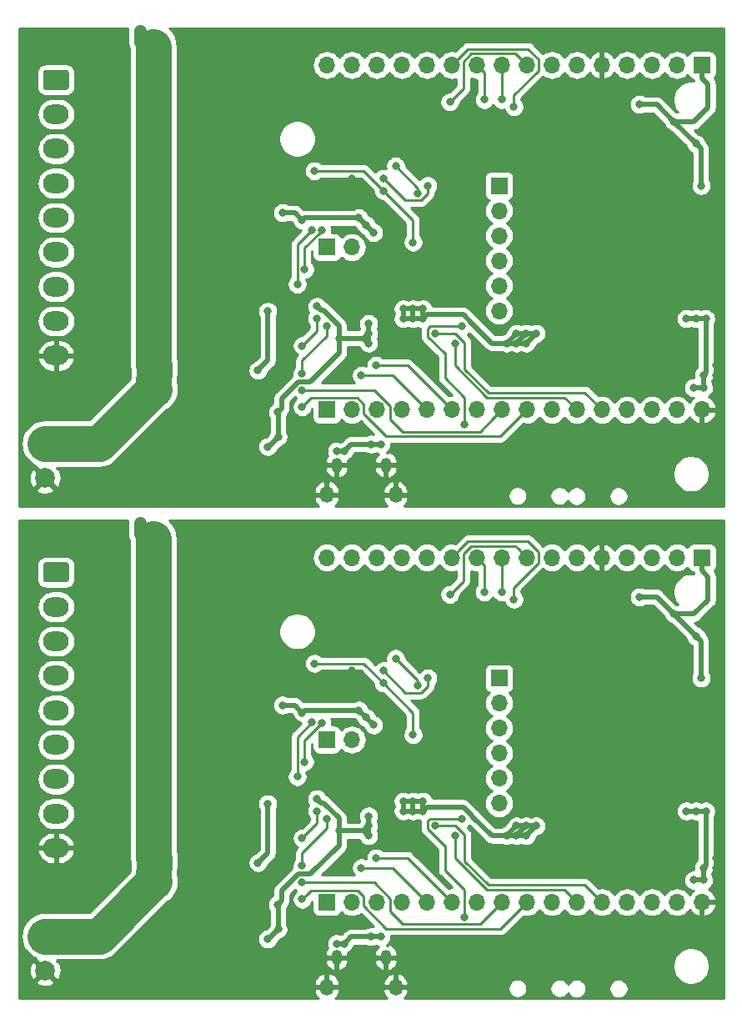
<source format=gbr>
G04 #@! TF.GenerationSoftware,KiCad,Pcbnew,5.0.1*
G04 #@! TF.CreationDate,2019-02-10T14:23:20-05:00*
G04 #@! TF.ProjectId,12V-SmartSwitch_2panel,3132562D536D6172745377697463685F,rev?*
G04 #@! TF.SameCoordinates,Original*
G04 #@! TF.FileFunction,Copper,L2,Bot,Signal*
G04 #@! TF.FilePolarity,Positive*
%FSLAX46Y46*%
G04 Gerber Fmt 4.6, Leading zero omitted, Abs format (unit mm)*
G04 Created by KiCad (PCBNEW 5.0.1) date Sun 10 Feb 2019 02:23:20 PM EST*
%MOMM*%
%LPD*%
G01*
G04 APERTURE LIST*
G04 #@! TA.AperFunction,ComponentPad*
%ADD10O,1.700000X1.700000*%
G04 #@! TD*
G04 #@! TA.AperFunction,ComponentPad*
%ADD11R,1.700000X1.700000*%
G04 #@! TD*
G04 #@! TA.AperFunction,ComponentPad*
%ADD12C,2.000000*%
G04 #@! TD*
G04 #@! TA.AperFunction,ComponentPad*
%ADD13O,1.100000X1.500000*%
G04 #@! TD*
G04 #@! TA.AperFunction,ComponentPad*
%ADD14O,1.350000X1.700000*%
G04 #@! TD*
G04 #@! TA.AperFunction,Conductor*
%ADD15C,0.100000*%
G04 #@! TD*
G04 #@! TA.AperFunction,ComponentPad*
%ADD16O,2.600000X2.000000*%
G04 #@! TD*
G04 #@! TA.AperFunction,ViaPad*
%ADD17C,0.800000*%
G04 #@! TD*
G04 #@! TA.AperFunction,Conductor*
%ADD18C,0.500000*%
G04 #@! TD*
G04 #@! TA.AperFunction,Conductor*
%ADD19C,0.250000*%
G04 #@! TD*
G04 #@! TA.AperFunction,Conductor*
%ADD20C,3.600000*%
G04 #@! TD*
G04 #@! TA.AperFunction,Conductor*
%ADD21C,1.250000*%
G04 #@! TD*
G04 #@! TA.AperFunction,Conductor*
%ADD22C,0.254000*%
G04 #@! TD*
G04 APERTURE END LIST*
D10*
G04 #@! TO.P,J5,16*
G04 #@! TO.N,GND*
X190100000Y-70500000D03*
G04 #@! TO.P,J5,15*
G04 #@! TO.N,VDD*
X187560000Y-70500000D03*
G04 #@! TO.P,J5,14*
G04 #@! TO.N,IO23*
X185020000Y-70500000D03*
G04 #@! TO.P,J5,13*
G04 #@! TO.N,IO22*
X182480000Y-70500000D03*
G04 #@! TO.P,J5,12*
G04 #@! TO.N,TxD*
X179940000Y-70500000D03*
G04 #@! TO.P,J5,11*
G04 #@! TO.N,RxD*
X177400000Y-70500000D03*
G04 #@! TO.P,J5,10*
G04 #@! TO.N,IO21*
X174860000Y-70500000D03*
G04 #@! TO.P,J5,9*
G04 #@! TO.N,IO19*
X172320000Y-70500000D03*
G04 #@! TO.P,J5,8*
G04 #@! TO.N,IO18*
X169780000Y-70500000D03*
G04 #@! TO.P,J5,7*
G04 #@! TO.N,IO5*
X167240000Y-70500000D03*
G04 #@! TO.P,J5,6*
G04 #@! TO.N,IO17*
X164700000Y-70500000D03*
G04 #@! TO.P,J5,5*
G04 #@! TO.N,IO16*
X162160000Y-70500000D03*
G04 #@! TO.P,J5,4*
G04 #@! TO.N,GND*
X159620000Y-70500000D03*
G04 #@! TO.P,J5,3*
G04 #@! TO.N,IO4*
X157080000Y-70500000D03*
G04 #@! TO.P,J5,2*
G04 #@! TO.N,IO2*
X154540000Y-70500000D03*
D11*
G04 #@! TO.P,J5,1*
G04 #@! TO.N,IO0*
X152000000Y-70500000D03*
G04 #@! TD*
D10*
G04 #@! TO.P,J4,6*
G04 #@! TO.N,SD1*
X169500000Y-60450000D03*
G04 #@! TO.P,J4,5*
G04 #@! TO.N,SD0*
X169500000Y-57910000D03*
G04 #@! TO.P,J4,4*
G04 #@! TO.N,SDCLK*
X169500000Y-55370000D03*
G04 #@! TO.P,J4,3*
G04 #@! TO.N,CMD*
X169500000Y-52830000D03*
G04 #@! TO.P,J4,2*
G04 #@! TO.N,SD3*
X169500000Y-50290000D03*
D11*
G04 #@! TO.P,J4,1*
G04 #@! TO.N,SD2*
X169500000Y-47750000D03*
G04 #@! TD*
D10*
G04 #@! TO.P,J7,16*
G04 #@! TO.N,IO15*
X152000000Y-35500000D03*
G04 #@! TO.P,J7,15*
G04 #@! TO.N,IO27*
X154540000Y-35500000D03*
G04 #@! TO.P,J7,14*
G04 #@! TO.N,IO26*
X157080000Y-35500000D03*
G04 #@! TO.P,J7,13*
G04 #@! TO.N,IO25*
X159620000Y-35500000D03*
G04 #@! TO.P,J7,12*
G04 #@! TO.N,IO33*
X162160000Y-35500000D03*
G04 #@! TO.P,J7,11*
G04 #@! TO.N,IO14*
X164700000Y-35500000D03*
G04 #@! TO.P,J7,10*
G04 #@! TO.N,IO13*
X167240000Y-35500000D03*
G04 #@! TO.P,J7,9*
G04 #@! TO.N,IO12*
X169780000Y-35500000D03*
G04 #@! TO.P,J7,8*
G04 #@! TO.N,EN*
X172320000Y-35500000D03*
G04 #@! TO.P,J7,7*
G04 #@! TO.N,SENSOR_VP*
X174860000Y-35500000D03*
G04 #@! TO.P,J7,6*
G04 #@! TO.N,SENSOR_VN*
X177400000Y-35500000D03*
G04 #@! TO.P,J7,5*
G04 #@! TO.N,GND*
X179940000Y-35500000D03*
G04 #@! TO.P,J7,4*
G04 #@! TO.N,IO32*
X182480000Y-35500000D03*
G04 #@! TO.P,J7,3*
G04 #@! TO.N,IO35*
X185020000Y-35500000D03*
G04 #@! TO.P,J7,2*
G04 #@! TO.N,IO34*
X187560000Y-35500000D03*
D11*
G04 #@! TO.P,J7,1*
G04 #@! TO.N,VDD*
X190100000Y-35500000D03*
G04 #@! TD*
D12*
G04 #@! TO.P,J1,1*
G04 #@! TO.N,+VDC*
X123400000Y-73945037D03*
G04 #@! TO.P,J1,2*
G04 #@! TO.N,GND*
X123400000Y-77445037D03*
G04 #@! TD*
D13*
G04 #@! TO.P,J3,6*
G04 #@! TO.N,GND*
X153000000Y-76115000D03*
X158000000Y-76115000D03*
D14*
X152000000Y-79115000D03*
X159000000Y-79115000D03*
G04 #@! TD*
D15*
G04 #@! TO.N,LOAD_OUT0*
G04 #@! TO.C,J6*
G36*
X125574504Y-36001204D02*
X125598773Y-36004804D01*
X125622571Y-36010765D01*
X125645671Y-36019030D01*
X125667849Y-36029520D01*
X125688893Y-36042133D01*
X125708598Y-36056747D01*
X125726777Y-36073223D01*
X125743253Y-36091402D01*
X125757867Y-36111107D01*
X125770480Y-36132151D01*
X125780970Y-36154329D01*
X125789235Y-36177429D01*
X125795196Y-36201227D01*
X125798796Y-36225496D01*
X125800000Y-36250000D01*
X125800000Y-37750000D01*
X125798796Y-37774504D01*
X125795196Y-37798773D01*
X125789235Y-37822571D01*
X125780970Y-37845671D01*
X125770480Y-37867849D01*
X125757867Y-37888893D01*
X125743253Y-37908598D01*
X125726777Y-37926777D01*
X125708598Y-37943253D01*
X125688893Y-37957867D01*
X125667849Y-37970480D01*
X125645671Y-37980970D01*
X125622571Y-37989235D01*
X125598773Y-37995196D01*
X125574504Y-37998796D01*
X125550000Y-38000000D01*
X123450000Y-38000000D01*
X123425496Y-37998796D01*
X123401227Y-37995196D01*
X123377429Y-37989235D01*
X123354329Y-37980970D01*
X123332151Y-37970480D01*
X123311107Y-37957867D01*
X123291402Y-37943253D01*
X123273223Y-37926777D01*
X123256747Y-37908598D01*
X123242133Y-37888893D01*
X123229520Y-37867849D01*
X123219030Y-37845671D01*
X123210765Y-37822571D01*
X123204804Y-37798773D01*
X123201204Y-37774504D01*
X123200000Y-37750000D01*
X123200000Y-36250000D01*
X123201204Y-36225496D01*
X123204804Y-36201227D01*
X123210765Y-36177429D01*
X123219030Y-36154329D01*
X123229520Y-36132151D01*
X123242133Y-36111107D01*
X123256747Y-36091402D01*
X123273223Y-36073223D01*
X123291402Y-36056747D01*
X123311107Y-36042133D01*
X123332151Y-36029520D01*
X123354329Y-36019030D01*
X123377429Y-36010765D01*
X123401227Y-36004804D01*
X123425496Y-36001204D01*
X123450000Y-36000000D01*
X125550000Y-36000000D01*
X125574504Y-36001204D01*
X125574504Y-36001204D01*
G37*
D12*
G04 #@! TD*
G04 #@! TO.P,J6,1*
G04 #@! TO.N,LOAD_OUT0*
X124500000Y-37000000D03*
D16*
G04 #@! TO.P,J6,2*
G04 #@! TO.N,LOAD_OUT1*
X124500000Y-40500000D03*
G04 #@! TO.P,J6,3*
G04 #@! TO.N,LOAD_OUT2*
X124500000Y-44000000D03*
G04 #@! TO.P,J6,4*
G04 #@! TO.N,LOAD_OUT3*
X124500000Y-47500000D03*
G04 #@! TO.P,J6,5*
G04 #@! TO.N,LOAD_OUT4*
X124500000Y-51000000D03*
G04 #@! TO.P,J6,6*
G04 #@! TO.N,LOAD_OUT5*
X124500000Y-54500000D03*
G04 #@! TO.P,J6,7*
G04 #@! TO.N,LOAD_OUT6*
X124500000Y-58000000D03*
G04 #@! TO.P,J6,8*
G04 #@! TO.N,LOAD_OUT7*
X124500000Y-61500000D03*
G04 #@! TO.P,J6,9*
G04 #@! TO.N,GND*
X124500000Y-65000000D03*
G04 #@! TD*
D11*
G04 #@! TO.P,J2,1*
G04 #@! TO.N,Net-(J2-Pad1)*
X152000000Y-54000000D03*
D10*
G04 #@! TO.P,J2,2*
G04 #@! TO.N,Net-(J2-Pad2)*
X154540000Y-54000000D03*
G04 #@! TD*
G04 #@! TO.P,J5,16*
G04 #@! TO.N,GND*
X190100000Y-120500000D03*
G04 #@! TO.P,J5,15*
G04 #@! TO.N,VDD*
X187560000Y-120500000D03*
G04 #@! TO.P,J5,14*
G04 #@! TO.N,IO23*
X185020000Y-120500000D03*
G04 #@! TO.P,J5,13*
G04 #@! TO.N,IO22*
X182480000Y-120500000D03*
G04 #@! TO.P,J5,12*
G04 #@! TO.N,TxD*
X179940000Y-120500000D03*
G04 #@! TO.P,J5,11*
G04 #@! TO.N,RxD*
X177400000Y-120500000D03*
G04 #@! TO.P,J5,10*
G04 #@! TO.N,IO21*
X174860000Y-120500000D03*
G04 #@! TO.P,J5,9*
G04 #@! TO.N,IO19*
X172320000Y-120500000D03*
G04 #@! TO.P,J5,8*
G04 #@! TO.N,IO18*
X169780000Y-120500000D03*
G04 #@! TO.P,J5,7*
G04 #@! TO.N,IO5*
X167240000Y-120500000D03*
G04 #@! TO.P,J5,6*
G04 #@! TO.N,IO17*
X164700000Y-120500000D03*
G04 #@! TO.P,J5,5*
G04 #@! TO.N,IO16*
X162160000Y-120500000D03*
G04 #@! TO.P,J5,4*
G04 #@! TO.N,GND*
X159620000Y-120500000D03*
G04 #@! TO.P,J5,3*
G04 #@! TO.N,IO4*
X157080000Y-120500000D03*
G04 #@! TO.P,J5,2*
G04 #@! TO.N,IO2*
X154540000Y-120500000D03*
D11*
G04 #@! TO.P,J5,1*
G04 #@! TO.N,IO0*
X152000000Y-120500000D03*
G04 #@! TD*
D10*
G04 #@! TO.P,J4,6*
G04 #@! TO.N,SD1*
X169500000Y-110450000D03*
G04 #@! TO.P,J4,5*
G04 #@! TO.N,SD0*
X169500000Y-107910000D03*
G04 #@! TO.P,J4,4*
G04 #@! TO.N,SDCLK*
X169500000Y-105370000D03*
G04 #@! TO.P,J4,3*
G04 #@! TO.N,CMD*
X169500000Y-102830000D03*
G04 #@! TO.P,J4,2*
G04 #@! TO.N,SD3*
X169500000Y-100290000D03*
D11*
G04 #@! TO.P,J4,1*
G04 #@! TO.N,SD2*
X169500000Y-97750000D03*
G04 #@! TD*
D10*
G04 #@! TO.P,J7,16*
G04 #@! TO.N,IO15*
X152000000Y-85500000D03*
G04 #@! TO.P,J7,15*
G04 #@! TO.N,IO27*
X154540000Y-85500000D03*
G04 #@! TO.P,J7,14*
G04 #@! TO.N,IO26*
X157080000Y-85500000D03*
G04 #@! TO.P,J7,13*
G04 #@! TO.N,IO25*
X159620000Y-85500000D03*
G04 #@! TO.P,J7,12*
G04 #@! TO.N,IO33*
X162160000Y-85500000D03*
G04 #@! TO.P,J7,11*
G04 #@! TO.N,IO14*
X164700000Y-85500000D03*
G04 #@! TO.P,J7,10*
G04 #@! TO.N,IO13*
X167240000Y-85500000D03*
G04 #@! TO.P,J7,9*
G04 #@! TO.N,IO12*
X169780000Y-85500000D03*
G04 #@! TO.P,J7,8*
G04 #@! TO.N,EN*
X172320000Y-85500000D03*
G04 #@! TO.P,J7,7*
G04 #@! TO.N,SENSOR_VP*
X174860000Y-85500000D03*
G04 #@! TO.P,J7,6*
G04 #@! TO.N,SENSOR_VN*
X177400000Y-85500000D03*
G04 #@! TO.P,J7,5*
G04 #@! TO.N,GND*
X179940000Y-85500000D03*
G04 #@! TO.P,J7,4*
G04 #@! TO.N,IO32*
X182480000Y-85500000D03*
G04 #@! TO.P,J7,3*
G04 #@! TO.N,IO35*
X185020000Y-85500000D03*
G04 #@! TO.P,J7,2*
G04 #@! TO.N,IO34*
X187560000Y-85500000D03*
D11*
G04 #@! TO.P,J7,1*
G04 #@! TO.N,VDD*
X190100000Y-85500000D03*
G04 #@! TD*
D12*
G04 #@! TO.P,J1,1*
G04 #@! TO.N,+VDC*
X123400000Y-123945037D03*
G04 #@! TO.P,J1,2*
G04 #@! TO.N,GND*
X123400000Y-127445037D03*
G04 #@! TD*
D13*
G04 #@! TO.P,J3,6*
G04 #@! TO.N,GND*
X153000000Y-126115000D03*
X158000000Y-126115000D03*
D14*
X152000000Y-129115000D03*
X159000000Y-129115000D03*
G04 #@! TD*
D15*
G04 #@! TO.N,LOAD_OUT0*
G04 #@! TO.C,J6*
G36*
X125574504Y-86001204D02*
X125598773Y-86004804D01*
X125622571Y-86010765D01*
X125645671Y-86019030D01*
X125667849Y-86029520D01*
X125688893Y-86042133D01*
X125708598Y-86056747D01*
X125726777Y-86073223D01*
X125743253Y-86091402D01*
X125757867Y-86111107D01*
X125770480Y-86132151D01*
X125780970Y-86154329D01*
X125789235Y-86177429D01*
X125795196Y-86201227D01*
X125798796Y-86225496D01*
X125800000Y-86250000D01*
X125800000Y-87750000D01*
X125798796Y-87774504D01*
X125795196Y-87798773D01*
X125789235Y-87822571D01*
X125780970Y-87845671D01*
X125770480Y-87867849D01*
X125757867Y-87888893D01*
X125743253Y-87908598D01*
X125726777Y-87926777D01*
X125708598Y-87943253D01*
X125688893Y-87957867D01*
X125667849Y-87970480D01*
X125645671Y-87980970D01*
X125622571Y-87989235D01*
X125598773Y-87995196D01*
X125574504Y-87998796D01*
X125550000Y-88000000D01*
X123450000Y-88000000D01*
X123425496Y-87998796D01*
X123401227Y-87995196D01*
X123377429Y-87989235D01*
X123354329Y-87980970D01*
X123332151Y-87970480D01*
X123311107Y-87957867D01*
X123291402Y-87943253D01*
X123273223Y-87926777D01*
X123256747Y-87908598D01*
X123242133Y-87888893D01*
X123229520Y-87867849D01*
X123219030Y-87845671D01*
X123210765Y-87822571D01*
X123204804Y-87798773D01*
X123201204Y-87774504D01*
X123200000Y-87750000D01*
X123200000Y-86250000D01*
X123201204Y-86225496D01*
X123204804Y-86201227D01*
X123210765Y-86177429D01*
X123219030Y-86154329D01*
X123229520Y-86132151D01*
X123242133Y-86111107D01*
X123256747Y-86091402D01*
X123273223Y-86073223D01*
X123291402Y-86056747D01*
X123311107Y-86042133D01*
X123332151Y-86029520D01*
X123354329Y-86019030D01*
X123377429Y-86010765D01*
X123401227Y-86004804D01*
X123425496Y-86001204D01*
X123450000Y-86000000D01*
X125550000Y-86000000D01*
X125574504Y-86001204D01*
X125574504Y-86001204D01*
G37*
D12*
G04 #@! TD*
G04 #@! TO.P,J6,1*
G04 #@! TO.N,LOAD_OUT0*
X124500000Y-87000000D03*
D16*
G04 #@! TO.P,J6,2*
G04 #@! TO.N,LOAD_OUT1*
X124500000Y-90500000D03*
G04 #@! TO.P,J6,3*
G04 #@! TO.N,LOAD_OUT2*
X124500000Y-94000000D03*
G04 #@! TO.P,J6,4*
G04 #@! TO.N,LOAD_OUT3*
X124500000Y-97500000D03*
G04 #@! TO.P,J6,5*
G04 #@! TO.N,LOAD_OUT4*
X124500000Y-101000000D03*
G04 #@! TO.P,J6,6*
G04 #@! TO.N,LOAD_OUT5*
X124500000Y-104500000D03*
G04 #@! TO.P,J6,7*
G04 #@! TO.N,LOAD_OUT6*
X124500000Y-108000000D03*
G04 #@! TO.P,J6,8*
G04 #@! TO.N,LOAD_OUT7*
X124500000Y-111500000D03*
G04 #@! TO.P,J6,9*
G04 #@! TO.N,GND*
X124500000Y-115000000D03*
G04 #@! TD*
D11*
G04 #@! TO.P,J2,1*
G04 #@! TO.N,Net-(J2-Pad1)*
X152000000Y-104000000D03*
D10*
G04 #@! TO.P,J2,2*
G04 #@! TO.N,Net-(J2-Pad2)*
X154540000Y-104000000D03*
G04 #@! TD*
D17*
G04 #@! TO.N,VDD*
X189500000Y-43500000D03*
X147000000Y-70750000D03*
X153250000Y-63250000D03*
X151000000Y-60000000D03*
X147500000Y-50500000D03*
X149500000Y-51250000D03*
X147062500Y-73250000D03*
X146000000Y-74250000D03*
X156250000Y-63750000D03*
X156250000Y-62750000D03*
X156250000Y-61750000D03*
X155250000Y-51000000D03*
X156000000Y-51750000D03*
X156750000Y-52500000D03*
X170250000Y-63750000D03*
X171250000Y-63750000D03*
X172250000Y-63750000D03*
X171250000Y-62750000D03*
X172250000Y-62750000D03*
X173250000Y-62750000D03*
X161750000Y-61250000D03*
X160750000Y-61250000D03*
X159750000Y-61250000D03*
X159750000Y-60250000D03*
X160750000Y-60250000D03*
X161750000Y-60250000D03*
X190000000Y-47750000D03*
X187250000Y-41250000D03*
X183750000Y-39500000D03*
X190250000Y-67000000D03*
X190250000Y-68250000D03*
X189250000Y-68250000D03*
X190500000Y-61250000D03*
X189500000Y-61250000D03*
X188500000Y-61250000D03*
X189500000Y-93500000D03*
X147000000Y-120750000D03*
X153250000Y-113250000D03*
X151000000Y-110000000D03*
X147500000Y-100500000D03*
X149500000Y-101250000D03*
X147062500Y-123250000D03*
X146000000Y-124250000D03*
X156250000Y-113750000D03*
X156250000Y-112750000D03*
X156250000Y-111750000D03*
X155250000Y-101000000D03*
X156000000Y-101750000D03*
X156750000Y-102500000D03*
X170250000Y-113750000D03*
X171250000Y-113750000D03*
X172250000Y-113750000D03*
X171250000Y-112750000D03*
X172250000Y-112750000D03*
X173250000Y-112750000D03*
X161750000Y-111250000D03*
X160750000Y-111250000D03*
X159750000Y-111250000D03*
X159750000Y-110250000D03*
X160750000Y-110250000D03*
X161750000Y-110250000D03*
X190000000Y-97750000D03*
X187250000Y-91250000D03*
X183750000Y-89500000D03*
X190250000Y-117000000D03*
X190250000Y-118250000D03*
X189250000Y-118250000D03*
X190500000Y-111250000D03*
X189500000Y-111250000D03*
X188500000Y-111250000D03*
G04 #@! TO.N,Net-(R1-Pad2)*
X151500000Y-52300000D03*
X149750000Y-56250000D03*
X151500000Y-102300000D03*
X149750000Y-106250000D03*
G04 #@! TO.N,EN*
X165750000Y-62000000D03*
X166000000Y-72000000D03*
X164500000Y-39250000D03*
X165750000Y-112000000D03*
X166000000Y-122000000D03*
X164500000Y-89250000D03*
G04 #@! TO.N,DTR*
X157750000Y-48250000D03*
X150750000Y-46250000D03*
X160750000Y-53500000D03*
X157750000Y-98250000D03*
X150750000Y-96250000D03*
X160750000Y-103500000D03*
G04 #@! TO.N,RTS*
X159000000Y-45750000D03*
X161250000Y-48500000D03*
X159000000Y-95750000D03*
X161250000Y-98500000D03*
G04 #@! TO.N,VBus*
X156500000Y-74000000D03*
X157500000Y-74000000D03*
X153750002Y-74700000D03*
X153000000Y-74700000D03*
X145000000Y-66500000D03*
X146000000Y-60500000D03*
X156500000Y-124000000D03*
X157500000Y-124000000D03*
X153750002Y-124700000D03*
X153000000Y-124700000D03*
X145000000Y-116500000D03*
X146000000Y-110500000D03*
G04 #@! TO.N,Net-(R6-Pad2)*
X150500000Y-52250000D03*
X149000000Y-57750000D03*
X150500000Y-102250000D03*
X149000000Y-107750000D03*
G04 #@! TO.N,GND*
X154500000Y-47000000D03*
X151000000Y-49500000D03*
X152000000Y-49500000D03*
X152000000Y-48500000D03*
X151000000Y-48500000D03*
X186000000Y-56000000D03*
X185000000Y-56000000D03*
X184000000Y-56000000D03*
X183000000Y-56000000D03*
X182000000Y-56000000D03*
X182000000Y-55000000D03*
X183000000Y-55000000D03*
X184000000Y-55000000D03*
X185000000Y-55000000D03*
X186000000Y-55000000D03*
X186000000Y-54000000D03*
X185000000Y-54000000D03*
X184000000Y-54000000D03*
X183000000Y-54000000D03*
X182000000Y-54000000D03*
X182000000Y-53000000D03*
X183000000Y-53000000D03*
X184000000Y-53000000D03*
X185000000Y-53000000D03*
X186000000Y-53000000D03*
X186000000Y-52000000D03*
X185000000Y-52000000D03*
X184000000Y-52000000D03*
X183000000Y-52000000D03*
X182000000Y-52000000D03*
X191500000Y-47750000D03*
X191500000Y-48750000D03*
X140000000Y-72000000D03*
X140000000Y-73000000D03*
X141000000Y-73000000D03*
X141000000Y-72000000D03*
X150000000Y-77000000D03*
X146000000Y-79000000D03*
X151250000Y-77000000D03*
X160500000Y-78500000D03*
X160500000Y-79350000D03*
X186500000Y-79000000D03*
X191500000Y-66000000D03*
X191500000Y-67000000D03*
X191500000Y-68000000D03*
X139000000Y-65500000D03*
X139000000Y-60500000D03*
X139000000Y-55500000D03*
X139000000Y-50500000D03*
X139000000Y-45500000D03*
X139000000Y-40500000D03*
X139000000Y-36000000D03*
X165750000Y-74250000D03*
X166750000Y-74250000D03*
X167750000Y-74250000D03*
X191500000Y-41250000D03*
X185250000Y-43500000D03*
X191500000Y-43750000D03*
X159750000Y-76250000D03*
X146000000Y-53500000D03*
X146000000Y-46750000D03*
X150750000Y-73000000D03*
X177250000Y-39500000D03*
X148250000Y-64250000D03*
X173250000Y-48000000D03*
X173250000Y-48000000D03*
X173250000Y-48000000D03*
X172250000Y-48000000D03*
X172250000Y-47000000D03*
X186500000Y-37250000D03*
X121250000Y-70750000D03*
X121250000Y-69500000D03*
X121250000Y-68250000D03*
X122250000Y-68250000D03*
X121250000Y-69500000D03*
X121250000Y-69500000D03*
X122250000Y-69500000D03*
X122250000Y-70750000D03*
X154500000Y-97000000D03*
X151000000Y-99500000D03*
X152000000Y-99500000D03*
X152000000Y-98500000D03*
X151000000Y-98500000D03*
X186000000Y-106000000D03*
X185000000Y-106000000D03*
X184000000Y-106000000D03*
X183000000Y-106000000D03*
X182000000Y-106000000D03*
X182000000Y-105000000D03*
X183000000Y-105000000D03*
X184000000Y-105000000D03*
X185000000Y-105000000D03*
X186000000Y-105000000D03*
X186000000Y-104000000D03*
X185000000Y-104000000D03*
X184000000Y-104000000D03*
X183000000Y-104000000D03*
X182000000Y-104000000D03*
X182000000Y-103000000D03*
X183000000Y-103000000D03*
X184000000Y-103000000D03*
X185000000Y-103000000D03*
X186000000Y-103000000D03*
X186000000Y-102000000D03*
X185000000Y-102000000D03*
X184000000Y-102000000D03*
X183000000Y-102000000D03*
X182000000Y-102000000D03*
X191500000Y-97750000D03*
X191500000Y-98750000D03*
X140000000Y-122000000D03*
X140000000Y-123000000D03*
X141000000Y-123000000D03*
X141000000Y-122000000D03*
X150000000Y-127000000D03*
X146000000Y-129000000D03*
X151250000Y-127000000D03*
X160500000Y-128500000D03*
X160500000Y-129350000D03*
X186500000Y-129000000D03*
X191500000Y-116000000D03*
X191500000Y-117000000D03*
X191500000Y-118000000D03*
X139000000Y-115500000D03*
X139000000Y-110500000D03*
X139000000Y-105500000D03*
X139000000Y-100500000D03*
X139000000Y-95500000D03*
X139000000Y-90500000D03*
X139000000Y-86000000D03*
X165750000Y-124250000D03*
X166750000Y-124250000D03*
X167750000Y-124250000D03*
X191500000Y-91250000D03*
X185250000Y-93500000D03*
X191500000Y-93750000D03*
X159750000Y-126250000D03*
X146000000Y-103500000D03*
X146000000Y-96750000D03*
X150750000Y-123000000D03*
X177250000Y-89500000D03*
X148250000Y-114250000D03*
X173250000Y-98000000D03*
X173250000Y-98000000D03*
X173250000Y-98000000D03*
X172250000Y-98000000D03*
X172250000Y-97000000D03*
X186500000Y-87250000D03*
X121250000Y-120750000D03*
X121250000Y-119500000D03*
X121250000Y-118250000D03*
X122250000Y-118250000D03*
X121250000Y-119500000D03*
X121250000Y-119500000D03*
X122250000Y-119500000D03*
X122250000Y-120750000D03*
G04 #@! TO.N,+VDC*
X134500000Y-66000000D03*
X134500000Y-68000000D03*
X133000000Y-33000000D03*
X134500000Y-33000000D03*
X134500000Y-33000000D03*
X134500000Y-34000000D03*
X133000000Y-36500000D03*
X134400000Y-37500000D03*
X134400000Y-38500000D03*
X134400000Y-36500000D03*
X134400000Y-41000000D03*
X134400000Y-42000000D03*
X134400000Y-43000000D03*
X133000000Y-41000000D03*
X134400000Y-46000000D03*
X134400000Y-47000000D03*
X134400000Y-48000000D03*
X133000000Y-46000000D03*
X134400000Y-51000000D03*
X134400000Y-52000000D03*
X134400000Y-53000000D03*
X133000000Y-51000000D03*
X134400000Y-56000000D03*
X134400000Y-57000000D03*
X134400000Y-58000000D03*
X133000000Y-56000000D03*
X134400000Y-61000000D03*
X134400000Y-62000000D03*
X134400000Y-63000000D03*
X133000000Y-61000000D03*
X133000000Y-66000000D03*
X134500000Y-67000000D03*
X134500000Y-116000000D03*
X134500000Y-118000000D03*
X133000000Y-83000000D03*
X134500000Y-83000000D03*
X134500000Y-83000000D03*
X134500000Y-84000000D03*
X133000000Y-86500000D03*
X134400000Y-87500000D03*
X134400000Y-88500000D03*
X134400000Y-86500000D03*
X134400000Y-91000000D03*
X134400000Y-92000000D03*
X134400000Y-93000000D03*
X133000000Y-91000000D03*
X134400000Y-96000000D03*
X134400000Y-97000000D03*
X134400000Y-98000000D03*
X133000000Y-96000000D03*
X134400000Y-101000000D03*
X134400000Y-102000000D03*
X134400000Y-103000000D03*
X133000000Y-101000000D03*
X134400000Y-106000000D03*
X134400000Y-107000000D03*
X134400000Y-108000000D03*
X133000000Y-106000000D03*
X134400000Y-111000000D03*
X134400000Y-112000000D03*
X134400000Y-113000000D03*
X133000000Y-111000000D03*
X133000000Y-116000000D03*
X134500000Y-117000000D03*
G04 #@! TO.N,USB_DP*
X151000000Y-61250000D03*
X149500000Y-64000000D03*
X151000000Y-111250000D03*
X149500000Y-114000000D03*
G04 #@! TO.N,USB_DN*
X152000000Y-62000000D03*
X149500000Y-66800000D03*
X152000000Y-112000000D03*
X149500000Y-116800000D03*
G04 #@! TO.N,TxD*
X163000000Y-62750000D03*
X163000000Y-112750000D03*
G04 #@! TO.N,RxD*
X165000000Y-63750000D03*
X165000000Y-113750000D03*
G04 #@! TO.N,IO12*
X169750000Y-39000000D03*
X169750000Y-89000000D03*
G04 #@! TO.N,IO16*
X155500000Y-67000000D03*
X155500000Y-117000000D03*
G04 #@! TO.N,IO13*
X168000000Y-39000000D03*
X168000000Y-89000000D03*
G04 #@! TO.N,IO14*
X171000000Y-39750000D03*
X171000000Y-89750000D03*
G04 #@! TO.N,IO18*
X149500000Y-68500000D03*
X149500000Y-118500000D03*
G04 #@! TO.N,IO19*
X149500000Y-70200000D03*
X149500000Y-120200000D03*
G04 #@! TO.N,IO17*
X157000000Y-66000000D03*
X157000000Y-116000000D03*
G04 #@! TO.N,Net-(Q13-Pad1)*
X162250000Y-47750000D03*
X157750000Y-47000000D03*
X162250000Y-97750000D03*
X157750000Y-97000000D03*
G04 #@! TD*
D18*
G04 #@! TO.N,VDD*
X148750000Y-50500000D02*
X149500000Y-51250000D01*
X147500000Y-50500000D02*
X148750000Y-50500000D01*
X153250000Y-62684315D02*
X153250000Y-63250000D01*
X153250000Y-61991998D02*
X153250000Y-62684315D01*
X151658001Y-60399999D02*
X153250000Y-61991998D01*
X151399999Y-60399999D02*
X151658001Y-60399999D01*
X151000000Y-60000000D02*
X151399999Y-60399999D01*
X146062500Y-74250000D02*
X147062500Y-73250000D01*
X146000000Y-74250000D02*
X146062500Y-74250000D01*
X147062500Y-70812500D02*
X147000000Y-70750000D01*
X147062500Y-73250000D02*
X147062500Y-70812500D01*
X149091998Y-67650000D02*
X150350000Y-67650000D01*
X147399999Y-69341999D02*
X149091998Y-67650000D01*
X147000000Y-70750000D02*
X147399999Y-70350001D01*
X147399999Y-70350001D02*
X147399999Y-69341999D01*
X153250000Y-64750000D02*
X153250000Y-63250000D01*
X150350000Y-67650000D02*
X153250000Y-64750000D01*
X155750000Y-63250000D02*
X156250000Y-63750000D01*
X153250000Y-63250000D02*
X155750000Y-63250000D01*
X156250000Y-63750000D02*
X156250000Y-61750000D01*
X156250000Y-62750000D02*
X155750000Y-63250000D01*
X156750000Y-52500000D02*
X155250000Y-51000000D01*
X149750000Y-51000000D02*
X149500000Y-51250000D01*
X155250000Y-51000000D02*
X149750000Y-51000000D01*
X173250000Y-62750000D02*
X171250000Y-62750000D01*
X172250000Y-63750000D02*
X170250000Y-63750000D01*
X170250000Y-63750000D02*
X171250000Y-62750000D01*
X171250000Y-63750000D02*
X172250000Y-62750000D01*
X172250000Y-63750000D02*
X173250000Y-62750000D01*
X159750000Y-60250000D02*
X161750000Y-60250000D01*
X159750000Y-61250000D02*
X161750000Y-61250000D01*
X161750000Y-60250000D02*
X161750000Y-61250000D01*
X160750000Y-61250000D02*
X160750000Y-60250000D01*
X159750000Y-60250000D02*
X159750000Y-61250000D01*
X161750000Y-61250000D02*
X162149999Y-60850001D01*
X165858003Y-60850001D02*
X166750000Y-61741998D01*
X162149999Y-60850001D02*
X165858003Y-60850001D01*
X166750000Y-61741998D02*
X166750000Y-61750000D01*
X168750000Y-63750000D02*
X172250000Y-63750000D01*
X166750000Y-61750000D02*
X168750000Y-63750000D01*
X190000000Y-44000000D02*
X189500000Y-43500000D01*
X190000000Y-47750000D02*
X190000000Y-44000000D01*
X189500000Y-43500000D02*
X187250000Y-41250000D01*
X187250000Y-41250000D02*
X185500000Y-39500000D01*
X185500000Y-39500000D02*
X183750000Y-39500000D01*
X190100000Y-36850000D02*
X190100000Y-35500000D01*
X190700001Y-37450001D02*
X190100000Y-36850000D01*
X190700001Y-39816001D02*
X190700001Y-37450001D01*
X189266002Y-41250000D02*
X190700001Y-39816001D01*
X187250000Y-41250000D02*
X189266002Y-41250000D01*
X188500000Y-61250000D02*
X190500000Y-61250000D01*
X190500000Y-66750000D02*
X190250000Y-67000000D01*
X190500000Y-61250000D02*
X190500000Y-66750000D01*
X190250000Y-67000000D02*
X190250000Y-68250000D01*
X190250000Y-68250000D02*
X189250000Y-68250000D01*
X148750000Y-100500000D02*
X149500000Y-101250000D01*
X147500000Y-100500000D02*
X148750000Y-100500000D01*
X153250000Y-112684315D02*
X153250000Y-113250000D01*
X153250000Y-111991998D02*
X153250000Y-112684315D01*
X151658001Y-110399999D02*
X153250000Y-111991998D01*
X151399999Y-110399999D02*
X151658001Y-110399999D01*
X151000000Y-110000000D02*
X151399999Y-110399999D01*
X146062500Y-124250000D02*
X147062500Y-123250000D01*
X146000000Y-124250000D02*
X146062500Y-124250000D01*
X147062500Y-120812500D02*
X147000000Y-120750000D01*
X147062500Y-123250000D02*
X147062500Y-120812500D01*
X149091998Y-117650000D02*
X150350000Y-117650000D01*
X147399999Y-119341999D02*
X149091998Y-117650000D01*
X147000000Y-120750000D02*
X147399999Y-120350001D01*
X147399999Y-120350001D02*
X147399999Y-119341999D01*
X153250000Y-114750000D02*
X153250000Y-113250000D01*
X150350000Y-117650000D02*
X153250000Y-114750000D01*
X155750000Y-113250000D02*
X156250000Y-113750000D01*
X153250000Y-113250000D02*
X155750000Y-113250000D01*
X156250000Y-113750000D02*
X156250000Y-111750000D01*
X156250000Y-112750000D02*
X155750000Y-113250000D01*
X156750000Y-102500000D02*
X155250000Y-101000000D01*
X149750000Y-101000000D02*
X149500000Y-101250000D01*
X155250000Y-101000000D02*
X149750000Y-101000000D01*
X173250000Y-112750000D02*
X171250000Y-112750000D01*
X172250000Y-113750000D02*
X170250000Y-113750000D01*
X170250000Y-113750000D02*
X171250000Y-112750000D01*
X171250000Y-113750000D02*
X172250000Y-112750000D01*
X172250000Y-113750000D02*
X173250000Y-112750000D01*
X159750000Y-110250000D02*
X161750000Y-110250000D01*
X159750000Y-111250000D02*
X161750000Y-111250000D01*
X161750000Y-110250000D02*
X161750000Y-111250000D01*
X160750000Y-111250000D02*
X160750000Y-110250000D01*
X159750000Y-110250000D02*
X159750000Y-111250000D01*
X161750000Y-111250000D02*
X162149999Y-110850001D01*
X165858003Y-110850001D02*
X166750000Y-111741998D01*
X162149999Y-110850001D02*
X165858003Y-110850001D01*
X166750000Y-111741998D02*
X166750000Y-111750000D01*
X168750000Y-113750000D02*
X172250000Y-113750000D01*
X166750000Y-111750000D02*
X168750000Y-113750000D01*
X190000000Y-94000000D02*
X189500000Y-93500000D01*
X190000000Y-97750000D02*
X190000000Y-94000000D01*
X189500000Y-93500000D02*
X187250000Y-91250000D01*
X187250000Y-91250000D02*
X185500000Y-89500000D01*
X185500000Y-89500000D02*
X183750000Y-89500000D01*
X190100000Y-86850000D02*
X190100000Y-85500000D01*
X190700001Y-87450001D02*
X190100000Y-86850000D01*
X190700001Y-89816001D02*
X190700001Y-87450001D01*
X189266002Y-91250000D02*
X190700001Y-89816001D01*
X187250000Y-91250000D02*
X189266002Y-91250000D01*
X188500000Y-111250000D02*
X190500000Y-111250000D01*
X190500000Y-116750000D02*
X190250000Y-117000000D01*
X190500000Y-111250000D02*
X190500000Y-116750000D01*
X190250000Y-117000000D02*
X190250000Y-118250000D01*
X190250000Y-118250000D02*
X189250000Y-118250000D01*
D19*
G04 #@! TO.N,Net-(R1-Pad2)*
X151323002Y-52500000D02*
X149750000Y-54073002D01*
X151500000Y-52500000D02*
X151323002Y-52500000D01*
X149750000Y-54073002D02*
X149750000Y-56250000D01*
X149750000Y-56250000D02*
X149750000Y-56250000D01*
X151323002Y-102500000D02*
X149750000Y-104073002D01*
X151500000Y-102500000D02*
X151323002Y-102500000D01*
X149750000Y-104073002D02*
X149750000Y-106250000D01*
X149750000Y-106250000D02*
X149750000Y-106250000D01*
G04 #@! TO.N,EN*
X171470001Y-34650001D02*
X172320000Y-35500000D01*
X171144999Y-34324999D02*
X171470001Y-34650001D01*
X165875001Y-35125997D02*
X166675999Y-34324999D01*
X165875001Y-37874999D02*
X165875001Y-35125997D01*
X164500000Y-39250000D02*
X165875001Y-37874999D01*
X166675999Y-34324999D02*
X171144999Y-34324999D01*
X166000000Y-72000000D02*
X166000000Y-69250000D01*
X166000000Y-69250000D02*
X164000000Y-67250000D01*
X164000000Y-67250000D02*
X164000000Y-64750000D01*
X162274999Y-63098001D02*
X162274999Y-62225001D01*
X164000000Y-64750000D02*
X163926998Y-64750000D01*
X163926998Y-64750000D02*
X162274999Y-63098001D01*
X162500000Y-62000000D02*
X165750000Y-62000000D01*
X162274999Y-62225001D02*
X162500000Y-62000000D01*
X171470001Y-84650001D02*
X172320000Y-85500000D01*
X171144999Y-84324999D02*
X171470001Y-84650001D01*
X165875001Y-85125997D02*
X166675999Y-84324999D01*
X165875001Y-87874999D02*
X165875001Y-85125997D01*
X164500000Y-89250000D02*
X165875001Y-87874999D01*
X166675999Y-84324999D02*
X171144999Y-84324999D01*
X166000000Y-122000000D02*
X166000000Y-119250000D01*
X166000000Y-119250000D02*
X164000000Y-117250000D01*
X164000000Y-117250000D02*
X164000000Y-114750000D01*
X162274999Y-113098001D02*
X162274999Y-112225001D01*
X164000000Y-114750000D02*
X163926998Y-114750000D01*
X163926998Y-114750000D02*
X162274999Y-113098001D01*
X162500000Y-112000000D02*
X165750000Y-112000000D01*
X162274999Y-112225001D02*
X162500000Y-112000000D01*
G04 #@! TO.N,DTR*
X155750000Y-46250000D02*
X157750000Y-48250000D01*
X150750000Y-46250000D02*
X155750000Y-46250000D01*
X160750000Y-51250000D02*
X157750000Y-48250000D01*
X160750000Y-53500000D02*
X160750000Y-51250000D01*
X155750000Y-96250000D02*
X157750000Y-98250000D01*
X150750000Y-96250000D02*
X155750000Y-96250000D01*
X160750000Y-101250000D02*
X157750000Y-98250000D01*
X160750000Y-103500000D02*
X160750000Y-101250000D01*
G04 #@! TO.N,RTS*
X161250000Y-48000000D02*
X161250000Y-48500000D01*
X159000000Y-45750000D02*
X161250000Y-48000000D01*
X161250000Y-98000000D02*
X161250000Y-98500000D01*
X159000000Y-95750000D02*
X161250000Y-98000000D01*
D18*
G04 #@! TO.N,VBus*
X157500000Y-74000000D02*
X156500000Y-74000000D01*
X154450002Y-74000000D02*
X153750002Y-74700000D01*
X156500000Y-74000000D02*
X154450002Y-74000000D01*
X153000000Y-74700000D02*
X153750002Y-74700000D01*
X146000000Y-65500000D02*
X145000000Y-66500000D01*
X146000000Y-60500000D02*
X146000000Y-65500000D01*
X157500000Y-124000000D02*
X156500000Y-124000000D01*
X154450002Y-124000000D02*
X153750002Y-124700000D01*
X156500000Y-124000000D02*
X154450002Y-124000000D01*
X153000000Y-124700000D02*
X153750002Y-124700000D01*
X146000000Y-115500000D02*
X145000000Y-116500000D01*
X146000000Y-110500000D02*
X146000000Y-115500000D01*
D19*
G04 #@! TO.N,Net-(R6-Pad2)*
X149024999Y-56598001D02*
X149000000Y-56623000D01*
X149000000Y-56623000D02*
X149000000Y-58000000D01*
X150500000Y-52250000D02*
X149024999Y-53725001D01*
X149024999Y-53725001D02*
X149024999Y-56598001D01*
X149024999Y-106598001D02*
X149000000Y-106623000D01*
X149000000Y-106623000D02*
X149000000Y-108000000D01*
X150500000Y-102250000D02*
X149024999Y-103725001D01*
X149024999Y-103725001D02*
X149024999Y-106598001D01*
D18*
G04 #@! TO.N,GND*
X153000000Y-48500000D02*
X154500000Y-47000000D01*
X152000000Y-48500000D02*
X153000000Y-48500000D01*
X153000000Y-98500000D02*
X154500000Y-97000000D01*
X152000000Y-98500000D02*
X153000000Y-98500000D01*
D20*
G04 #@! TO.N,+VDC*
X134500000Y-66000000D02*
X134400000Y-66000000D01*
X134500000Y-68400000D02*
X134400000Y-68400000D01*
X134400000Y-68400000D02*
X134500000Y-66000000D01*
X134400000Y-33600000D02*
X134400000Y-33600000D01*
X134400000Y-34500000D02*
X134400000Y-33600000D01*
X134400000Y-35500000D02*
X134400000Y-34500000D01*
X134400000Y-36500000D02*
X134400000Y-35500000D01*
X134400000Y-36500000D02*
X134400000Y-36500000D01*
X134400000Y-37500000D02*
X134400000Y-36500000D01*
X134400000Y-38500000D02*
X134400000Y-37500000D01*
X134400000Y-39500000D02*
X134400000Y-38500000D01*
X134400000Y-41000000D02*
X134400000Y-39500000D01*
X134400000Y-42000000D02*
X134400000Y-41000000D01*
X134400000Y-43000000D02*
X134400000Y-42000000D01*
X134400000Y-44000000D02*
X134400000Y-43000000D01*
X134400000Y-46000000D02*
X134400000Y-44000000D01*
X134400000Y-47000000D02*
X134400000Y-46000000D01*
X134400000Y-48000000D02*
X134400000Y-47000000D01*
X134400000Y-49000000D02*
X134400000Y-48000000D01*
X134400000Y-51000000D02*
X134400000Y-49000000D01*
X134400000Y-52000000D02*
X134400000Y-51000000D01*
X134400000Y-53000000D02*
X134400000Y-52000000D01*
X134400000Y-54000000D02*
X134400000Y-53000000D01*
X134400000Y-56000000D02*
X134400000Y-54000000D01*
X134400000Y-57000000D02*
X134400000Y-56000000D01*
X134400000Y-58000000D02*
X134400000Y-57000000D01*
X134400000Y-59000000D02*
X134400000Y-58000000D01*
X134400000Y-61000000D02*
X134400000Y-59000000D01*
X134400000Y-62000000D02*
X134400000Y-61000000D01*
X134400000Y-63000000D02*
X134400000Y-62000000D01*
X134400000Y-64000000D02*
X134400000Y-63000000D01*
X134400000Y-66000000D02*
X134400000Y-64000000D01*
X134400000Y-66000000D02*
X134400000Y-66000000D01*
D21*
X133000000Y-33100000D02*
X134400000Y-34500000D01*
X133000000Y-32000000D02*
X133000000Y-33100000D01*
D20*
X128854963Y-73945037D02*
X134400000Y-68400000D01*
X123400000Y-73945037D02*
X128854963Y-73945037D01*
X134500000Y-116000000D02*
X134400000Y-116000000D01*
X134500000Y-118400000D02*
X134400000Y-118400000D01*
X134400000Y-118400000D02*
X134500000Y-116000000D01*
X134400000Y-83600000D02*
X134400000Y-83600000D01*
X134400000Y-84500000D02*
X134400000Y-83600000D01*
X134400000Y-85500000D02*
X134400000Y-84500000D01*
X134400000Y-86500000D02*
X134400000Y-85500000D01*
X134400000Y-86500000D02*
X134400000Y-86500000D01*
X134400000Y-87500000D02*
X134400000Y-86500000D01*
X134400000Y-88500000D02*
X134400000Y-87500000D01*
X134400000Y-89500000D02*
X134400000Y-88500000D01*
X134400000Y-91000000D02*
X134400000Y-89500000D01*
X134400000Y-92000000D02*
X134400000Y-91000000D01*
X134400000Y-93000000D02*
X134400000Y-92000000D01*
X134400000Y-94000000D02*
X134400000Y-93000000D01*
X134400000Y-96000000D02*
X134400000Y-94000000D01*
X134400000Y-97000000D02*
X134400000Y-96000000D01*
X134400000Y-98000000D02*
X134400000Y-97000000D01*
X134400000Y-99000000D02*
X134400000Y-98000000D01*
X134400000Y-101000000D02*
X134400000Y-99000000D01*
X134400000Y-102000000D02*
X134400000Y-101000000D01*
X134400000Y-103000000D02*
X134400000Y-102000000D01*
X134400000Y-104000000D02*
X134400000Y-103000000D01*
X134400000Y-106000000D02*
X134400000Y-104000000D01*
X134400000Y-107000000D02*
X134400000Y-106000000D01*
X134400000Y-108000000D02*
X134400000Y-107000000D01*
X134400000Y-109000000D02*
X134400000Y-108000000D01*
X134400000Y-111000000D02*
X134400000Y-109000000D01*
X134400000Y-112000000D02*
X134400000Y-111000000D01*
X134400000Y-113000000D02*
X134400000Y-112000000D01*
X134400000Y-114000000D02*
X134400000Y-113000000D01*
X134400000Y-116000000D02*
X134400000Y-114000000D01*
X134400000Y-116000000D02*
X134400000Y-116000000D01*
D21*
X133000000Y-83100000D02*
X134400000Y-84500000D01*
X133000000Y-82000000D02*
X133000000Y-83100000D01*
D20*
X128854963Y-123945037D02*
X134400000Y-118400000D01*
X123400000Y-123945037D02*
X128854963Y-123945037D01*
D19*
G04 #@! TO.N,USB_DP*
X149500000Y-64000000D02*
X151000000Y-62500000D01*
X151000000Y-62500000D02*
X151000000Y-61000000D01*
X149500000Y-114000000D02*
X151000000Y-112500000D01*
X151000000Y-112500000D02*
X151000000Y-111000000D01*
G04 #@! TO.N,USB_DN*
X152000000Y-63000000D02*
X152000000Y-62000000D01*
X149500000Y-65500000D02*
X152000000Y-63000000D01*
X149500000Y-65500000D02*
X149500000Y-66800000D01*
X152000000Y-113000000D02*
X152000000Y-112000000D01*
X149500000Y-115500000D02*
X152000000Y-113000000D01*
X149500000Y-115500000D02*
X149500000Y-116800000D01*
G04 #@! TO.N,TxD*
X168386410Y-68750000D02*
X178190000Y-68750000D01*
X166000000Y-66363590D02*
X168386410Y-68750000D01*
X178190000Y-68750000D02*
X179940000Y-70500000D01*
X163000000Y-62750000D02*
X165073002Y-62750000D01*
X166000000Y-63676998D02*
X166000000Y-66363590D01*
X165073002Y-62750000D02*
X166000000Y-63676998D01*
X168386410Y-118750000D02*
X178190000Y-118750000D01*
X166000000Y-116363590D02*
X168386410Y-118750000D01*
X178190000Y-118750000D02*
X179940000Y-120500000D01*
X163000000Y-112750000D02*
X165073002Y-112750000D01*
X166000000Y-113676998D02*
X166000000Y-116363590D01*
X165073002Y-112750000D02*
X166000000Y-113676998D01*
G04 #@! TO.N,RxD*
X176150000Y-69250000D02*
X177400000Y-70500000D01*
X168250000Y-69250000D02*
X176150000Y-69250000D01*
X165000000Y-63750000D02*
X165000000Y-66000000D01*
X165000000Y-66000000D02*
X168250000Y-69250000D01*
X176150000Y-119250000D02*
X177400000Y-120500000D01*
X168250000Y-119250000D02*
X176150000Y-119250000D01*
X165000000Y-113750000D02*
X165000000Y-116000000D01*
X165000000Y-116000000D02*
X168250000Y-119250000D01*
G04 #@! TO.N,IO12*
X169750000Y-35530000D02*
X169780000Y-35500000D01*
X169750000Y-37780000D02*
X169780000Y-37750000D01*
X169750000Y-38750000D02*
X169750000Y-37780000D01*
X169780000Y-38220000D02*
X169780000Y-37750000D01*
X169780000Y-37750000D02*
X169780000Y-35500000D01*
X169750000Y-85530000D02*
X169780000Y-85500000D01*
X169750000Y-87780000D02*
X169780000Y-87750000D01*
X169750000Y-88750000D02*
X169750000Y-87780000D01*
X169780000Y-88220000D02*
X169780000Y-87750000D01*
X169780000Y-87750000D02*
X169780000Y-85500000D01*
G04 #@! TO.N,IO16*
X158660000Y-67000000D02*
X162160000Y-70500000D01*
X155500000Y-67000000D02*
X158660000Y-67000000D01*
X158660000Y-117000000D02*
X162160000Y-120500000D01*
X155500000Y-117000000D02*
X158660000Y-117000000D01*
G04 #@! TO.N,IO13*
X168000000Y-36260000D02*
X167240000Y-35500000D01*
X168000000Y-38750000D02*
X168000000Y-36260000D01*
X168000000Y-86260000D02*
X167240000Y-85500000D01*
X168000000Y-88750000D02*
X168000000Y-86260000D01*
G04 #@! TO.N,IO14*
X165549999Y-34650001D02*
X164700000Y-35500000D01*
X166325011Y-33874989D02*
X165549999Y-34650001D01*
X172433991Y-33874989D02*
X166325011Y-33874989D01*
X173495001Y-34935999D02*
X172433991Y-33874989D01*
X173495001Y-36064001D02*
X173495001Y-34935999D01*
X171000000Y-38559002D02*
X173495001Y-36064001D01*
X171000000Y-39500000D02*
X171000000Y-38559002D01*
X165549999Y-84650001D02*
X164700000Y-85500000D01*
X166325011Y-83874989D02*
X165549999Y-84650001D01*
X172433991Y-83874989D02*
X166325011Y-83874989D01*
X173495001Y-84935999D02*
X172433991Y-83874989D01*
X173495001Y-86064001D02*
X173495001Y-84935999D01*
X171000000Y-88559002D02*
X173495001Y-86064001D01*
X171000000Y-89500000D02*
X171000000Y-88559002D01*
G04 #@! TO.N,IO18*
X158444999Y-70125997D02*
X158444999Y-71444999D01*
X149500000Y-68500000D02*
X156819002Y-68500000D01*
X156819002Y-68500000D02*
X158444999Y-70125997D01*
X168930001Y-71349999D02*
X169780000Y-70500000D01*
X167554999Y-72725001D02*
X168930001Y-71349999D01*
X159725001Y-72725001D02*
X167554999Y-72725001D01*
X158444999Y-71444999D02*
X159725001Y-72725001D01*
X158444999Y-120125997D02*
X158444999Y-121444999D01*
X149500000Y-118500000D02*
X156819002Y-118500000D01*
X156819002Y-118500000D02*
X158444999Y-120125997D01*
X168930001Y-121349999D02*
X169780000Y-120500000D01*
X167554999Y-122725001D02*
X168930001Y-121349999D01*
X159725001Y-122725001D02*
X167554999Y-122725001D01*
X158444999Y-121444999D02*
X159725001Y-122725001D01*
G04 #@! TO.N,IO19*
X150375001Y-69324999D02*
X149899999Y-69800001D01*
X155104001Y-69324999D02*
X150375001Y-69324999D01*
X155715001Y-69935999D02*
X155104001Y-69324999D01*
X155715001Y-70874003D02*
X155715001Y-69935999D01*
X158016009Y-73175011D02*
X155715001Y-70874003D01*
X169644989Y-73175011D02*
X158016009Y-73175011D01*
X149899999Y-69800001D02*
X149500000Y-70200000D01*
X172320000Y-70500000D02*
X169644989Y-73175011D01*
X150375001Y-119324999D02*
X149899999Y-119800001D01*
X155104001Y-119324999D02*
X150375001Y-119324999D01*
X155715001Y-119935999D02*
X155104001Y-119324999D01*
X155715001Y-120874003D02*
X155715001Y-119935999D01*
X158016009Y-123175011D02*
X155715001Y-120874003D01*
X169644989Y-123175011D02*
X158016009Y-123175011D01*
X149899999Y-119800001D02*
X149500000Y-120200000D01*
X172320000Y-120500000D02*
X169644989Y-123175011D01*
G04 #@! TO.N,IO17*
X160200000Y-66000000D02*
X164700000Y-70500000D01*
X157000000Y-66000000D02*
X160200000Y-66000000D01*
X160200000Y-116000000D02*
X164700000Y-120500000D01*
X157000000Y-116000000D02*
X160200000Y-116000000D01*
G04 #@! TO.N,Net-(Q13-Pad1)*
X159975001Y-49225001D02*
X161598001Y-49225001D01*
X157750000Y-47000000D02*
X159975001Y-49225001D01*
X162250000Y-48573002D02*
X162250000Y-47750000D01*
X161598001Y-49225001D02*
X162250000Y-48573002D01*
X159975001Y-99225001D02*
X161598001Y-99225001D01*
X157750000Y-97000000D02*
X159975001Y-99225001D01*
X162250000Y-98573002D02*
X162250000Y-97750000D01*
X161598001Y-99225001D02*
X162250000Y-98573002D01*
G04 #@! TD*
D22*
G04 #@! TO.N,GND*
G36*
X131758232Y-31752998D02*
X131740000Y-31938108D01*
X131740000Y-33038117D01*
X131733905Y-33100000D01*
X131740000Y-33161883D01*
X131740000Y-33161893D01*
X131758232Y-33347003D01*
X131830280Y-33584514D01*
X131947280Y-33803405D01*
X131965000Y-33824997D01*
X131965000Y-36380385D01*
X131953219Y-36500000D01*
X131965000Y-36619614D01*
X131965000Y-65880385D01*
X131953219Y-66000000D01*
X132000233Y-66477343D01*
X132037834Y-66601296D01*
X132006649Y-67349742D01*
X127846354Y-71510037D01*
X123280385Y-71510037D01*
X122922657Y-71545270D01*
X122463657Y-71684506D01*
X122040641Y-71910613D01*
X121669865Y-72214902D01*
X121365576Y-72585678D01*
X121139469Y-73008694D01*
X121000233Y-73467694D01*
X120953219Y-73945037D01*
X121000233Y-74422380D01*
X121139469Y-74881380D01*
X121365576Y-75304396D01*
X121669865Y-75675172D01*
X122040641Y-75979461D01*
X122463657Y-76205568D01*
X122480076Y-76210549D01*
X122444192Y-76309624D01*
X123400000Y-77265432D01*
X123414143Y-77251290D01*
X123593748Y-77430895D01*
X123579605Y-77445037D01*
X124535413Y-78400845D01*
X124799814Y-78305081D01*
X124940704Y-78015466D01*
X125022384Y-77703929D01*
X125041718Y-77382442D01*
X124997961Y-77063362D01*
X124892795Y-76758949D01*
X124799814Y-76584993D01*
X124535415Y-76489230D01*
X124595761Y-76428884D01*
X151814316Y-76428884D01*
X151859316Y-76658011D01*
X151948152Y-76873957D01*
X152077410Y-77068422D01*
X152242123Y-77233934D01*
X152435961Y-77364131D01*
X152651474Y-77454011D01*
X152690256Y-77458803D01*
X152873000Y-77333361D01*
X152873000Y-76242000D01*
X153127000Y-76242000D01*
X153127000Y-77333361D01*
X153309744Y-77458803D01*
X153348526Y-77454011D01*
X153564039Y-77364131D01*
X153757877Y-77233934D01*
X153922590Y-77068422D01*
X154051848Y-76873957D01*
X154140684Y-76658011D01*
X154185684Y-76428884D01*
X156814316Y-76428884D01*
X156859316Y-76658011D01*
X156948152Y-76873957D01*
X157077410Y-77068422D01*
X157242123Y-77233934D01*
X157435961Y-77364131D01*
X157651474Y-77454011D01*
X157690256Y-77458803D01*
X157873000Y-77333361D01*
X157873000Y-76242000D01*
X158127000Y-76242000D01*
X158127000Y-77333361D01*
X158309744Y-77458803D01*
X158348526Y-77454011D01*
X158564039Y-77364131D01*
X158757877Y-77233934D01*
X158922590Y-77068422D01*
X159051848Y-76873957D01*
X159076371Y-76814344D01*
X187115000Y-76814344D01*
X187115000Y-77185656D01*
X187187439Y-77549834D01*
X187329534Y-77892882D01*
X187535825Y-78201618D01*
X187798382Y-78464175D01*
X188107118Y-78670466D01*
X188450166Y-78812561D01*
X188814344Y-78885000D01*
X189185656Y-78885000D01*
X189549834Y-78812561D01*
X189892882Y-78670466D01*
X190201618Y-78464175D01*
X190464175Y-78201618D01*
X190670466Y-77892882D01*
X190812561Y-77549834D01*
X190885000Y-77185656D01*
X190885000Y-76814344D01*
X190812561Y-76450166D01*
X190670466Y-76107118D01*
X190464175Y-75798382D01*
X190201618Y-75535825D01*
X189892882Y-75329534D01*
X189549834Y-75187439D01*
X189185656Y-75115000D01*
X188814344Y-75115000D01*
X188450166Y-75187439D01*
X188107118Y-75329534D01*
X187798382Y-75535825D01*
X187535825Y-75798382D01*
X187329534Y-76107118D01*
X187187439Y-76450166D01*
X187115000Y-76814344D01*
X159076371Y-76814344D01*
X159140684Y-76658011D01*
X159185684Y-76428884D01*
X159030152Y-76242000D01*
X158127000Y-76242000D01*
X157873000Y-76242000D01*
X156969848Y-76242000D01*
X156814316Y-76428884D01*
X154185684Y-76428884D01*
X154030152Y-76242000D01*
X153127000Y-76242000D01*
X152873000Y-76242000D01*
X151969848Y-76242000D01*
X151814316Y-76428884D01*
X124595761Y-76428884D01*
X124644608Y-76380037D01*
X128735358Y-76380037D01*
X128854963Y-76391817D01*
X128974568Y-76380037D01*
X128974578Y-76380037D01*
X129332306Y-76344804D01*
X129791306Y-76205568D01*
X130214322Y-75979461D01*
X130585098Y-75675172D01*
X130661350Y-75582259D01*
X132095548Y-74148061D01*
X144965000Y-74148061D01*
X144965000Y-74351939D01*
X145004774Y-74551898D01*
X145082795Y-74740256D01*
X145196063Y-74909774D01*
X145340226Y-75053937D01*
X145509744Y-75167205D01*
X145698102Y-75245226D01*
X145898061Y-75285000D01*
X146101939Y-75285000D01*
X146301898Y-75245226D01*
X146490256Y-75167205D01*
X146659774Y-75053937D01*
X146803937Y-74909774D01*
X146917205Y-74740256D01*
X146983237Y-74580841D01*
X147307544Y-74256535D01*
X147364398Y-74245226D01*
X147552756Y-74167205D01*
X147722274Y-74053937D01*
X147866437Y-73909774D01*
X147979705Y-73740256D01*
X148057726Y-73551898D01*
X148097500Y-73351939D01*
X148097500Y-73148061D01*
X148057726Y-72948102D01*
X147979705Y-72759744D01*
X147947500Y-72711546D01*
X147947500Y-71167118D01*
X147995226Y-71051898D01*
X148006045Y-70997505D01*
X148028816Y-70978818D01*
X148139410Y-70844060D01*
X148221588Y-70690314D01*
X148272194Y-70523491D01*
X148284999Y-70393478D01*
X148284999Y-70393468D01*
X148289280Y-70350002D01*
X148284999Y-70306535D01*
X148284999Y-69708577D01*
X148764933Y-69228644D01*
X148840226Y-69303937D01*
X148909164Y-69350000D01*
X148840226Y-69396063D01*
X148696063Y-69540226D01*
X148582795Y-69709744D01*
X148504774Y-69898102D01*
X148465000Y-70098061D01*
X148465000Y-70301939D01*
X148504774Y-70501898D01*
X148582795Y-70690256D01*
X148696063Y-70859774D01*
X148840226Y-71003937D01*
X149009744Y-71117205D01*
X149198102Y-71195226D01*
X149398061Y-71235000D01*
X149601939Y-71235000D01*
X149801898Y-71195226D01*
X149990256Y-71117205D01*
X150159774Y-71003937D01*
X150303937Y-70859774D01*
X150417205Y-70690256D01*
X150495226Y-70501898D01*
X150511928Y-70417931D01*
X150511928Y-71350000D01*
X150524188Y-71474482D01*
X150560498Y-71594180D01*
X150619463Y-71704494D01*
X150698815Y-71801185D01*
X150795506Y-71880537D01*
X150905820Y-71939502D01*
X151025518Y-71975812D01*
X151150000Y-71988072D01*
X152850000Y-71988072D01*
X152974482Y-71975812D01*
X153094180Y-71939502D01*
X153204494Y-71880537D01*
X153301185Y-71801185D01*
X153380537Y-71704494D01*
X153439502Y-71594180D01*
X153460393Y-71525313D01*
X153484866Y-71555134D01*
X153710986Y-71740706D01*
X153968966Y-71878599D01*
X154248889Y-71963513D01*
X154467050Y-71985000D01*
X154612950Y-71985000D01*
X154831111Y-71963513D01*
X155111034Y-71878599D01*
X155369014Y-71740706D01*
X155444749Y-71678552D01*
X156763291Y-72997095D01*
X156601939Y-72965000D01*
X156398061Y-72965000D01*
X156198102Y-73004774D01*
X156009744Y-73082795D01*
X155961546Y-73115000D01*
X154493467Y-73115000D01*
X154450001Y-73110719D01*
X154406535Y-73115000D01*
X154406525Y-73115000D01*
X154276512Y-73127805D01*
X154109689Y-73178411D01*
X153955943Y-73260589D01*
X153955941Y-73260590D01*
X153955942Y-73260590D01*
X153854955Y-73343468D01*
X153854953Y-73343470D01*
X153821185Y-73371183D01*
X153793472Y-73404951D01*
X153504958Y-73693465D01*
X153448104Y-73704774D01*
X153375001Y-73735054D01*
X153301898Y-73704774D01*
X153101939Y-73665000D01*
X152898061Y-73665000D01*
X152698102Y-73704774D01*
X152509744Y-73782795D01*
X152340226Y-73896063D01*
X152196063Y-74040226D01*
X152082795Y-74209744D01*
X152004774Y-74398102D01*
X151965000Y-74598061D01*
X151965000Y-74801939D01*
X152004774Y-75001898D01*
X152073409Y-75167597D01*
X151948152Y-75356043D01*
X151859316Y-75571989D01*
X151814316Y-75801116D01*
X151969848Y-75988000D01*
X152873000Y-75988000D01*
X152873000Y-75968000D01*
X153127000Y-75968000D01*
X153127000Y-75988000D01*
X154030152Y-75988000D01*
X154185684Y-75801116D01*
X154156387Y-75651946D01*
X154240258Y-75617205D01*
X154409776Y-75503937D01*
X154553939Y-75359774D01*
X154667207Y-75190256D01*
X154745228Y-75001898D01*
X154756537Y-74945044D01*
X154816581Y-74885000D01*
X155961546Y-74885000D01*
X156009744Y-74917205D01*
X156198102Y-74995226D01*
X156398061Y-75035000D01*
X156601939Y-75035000D01*
X156801898Y-74995226D01*
X156990256Y-74917205D01*
X157000000Y-74910694D01*
X157009744Y-74917205D01*
X157198102Y-74995226D01*
X157235547Y-75002674D01*
X157077410Y-75161578D01*
X156948152Y-75356043D01*
X156859316Y-75571989D01*
X156814316Y-75801116D01*
X156969848Y-75988000D01*
X157873000Y-75988000D01*
X157873000Y-75968000D01*
X158127000Y-75968000D01*
X158127000Y-75988000D01*
X159030152Y-75988000D01*
X159185684Y-75801116D01*
X159140684Y-75571989D01*
X159051848Y-75356043D01*
X158922590Y-75161578D01*
X158757877Y-74996066D01*
X158564039Y-74865869D01*
X158348526Y-74775989D01*
X158309744Y-74771197D01*
X158127002Y-74896638D01*
X158127002Y-74825834D01*
X158159774Y-74803937D01*
X158303937Y-74659774D01*
X158417205Y-74490256D01*
X158495226Y-74301898D01*
X158535000Y-74101939D01*
X158535000Y-73935011D01*
X169607667Y-73935011D01*
X169644989Y-73938687D01*
X169682311Y-73935011D01*
X169682322Y-73935011D01*
X169793975Y-73924014D01*
X169937236Y-73880557D01*
X170069265Y-73809985D01*
X170184990Y-73715012D01*
X170208793Y-73686008D01*
X171954005Y-71940797D01*
X172028889Y-71963513D01*
X172247050Y-71985000D01*
X172392950Y-71985000D01*
X172611111Y-71963513D01*
X172891034Y-71878599D01*
X173149014Y-71740706D01*
X173375134Y-71555134D01*
X173560706Y-71329014D01*
X173590000Y-71274209D01*
X173619294Y-71329014D01*
X173804866Y-71555134D01*
X174030986Y-71740706D01*
X174288966Y-71878599D01*
X174568889Y-71963513D01*
X174787050Y-71985000D01*
X174932950Y-71985000D01*
X175151111Y-71963513D01*
X175431034Y-71878599D01*
X175689014Y-71740706D01*
X175915134Y-71555134D01*
X176100706Y-71329014D01*
X176130000Y-71274209D01*
X176159294Y-71329014D01*
X176344866Y-71555134D01*
X176570986Y-71740706D01*
X176828966Y-71878599D01*
X177108889Y-71963513D01*
X177327050Y-71985000D01*
X177472950Y-71985000D01*
X177691111Y-71963513D01*
X177971034Y-71878599D01*
X178229014Y-71740706D01*
X178455134Y-71555134D01*
X178640706Y-71329014D01*
X178670000Y-71274209D01*
X178699294Y-71329014D01*
X178884866Y-71555134D01*
X179110986Y-71740706D01*
X179368966Y-71878599D01*
X179648889Y-71963513D01*
X179867050Y-71985000D01*
X180012950Y-71985000D01*
X180231111Y-71963513D01*
X180511034Y-71878599D01*
X180769014Y-71740706D01*
X180995134Y-71555134D01*
X181180706Y-71329014D01*
X181210000Y-71274209D01*
X181239294Y-71329014D01*
X181424866Y-71555134D01*
X181650986Y-71740706D01*
X181908966Y-71878599D01*
X182188889Y-71963513D01*
X182407050Y-71985000D01*
X182552950Y-71985000D01*
X182771111Y-71963513D01*
X183051034Y-71878599D01*
X183309014Y-71740706D01*
X183535134Y-71555134D01*
X183720706Y-71329014D01*
X183750000Y-71274209D01*
X183779294Y-71329014D01*
X183964866Y-71555134D01*
X184190986Y-71740706D01*
X184448966Y-71878599D01*
X184728889Y-71963513D01*
X184947050Y-71985000D01*
X185092950Y-71985000D01*
X185311111Y-71963513D01*
X185591034Y-71878599D01*
X185849014Y-71740706D01*
X186075134Y-71555134D01*
X186260706Y-71329014D01*
X186290000Y-71274209D01*
X186319294Y-71329014D01*
X186504866Y-71555134D01*
X186730986Y-71740706D01*
X186988966Y-71878599D01*
X187268889Y-71963513D01*
X187487050Y-71985000D01*
X187632950Y-71985000D01*
X187851111Y-71963513D01*
X188131034Y-71878599D01*
X188389014Y-71740706D01*
X188615134Y-71555134D01*
X188800706Y-71329014D01*
X188835201Y-71264477D01*
X188904822Y-71381355D01*
X189099731Y-71597588D01*
X189333080Y-71771641D01*
X189595901Y-71896825D01*
X189743110Y-71941476D01*
X189973000Y-71820155D01*
X189973000Y-70627000D01*
X190227000Y-70627000D01*
X190227000Y-71820155D01*
X190456890Y-71941476D01*
X190604099Y-71896825D01*
X190866920Y-71771641D01*
X191100269Y-71597588D01*
X191295178Y-71381355D01*
X191444157Y-71131252D01*
X191541481Y-70856891D01*
X191420814Y-70627000D01*
X190227000Y-70627000D01*
X189973000Y-70627000D01*
X189953000Y-70627000D01*
X189953000Y-70373000D01*
X189973000Y-70373000D01*
X189973000Y-70353000D01*
X190227000Y-70353000D01*
X190227000Y-70373000D01*
X191420814Y-70373000D01*
X191541481Y-70143109D01*
X191444157Y-69868748D01*
X191295178Y-69618645D01*
X191100269Y-69402412D01*
X190866920Y-69228359D01*
X190739332Y-69167588D01*
X190740256Y-69167205D01*
X190909774Y-69053937D01*
X191053937Y-68909774D01*
X191167205Y-68740256D01*
X191245226Y-68551898D01*
X191285000Y-68351939D01*
X191285000Y-68148061D01*
X191245226Y-67948102D01*
X191167205Y-67759744D01*
X191135000Y-67711546D01*
X191135000Y-67538454D01*
X191167205Y-67490256D01*
X191245226Y-67301898D01*
X191266996Y-67192450D01*
X191321589Y-67090313D01*
X191372195Y-66923490D01*
X191385000Y-66793477D01*
X191385000Y-66793467D01*
X191389281Y-66750001D01*
X191385000Y-66706535D01*
X191385000Y-61788454D01*
X191417205Y-61740256D01*
X191495226Y-61551898D01*
X191535000Y-61351939D01*
X191535000Y-61148061D01*
X191495226Y-60948102D01*
X191417205Y-60759744D01*
X191303937Y-60590226D01*
X191159774Y-60446063D01*
X190990256Y-60332795D01*
X190801898Y-60254774D01*
X190601939Y-60215000D01*
X190398061Y-60215000D01*
X190198102Y-60254774D01*
X190009744Y-60332795D01*
X190000000Y-60339306D01*
X189990256Y-60332795D01*
X189801898Y-60254774D01*
X189601939Y-60215000D01*
X189398061Y-60215000D01*
X189198102Y-60254774D01*
X189009744Y-60332795D01*
X189000000Y-60339306D01*
X188990256Y-60332795D01*
X188801898Y-60254774D01*
X188601939Y-60215000D01*
X188398061Y-60215000D01*
X188198102Y-60254774D01*
X188009744Y-60332795D01*
X187840226Y-60446063D01*
X187696063Y-60590226D01*
X187582795Y-60759744D01*
X187504774Y-60948102D01*
X187465000Y-61148061D01*
X187465000Y-61351939D01*
X187504774Y-61551898D01*
X187582795Y-61740256D01*
X187696063Y-61909774D01*
X187840226Y-62053937D01*
X188009744Y-62167205D01*
X188198102Y-62245226D01*
X188398061Y-62285000D01*
X188601939Y-62285000D01*
X188801898Y-62245226D01*
X188990256Y-62167205D01*
X189000000Y-62160694D01*
X189009744Y-62167205D01*
X189198102Y-62245226D01*
X189398061Y-62285000D01*
X189601939Y-62285000D01*
X189615000Y-62282402D01*
X189615001Y-66179509D01*
X189590226Y-66196063D01*
X189446063Y-66340226D01*
X189332795Y-66509744D01*
X189254774Y-66698102D01*
X189215000Y-66898061D01*
X189215000Y-67101939D01*
X189237489Y-67215000D01*
X189148061Y-67215000D01*
X188948102Y-67254774D01*
X188759744Y-67332795D01*
X188590226Y-67446063D01*
X188446063Y-67590226D01*
X188332795Y-67759744D01*
X188254774Y-67948102D01*
X188215000Y-68148061D01*
X188215000Y-68351939D01*
X188254774Y-68551898D01*
X188332795Y-68740256D01*
X188446063Y-68909774D01*
X188590226Y-69053937D01*
X188759744Y-69167205D01*
X188948102Y-69245226D01*
X189148061Y-69285000D01*
X189257143Y-69285000D01*
X189099731Y-69402412D01*
X188904822Y-69618645D01*
X188835201Y-69735523D01*
X188800706Y-69670986D01*
X188615134Y-69444866D01*
X188389014Y-69259294D01*
X188131034Y-69121401D01*
X187851111Y-69036487D01*
X187632950Y-69015000D01*
X187487050Y-69015000D01*
X187268889Y-69036487D01*
X186988966Y-69121401D01*
X186730986Y-69259294D01*
X186504866Y-69444866D01*
X186319294Y-69670986D01*
X186290000Y-69725791D01*
X186260706Y-69670986D01*
X186075134Y-69444866D01*
X185849014Y-69259294D01*
X185591034Y-69121401D01*
X185311111Y-69036487D01*
X185092950Y-69015000D01*
X184947050Y-69015000D01*
X184728889Y-69036487D01*
X184448966Y-69121401D01*
X184190986Y-69259294D01*
X183964866Y-69444866D01*
X183779294Y-69670986D01*
X183750000Y-69725791D01*
X183720706Y-69670986D01*
X183535134Y-69444866D01*
X183309014Y-69259294D01*
X183051034Y-69121401D01*
X182771111Y-69036487D01*
X182552950Y-69015000D01*
X182407050Y-69015000D01*
X182188889Y-69036487D01*
X181908966Y-69121401D01*
X181650986Y-69259294D01*
X181424866Y-69444866D01*
X181239294Y-69670986D01*
X181210000Y-69725791D01*
X181180706Y-69670986D01*
X180995134Y-69444866D01*
X180769014Y-69259294D01*
X180511034Y-69121401D01*
X180231111Y-69036487D01*
X180012950Y-69015000D01*
X179867050Y-69015000D01*
X179648889Y-69036487D01*
X179574005Y-69059203D01*
X178753804Y-68239003D01*
X178730001Y-68209999D01*
X178614276Y-68115026D01*
X178482247Y-68044454D01*
X178338986Y-68000997D01*
X178227333Y-67990000D01*
X178227322Y-67990000D01*
X178190000Y-67986324D01*
X178152678Y-67990000D01*
X168701213Y-67990000D01*
X166760000Y-66048789D01*
X166760000Y-63714320D01*
X166763676Y-63676997D01*
X166760000Y-63639674D01*
X166760000Y-63639665D01*
X166749003Y-63528012D01*
X166705546Y-63384751D01*
X166694989Y-63365000D01*
X166634974Y-63252721D01*
X166563799Y-63165995D01*
X166540001Y-63136997D01*
X166511004Y-63113200D01*
X166285067Y-62887263D01*
X166409774Y-62803937D01*
X166481066Y-62732645D01*
X168093470Y-64345049D01*
X168121183Y-64378817D01*
X168154951Y-64406530D01*
X168154953Y-64406532D01*
X168217366Y-64457753D01*
X168255941Y-64489411D01*
X168409687Y-64571589D01*
X168576510Y-64622195D01*
X168706523Y-64635000D01*
X168706533Y-64635000D01*
X168749999Y-64639281D01*
X168793465Y-64635000D01*
X169711546Y-64635000D01*
X169759744Y-64667205D01*
X169948102Y-64745226D01*
X170148061Y-64785000D01*
X170351939Y-64785000D01*
X170551898Y-64745226D01*
X170740256Y-64667205D01*
X170750000Y-64660694D01*
X170759744Y-64667205D01*
X170948102Y-64745226D01*
X171148061Y-64785000D01*
X171351939Y-64785000D01*
X171551898Y-64745226D01*
X171740256Y-64667205D01*
X171750000Y-64660694D01*
X171759744Y-64667205D01*
X171948102Y-64745226D01*
X172148061Y-64785000D01*
X172351939Y-64785000D01*
X172551898Y-64745226D01*
X172740256Y-64667205D01*
X172909774Y-64553937D01*
X173053937Y-64409774D01*
X173167205Y-64240256D01*
X173245226Y-64051898D01*
X173256535Y-63995043D01*
X173495044Y-63756535D01*
X173551898Y-63745226D01*
X173740256Y-63667205D01*
X173909774Y-63553937D01*
X174053937Y-63409774D01*
X174167205Y-63240256D01*
X174245226Y-63051898D01*
X174285000Y-62851939D01*
X174285000Y-62648061D01*
X174245226Y-62448102D01*
X174167205Y-62259744D01*
X174053937Y-62090226D01*
X173909774Y-61946063D01*
X173740256Y-61832795D01*
X173551898Y-61754774D01*
X173351939Y-61715000D01*
X173148061Y-61715000D01*
X172948102Y-61754774D01*
X172759744Y-61832795D01*
X172750000Y-61839306D01*
X172740256Y-61832795D01*
X172551898Y-61754774D01*
X172351939Y-61715000D01*
X172148061Y-61715000D01*
X171948102Y-61754774D01*
X171759744Y-61832795D01*
X171750000Y-61839306D01*
X171740256Y-61832795D01*
X171551898Y-61754774D01*
X171351939Y-61715000D01*
X171148061Y-61715000D01*
X170948102Y-61754774D01*
X170759744Y-61832795D01*
X170590226Y-61946063D01*
X170446063Y-62090226D01*
X170332795Y-62259744D01*
X170254774Y-62448102D01*
X170243465Y-62504956D01*
X170004957Y-62743465D01*
X169948102Y-62754774D01*
X169759744Y-62832795D01*
X169711546Y-62865000D01*
X169116579Y-62865000D01*
X167443158Y-61191580D01*
X167406532Y-61146951D01*
X167406530Y-61146949D01*
X167378817Y-61113181D01*
X167345050Y-61085469D01*
X166514537Y-60254957D01*
X166486820Y-60221184D01*
X166352062Y-60110590D01*
X166198316Y-60028412D01*
X166031493Y-59977806D01*
X165901480Y-59965001D01*
X165901472Y-59965001D01*
X165858003Y-59960720D01*
X165814534Y-59965001D01*
X162748587Y-59965001D01*
X162745226Y-59948102D01*
X162667205Y-59759744D01*
X162553937Y-59590226D01*
X162409774Y-59446063D01*
X162240256Y-59332795D01*
X162051898Y-59254774D01*
X161851939Y-59215000D01*
X161648061Y-59215000D01*
X161448102Y-59254774D01*
X161259744Y-59332795D01*
X161250000Y-59339306D01*
X161240256Y-59332795D01*
X161051898Y-59254774D01*
X160851939Y-59215000D01*
X160648061Y-59215000D01*
X160448102Y-59254774D01*
X160259744Y-59332795D01*
X160250000Y-59339306D01*
X160240256Y-59332795D01*
X160051898Y-59254774D01*
X159851939Y-59215000D01*
X159648061Y-59215000D01*
X159448102Y-59254774D01*
X159259744Y-59332795D01*
X159090226Y-59446063D01*
X158946063Y-59590226D01*
X158832795Y-59759744D01*
X158754774Y-59948102D01*
X158715000Y-60148061D01*
X158715000Y-60351939D01*
X158754774Y-60551898D01*
X158832795Y-60740256D01*
X158839306Y-60750000D01*
X158832795Y-60759744D01*
X158754774Y-60948102D01*
X158715000Y-61148061D01*
X158715000Y-61351939D01*
X158754774Y-61551898D01*
X158832795Y-61740256D01*
X158946063Y-61909774D01*
X159090226Y-62053937D01*
X159259744Y-62167205D01*
X159448102Y-62245226D01*
X159648061Y-62285000D01*
X159851939Y-62285000D01*
X160051898Y-62245226D01*
X160240256Y-62167205D01*
X160250000Y-62160694D01*
X160259744Y-62167205D01*
X160448102Y-62245226D01*
X160648061Y-62285000D01*
X160851939Y-62285000D01*
X161051898Y-62245226D01*
X161240256Y-62167205D01*
X161250000Y-62160694D01*
X161259744Y-62167205D01*
X161448102Y-62245226D01*
X161514618Y-62258457D01*
X161514999Y-62262323D01*
X161514999Y-63060679D01*
X161511323Y-63098001D01*
X161514999Y-63135323D01*
X161514999Y-63135333D01*
X161525996Y-63246986D01*
X161569453Y-63390247D01*
X161640025Y-63522277D01*
X161654571Y-63540001D01*
X161734998Y-63638002D01*
X161764001Y-63661804D01*
X163240001Y-65137806D01*
X163240000Y-67212677D01*
X163236324Y-67250000D01*
X163240000Y-67287322D01*
X163240000Y-67287332D01*
X163250997Y-67398985D01*
X163292256Y-67535000D01*
X163294454Y-67542246D01*
X163365026Y-67674276D01*
X163384580Y-67698102D01*
X163459999Y-67790001D01*
X163489003Y-67813804D01*
X164690198Y-69015000D01*
X164627050Y-69015000D01*
X164408889Y-69036487D01*
X164334005Y-69059203D01*
X160763804Y-65489003D01*
X160740001Y-65459999D01*
X160624276Y-65365026D01*
X160492247Y-65294454D01*
X160348986Y-65250997D01*
X160237333Y-65240000D01*
X160237322Y-65240000D01*
X160200000Y-65236324D01*
X160162678Y-65240000D01*
X157703711Y-65240000D01*
X157659774Y-65196063D01*
X157490256Y-65082795D01*
X157301898Y-65004774D01*
X157101939Y-64965000D01*
X156898061Y-64965000D01*
X156698102Y-65004774D01*
X156509744Y-65082795D01*
X156340226Y-65196063D01*
X156196063Y-65340226D01*
X156082795Y-65509744D01*
X156004774Y-65698102D01*
X155965000Y-65898061D01*
X155965000Y-66072334D01*
X155801898Y-66004774D01*
X155601939Y-65965000D01*
X155398061Y-65965000D01*
X155198102Y-66004774D01*
X155009744Y-66082795D01*
X154840226Y-66196063D01*
X154696063Y-66340226D01*
X154582795Y-66509744D01*
X154504774Y-66698102D01*
X154465000Y-66898061D01*
X154465000Y-67101939D01*
X154504774Y-67301898D01*
X154582795Y-67490256D01*
X154696063Y-67659774D01*
X154776289Y-67740000D01*
X151511578Y-67740000D01*
X153845050Y-65406529D01*
X153878817Y-65378817D01*
X153932177Y-65313799D01*
X153989410Y-65244060D01*
X153989411Y-65244059D01*
X154071589Y-65090313D01*
X154122195Y-64923490D01*
X154135000Y-64793477D01*
X154135000Y-64793467D01*
X154139281Y-64750001D01*
X154135000Y-64706535D01*
X154135000Y-64135000D01*
X155289196Y-64135000D01*
X155332795Y-64240256D01*
X155446063Y-64409774D01*
X155590226Y-64553937D01*
X155759744Y-64667205D01*
X155948102Y-64745226D01*
X156148061Y-64785000D01*
X156351939Y-64785000D01*
X156551898Y-64745226D01*
X156740256Y-64667205D01*
X156909774Y-64553937D01*
X157053937Y-64409774D01*
X157167205Y-64240256D01*
X157245226Y-64051898D01*
X157285000Y-63851939D01*
X157285000Y-63648061D01*
X157245226Y-63448102D01*
X157167205Y-63259744D01*
X157160694Y-63250000D01*
X157167205Y-63240256D01*
X157245226Y-63051898D01*
X157285000Y-62851939D01*
X157285000Y-62648061D01*
X157245226Y-62448102D01*
X157167205Y-62259744D01*
X157160694Y-62250000D01*
X157167205Y-62240256D01*
X157245226Y-62051898D01*
X157285000Y-61851939D01*
X157285000Y-61648061D01*
X157245226Y-61448102D01*
X157167205Y-61259744D01*
X157053937Y-61090226D01*
X156909774Y-60946063D01*
X156740256Y-60832795D01*
X156551898Y-60754774D01*
X156351939Y-60715000D01*
X156148061Y-60715000D01*
X155948102Y-60754774D01*
X155759744Y-60832795D01*
X155590226Y-60946063D01*
X155446063Y-61090226D01*
X155332795Y-61259744D01*
X155254774Y-61448102D01*
X155215000Y-61648061D01*
X155215000Y-61851939D01*
X155254774Y-62051898D01*
X155332795Y-62240256D01*
X155339306Y-62250000D01*
X155332795Y-62259744D01*
X155289196Y-62365000D01*
X154135000Y-62365000D01*
X154135000Y-62035467D01*
X154139281Y-61991998D01*
X154135000Y-61948529D01*
X154135000Y-61948521D01*
X154122195Y-61818508D01*
X154115074Y-61795033D01*
X154071589Y-61651684D01*
X153989411Y-61497939D01*
X153906532Y-61396951D01*
X153906530Y-61396949D01*
X153878817Y-61363181D01*
X153845050Y-61335469D01*
X152314533Y-59804953D01*
X152286818Y-59771182D01*
X152152060Y-59660588D01*
X151998314Y-59578410D01*
X151938079Y-59560138D01*
X151917205Y-59509744D01*
X151803937Y-59340226D01*
X151659774Y-59196063D01*
X151490256Y-59082795D01*
X151301898Y-59004774D01*
X151101939Y-58965000D01*
X150898061Y-58965000D01*
X150698102Y-59004774D01*
X150509744Y-59082795D01*
X150340226Y-59196063D01*
X150196063Y-59340226D01*
X150082795Y-59509744D01*
X150004774Y-59698102D01*
X149965000Y-59898061D01*
X149965000Y-60101939D01*
X150004774Y-60301898D01*
X150082795Y-60490256D01*
X150172828Y-60625000D01*
X150082795Y-60759744D01*
X150004774Y-60948102D01*
X149965000Y-61148061D01*
X149965000Y-61351939D01*
X150004774Y-61551898D01*
X150082795Y-61740256D01*
X150196063Y-61909774D01*
X150240000Y-61953711D01*
X150240000Y-62185198D01*
X149460199Y-62965000D01*
X149398061Y-62965000D01*
X149198102Y-63004774D01*
X149009744Y-63082795D01*
X148840226Y-63196063D01*
X148696063Y-63340226D01*
X148582795Y-63509744D01*
X148504774Y-63698102D01*
X148465000Y-63898061D01*
X148465000Y-64101939D01*
X148504774Y-64301898D01*
X148582795Y-64490256D01*
X148696063Y-64659774D01*
X148840226Y-64803937D01*
X149008695Y-64916504D01*
X148989003Y-64936196D01*
X148959999Y-64959999D01*
X148922296Y-65005941D01*
X148865026Y-65075724D01*
X148800703Y-65196063D01*
X148794454Y-65207754D01*
X148750997Y-65351015D01*
X148740000Y-65462668D01*
X148740000Y-65462678D01*
X148736324Y-65500000D01*
X148740000Y-65537323D01*
X148740000Y-66096289D01*
X148696063Y-66140226D01*
X148582795Y-66309744D01*
X148504774Y-66498102D01*
X148465000Y-66698061D01*
X148465000Y-66901939D01*
X148485135Y-67003166D01*
X148463181Y-67021183D01*
X148435468Y-67054951D01*
X146804950Y-68685470D01*
X146771183Y-68713182D01*
X146743470Y-68746950D01*
X146743467Y-68746953D01*
X146660589Y-68847940D01*
X146578411Y-69001686D01*
X146527804Y-69168509D01*
X146510718Y-69341999D01*
X146515000Y-69385477D01*
X146515000Y-69830618D01*
X146509744Y-69832795D01*
X146340226Y-69946063D01*
X146196063Y-70090226D01*
X146082795Y-70259744D01*
X146004774Y-70448102D01*
X145965000Y-70648061D01*
X145965000Y-70851939D01*
X146004774Y-71051898D01*
X146082795Y-71240256D01*
X146177501Y-71381994D01*
X146177500Y-72711545D01*
X146145295Y-72759744D01*
X146067274Y-72948102D01*
X146055965Y-73004956D01*
X145832975Y-73227946D01*
X145698102Y-73254774D01*
X145509744Y-73332795D01*
X145340226Y-73446063D01*
X145196063Y-73590226D01*
X145082795Y-73759744D01*
X145004774Y-73948102D01*
X144965000Y-74148061D01*
X132095548Y-74148061D01*
X135751573Y-70492037D01*
X135859359Y-70434424D01*
X136230135Y-70130135D01*
X136534424Y-69759359D01*
X136760531Y-69336343D01*
X136899767Y-68877343D01*
X136946781Y-68400000D01*
X136899767Y-67922657D01*
X136862166Y-67798704D01*
X136920525Y-66398061D01*
X143965000Y-66398061D01*
X143965000Y-66601939D01*
X144004774Y-66801898D01*
X144082795Y-66990256D01*
X144196063Y-67159774D01*
X144340226Y-67303937D01*
X144509744Y-67417205D01*
X144698102Y-67495226D01*
X144898061Y-67535000D01*
X145101939Y-67535000D01*
X145301898Y-67495226D01*
X145490256Y-67417205D01*
X145659774Y-67303937D01*
X145803937Y-67159774D01*
X145917205Y-66990256D01*
X145995226Y-66801898D01*
X146006535Y-66745043D01*
X146595049Y-66156530D01*
X146628817Y-66128817D01*
X146657828Y-66093468D01*
X146739411Y-65994059D01*
X146821589Y-65840314D01*
X146872195Y-65673490D01*
X146873716Y-65658044D01*
X146885000Y-65543477D01*
X146885000Y-65543469D01*
X146889281Y-65500000D01*
X146885000Y-65456531D01*
X146885000Y-61038454D01*
X146917205Y-60990256D01*
X146995226Y-60801898D01*
X147035000Y-60601939D01*
X147035000Y-60398061D01*
X146995226Y-60198102D01*
X146917205Y-60009744D01*
X146803937Y-59840226D01*
X146659774Y-59696063D01*
X146490256Y-59582795D01*
X146301898Y-59504774D01*
X146101939Y-59465000D01*
X145898061Y-59465000D01*
X145698102Y-59504774D01*
X145509744Y-59582795D01*
X145340226Y-59696063D01*
X145196063Y-59840226D01*
X145082795Y-60009744D01*
X145004774Y-60198102D01*
X144965000Y-60398061D01*
X144965000Y-60601939D01*
X145004774Y-60801898D01*
X145082795Y-60990256D01*
X145115000Y-61038454D01*
X145115001Y-65133420D01*
X144754957Y-65493465D01*
X144698102Y-65504774D01*
X144509744Y-65582795D01*
X144340226Y-65696063D01*
X144196063Y-65840226D01*
X144082795Y-66009744D01*
X144004774Y-66198102D01*
X143965000Y-66398061D01*
X136920525Y-66398061D01*
X136930022Y-66170153D01*
X136946781Y-66000000D01*
X136928243Y-65811776D01*
X136917558Y-65622975D01*
X136904776Y-65573510D01*
X136899767Y-65522657D01*
X136844862Y-65341660D01*
X136835000Y-65303496D01*
X136835000Y-50398061D01*
X146465000Y-50398061D01*
X146465000Y-50601939D01*
X146504774Y-50801898D01*
X146582795Y-50990256D01*
X146696063Y-51159774D01*
X146840226Y-51303937D01*
X147009744Y-51417205D01*
X147198102Y-51495226D01*
X147398061Y-51535000D01*
X147601939Y-51535000D01*
X147801898Y-51495226D01*
X147990256Y-51417205D01*
X148038454Y-51385000D01*
X148383422Y-51385000D01*
X148493465Y-51495044D01*
X148504774Y-51551898D01*
X148582795Y-51740256D01*
X148696063Y-51909774D01*
X148840226Y-52053937D01*
X149009744Y-52167205D01*
X149198102Y-52245226D01*
X149391502Y-52283695D01*
X148514001Y-53161198D01*
X148484998Y-53185000D01*
X148440345Y-53239410D01*
X148390025Y-53300725D01*
X148337086Y-53399767D01*
X148319453Y-53432755D01*
X148275996Y-53576016D01*
X148264999Y-53687669D01*
X148264999Y-53687679D01*
X148261323Y-53725001D01*
X148264999Y-53762324D01*
X148265000Y-56427853D01*
X148250997Y-56474015D01*
X148240000Y-56585668D01*
X148240000Y-56585678D01*
X148236324Y-56623000D01*
X148240000Y-56660323D01*
X148240000Y-57046289D01*
X148196063Y-57090226D01*
X148082795Y-57259744D01*
X148004774Y-57448102D01*
X147965000Y-57648061D01*
X147965000Y-57851939D01*
X148004774Y-58051898D01*
X148082795Y-58240256D01*
X148196063Y-58409774D01*
X148340226Y-58553937D01*
X148509744Y-58667205D01*
X148698102Y-58745226D01*
X148898061Y-58785000D01*
X149101939Y-58785000D01*
X149301898Y-58745226D01*
X149490256Y-58667205D01*
X149659774Y-58553937D01*
X149803937Y-58409774D01*
X149917205Y-58240256D01*
X149995226Y-58051898D01*
X150035000Y-57851939D01*
X150035000Y-57648061D01*
X149995226Y-57448102D01*
X149921902Y-57271084D01*
X150051898Y-57245226D01*
X150240256Y-57167205D01*
X150409774Y-57053937D01*
X150553937Y-56909774D01*
X150667205Y-56740256D01*
X150745226Y-56551898D01*
X150785000Y-56351939D01*
X150785000Y-56148061D01*
X150745226Y-55948102D01*
X150667205Y-55759744D01*
X150553937Y-55590226D01*
X150510000Y-55546289D01*
X150510000Y-54387803D01*
X150511928Y-54385875D01*
X150511928Y-54850000D01*
X150524188Y-54974482D01*
X150560498Y-55094180D01*
X150619463Y-55204494D01*
X150698815Y-55301185D01*
X150795506Y-55380537D01*
X150905820Y-55439502D01*
X151025518Y-55475812D01*
X151150000Y-55488072D01*
X152850000Y-55488072D01*
X152974482Y-55475812D01*
X153094180Y-55439502D01*
X153204494Y-55380537D01*
X153301185Y-55301185D01*
X153380537Y-55204494D01*
X153439502Y-55094180D01*
X153460393Y-55025313D01*
X153484866Y-55055134D01*
X153710986Y-55240706D01*
X153968966Y-55378599D01*
X154248889Y-55463513D01*
X154467050Y-55485000D01*
X154612950Y-55485000D01*
X154831111Y-55463513D01*
X155111034Y-55378599D01*
X155369014Y-55240706D01*
X155595134Y-55055134D01*
X155780706Y-54829014D01*
X155918599Y-54571034D01*
X156003513Y-54291111D01*
X156032185Y-54000000D01*
X156003513Y-53708889D01*
X155918599Y-53428966D01*
X155780706Y-53170986D01*
X155595134Y-52944866D01*
X155369014Y-52759294D01*
X155111034Y-52621401D01*
X154831111Y-52536487D01*
X154612950Y-52515000D01*
X154467050Y-52515000D01*
X154248889Y-52536487D01*
X153968966Y-52621401D01*
X153710986Y-52759294D01*
X153484866Y-52944866D01*
X153460393Y-52974687D01*
X153439502Y-52905820D01*
X153380537Y-52795506D01*
X153301185Y-52698815D01*
X153204494Y-52619463D01*
X153094180Y-52560498D01*
X152974482Y-52524188D01*
X152850000Y-52511928D01*
X152513122Y-52511928D01*
X152535000Y-52401939D01*
X152535000Y-52198061D01*
X152495226Y-51998102D01*
X152448377Y-51885000D01*
X154711546Y-51885000D01*
X154759744Y-51917205D01*
X154948102Y-51995226D01*
X154995372Y-52004628D01*
X155004774Y-52051898D01*
X155082795Y-52240256D01*
X155196063Y-52409774D01*
X155340226Y-52553937D01*
X155509744Y-52667205D01*
X155698102Y-52745226D01*
X155745372Y-52754628D01*
X155754774Y-52801898D01*
X155832795Y-52990256D01*
X155946063Y-53159774D01*
X156090226Y-53303937D01*
X156259744Y-53417205D01*
X156448102Y-53495226D01*
X156648061Y-53535000D01*
X156851939Y-53535000D01*
X157051898Y-53495226D01*
X157240256Y-53417205D01*
X157409774Y-53303937D01*
X157553937Y-53159774D01*
X157667205Y-52990256D01*
X157745226Y-52801898D01*
X157785000Y-52601939D01*
X157785000Y-52398061D01*
X157745226Y-52198102D01*
X157667205Y-52009744D01*
X157553937Y-51840226D01*
X157409774Y-51696063D01*
X157240256Y-51582795D01*
X157051898Y-51504774D01*
X157004628Y-51495372D01*
X156995226Y-51448102D01*
X156917205Y-51259744D01*
X156803937Y-51090226D01*
X156659774Y-50946063D01*
X156490256Y-50832795D01*
X156301898Y-50754774D01*
X156254628Y-50745372D01*
X156245226Y-50698102D01*
X156167205Y-50509744D01*
X156053937Y-50340226D01*
X155909774Y-50196063D01*
X155740256Y-50082795D01*
X155551898Y-50004774D01*
X155351939Y-49965000D01*
X155148061Y-49965000D01*
X154948102Y-50004774D01*
X154759744Y-50082795D01*
X154711546Y-50115000D01*
X149793465Y-50115000D01*
X149749999Y-50110719D01*
X149706533Y-50115000D01*
X149706523Y-50115000D01*
X149624643Y-50123064D01*
X149406534Y-49904956D01*
X149378817Y-49871183D01*
X149244059Y-49760589D01*
X149090313Y-49678411D01*
X148923490Y-49627805D01*
X148793477Y-49615000D01*
X148793469Y-49615000D01*
X148750000Y-49610719D01*
X148706531Y-49615000D01*
X148038454Y-49615000D01*
X147990256Y-49582795D01*
X147801898Y-49504774D01*
X147601939Y-49465000D01*
X147398061Y-49465000D01*
X147198102Y-49504774D01*
X147009744Y-49582795D01*
X146840226Y-49696063D01*
X146696063Y-49840226D01*
X146582795Y-50009744D01*
X146504774Y-50198102D01*
X146465000Y-50398061D01*
X136835000Y-50398061D01*
X136835000Y-46148061D01*
X149715000Y-46148061D01*
X149715000Y-46351939D01*
X149754774Y-46551898D01*
X149832795Y-46740256D01*
X149946063Y-46909774D01*
X150090226Y-47053937D01*
X150259744Y-47167205D01*
X150448102Y-47245226D01*
X150648061Y-47285000D01*
X150851939Y-47285000D01*
X151051898Y-47245226D01*
X151240256Y-47167205D01*
X151409774Y-47053937D01*
X151453711Y-47010000D01*
X155435199Y-47010000D01*
X156715000Y-48289802D01*
X156715000Y-48351939D01*
X156754774Y-48551898D01*
X156832795Y-48740256D01*
X156946063Y-48909774D01*
X157090226Y-49053937D01*
X157259744Y-49167205D01*
X157448102Y-49245226D01*
X157648061Y-49285000D01*
X157710199Y-49285000D01*
X159990001Y-51564803D01*
X159990000Y-52796289D01*
X159946063Y-52840226D01*
X159832795Y-53009744D01*
X159754774Y-53198102D01*
X159715000Y-53398061D01*
X159715000Y-53601939D01*
X159754774Y-53801898D01*
X159832795Y-53990256D01*
X159946063Y-54159774D01*
X160090226Y-54303937D01*
X160259744Y-54417205D01*
X160448102Y-54495226D01*
X160648061Y-54535000D01*
X160851939Y-54535000D01*
X161051898Y-54495226D01*
X161240256Y-54417205D01*
X161409774Y-54303937D01*
X161553937Y-54159774D01*
X161667205Y-53990256D01*
X161745226Y-53801898D01*
X161785000Y-53601939D01*
X161785000Y-53398061D01*
X161745226Y-53198102D01*
X161667205Y-53009744D01*
X161553937Y-52840226D01*
X161510000Y-52796289D01*
X161510000Y-51287325D01*
X161513676Y-51250000D01*
X161510000Y-51212675D01*
X161510000Y-51212667D01*
X161499003Y-51101014D01*
X161455546Y-50957753D01*
X161384974Y-50825724D01*
X161290001Y-50709999D01*
X161261003Y-50686201D01*
X160864802Y-50290000D01*
X168007815Y-50290000D01*
X168036487Y-50581111D01*
X168121401Y-50861034D01*
X168259294Y-51119014D01*
X168444866Y-51345134D01*
X168670986Y-51530706D01*
X168725791Y-51560000D01*
X168670986Y-51589294D01*
X168444866Y-51774866D01*
X168259294Y-52000986D01*
X168121401Y-52258966D01*
X168036487Y-52538889D01*
X168007815Y-52830000D01*
X168036487Y-53121111D01*
X168121401Y-53401034D01*
X168259294Y-53659014D01*
X168444866Y-53885134D01*
X168670986Y-54070706D01*
X168725791Y-54100000D01*
X168670986Y-54129294D01*
X168444866Y-54314866D01*
X168259294Y-54540986D01*
X168121401Y-54798966D01*
X168036487Y-55078889D01*
X168007815Y-55370000D01*
X168036487Y-55661111D01*
X168121401Y-55941034D01*
X168259294Y-56199014D01*
X168444866Y-56425134D01*
X168670986Y-56610706D01*
X168725791Y-56640000D01*
X168670986Y-56669294D01*
X168444866Y-56854866D01*
X168259294Y-57080986D01*
X168121401Y-57338966D01*
X168036487Y-57618889D01*
X168007815Y-57910000D01*
X168036487Y-58201111D01*
X168121401Y-58481034D01*
X168259294Y-58739014D01*
X168444866Y-58965134D01*
X168670986Y-59150706D01*
X168725791Y-59180000D01*
X168670986Y-59209294D01*
X168444866Y-59394866D01*
X168259294Y-59620986D01*
X168121401Y-59878966D01*
X168036487Y-60158889D01*
X168007815Y-60450000D01*
X168036487Y-60741111D01*
X168121401Y-61021034D01*
X168259294Y-61279014D01*
X168444866Y-61505134D01*
X168670986Y-61690706D01*
X168928966Y-61828599D01*
X169208889Y-61913513D01*
X169427050Y-61935000D01*
X169572950Y-61935000D01*
X169791111Y-61913513D01*
X170071034Y-61828599D01*
X170329014Y-61690706D01*
X170555134Y-61505134D01*
X170740706Y-61279014D01*
X170878599Y-61021034D01*
X170963513Y-60741111D01*
X170992185Y-60450000D01*
X170963513Y-60158889D01*
X170878599Y-59878966D01*
X170740706Y-59620986D01*
X170555134Y-59394866D01*
X170329014Y-59209294D01*
X170274209Y-59180000D01*
X170329014Y-59150706D01*
X170555134Y-58965134D01*
X170740706Y-58739014D01*
X170878599Y-58481034D01*
X170963513Y-58201111D01*
X170992185Y-57910000D01*
X170963513Y-57618889D01*
X170878599Y-57338966D01*
X170740706Y-57080986D01*
X170555134Y-56854866D01*
X170329014Y-56669294D01*
X170274209Y-56640000D01*
X170329014Y-56610706D01*
X170555134Y-56425134D01*
X170740706Y-56199014D01*
X170878599Y-55941034D01*
X170963513Y-55661111D01*
X170992185Y-55370000D01*
X170963513Y-55078889D01*
X170878599Y-54798966D01*
X170740706Y-54540986D01*
X170555134Y-54314866D01*
X170329014Y-54129294D01*
X170274209Y-54100000D01*
X170329014Y-54070706D01*
X170555134Y-53885134D01*
X170740706Y-53659014D01*
X170878599Y-53401034D01*
X170963513Y-53121111D01*
X170992185Y-52830000D01*
X170963513Y-52538889D01*
X170878599Y-52258966D01*
X170740706Y-52000986D01*
X170555134Y-51774866D01*
X170329014Y-51589294D01*
X170274209Y-51560000D01*
X170329014Y-51530706D01*
X170555134Y-51345134D01*
X170740706Y-51119014D01*
X170878599Y-50861034D01*
X170963513Y-50581111D01*
X170992185Y-50290000D01*
X170963513Y-49998889D01*
X170878599Y-49718966D01*
X170740706Y-49460986D01*
X170555134Y-49234866D01*
X170525313Y-49210393D01*
X170594180Y-49189502D01*
X170704494Y-49130537D01*
X170801185Y-49051185D01*
X170880537Y-48954494D01*
X170939502Y-48844180D01*
X170975812Y-48724482D01*
X170988072Y-48600000D01*
X170988072Y-46900000D01*
X170975812Y-46775518D01*
X170939502Y-46655820D01*
X170880537Y-46545506D01*
X170801185Y-46448815D01*
X170704494Y-46369463D01*
X170594180Y-46310498D01*
X170474482Y-46274188D01*
X170350000Y-46261928D01*
X168650000Y-46261928D01*
X168525518Y-46274188D01*
X168405820Y-46310498D01*
X168295506Y-46369463D01*
X168198815Y-46448815D01*
X168119463Y-46545506D01*
X168060498Y-46655820D01*
X168024188Y-46775518D01*
X168011928Y-46900000D01*
X168011928Y-48600000D01*
X168024188Y-48724482D01*
X168060498Y-48844180D01*
X168119463Y-48954494D01*
X168198815Y-49051185D01*
X168295506Y-49130537D01*
X168405820Y-49189502D01*
X168474687Y-49210393D01*
X168444866Y-49234866D01*
X168259294Y-49460986D01*
X168121401Y-49718966D01*
X168036487Y-49998889D01*
X168007815Y-50290000D01*
X160864802Y-50290000D01*
X160559803Y-49985001D01*
X161560679Y-49985001D01*
X161598001Y-49988677D01*
X161635323Y-49985001D01*
X161635334Y-49985001D01*
X161746987Y-49974004D01*
X161890248Y-49930547D01*
X162022277Y-49859975D01*
X162138002Y-49765002D01*
X162161804Y-49735999D01*
X162761004Y-49136800D01*
X162790001Y-49113003D01*
X162884974Y-48997278D01*
X162955546Y-48865249D01*
X162999003Y-48721988D01*
X163010000Y-48610335D01*
X163010000Y-48610325D01*
X163013676Y-48573002D01*
X163010000Y-48535679D01*
X163010000Y-48453711D01*
X163053937Y-48409774D01*
X163167205Y-48240256D01*
X163245226Y-48051898D01*
X163285000Y-47851939D01*
X163285000Y-47648061D01*
X163245226Y-47448102D01*
X163167205Y-47259744D01*
X163053937Y-47090226D01*
X162909774Y-46946063D01*
X162740256Y-46832795D01*
X162551898Y-46754774D01*
X162351939Y-46715000D01*
X162148061Y-46715000D01*
X161948102Y-46754774D01*
X161759744Y-46832795D01*
X161590226Y-46946063D01*
X161446063Y-47090226D01*
X161433632Y-47108830D01*
X160035000Y-45710199D01*
X160035000Y-45648061D01*
X159995226Y-45448102D01*
X159917205Y-45259744D01*
X159803937Y-45090226D01*
X159659774Y-44946063D01*
X159490256Y-44832795D01*
X159301898Y-44754774D01*
X159101939Y-44715000D01*
X158898061Y-44715000D01*
X158698102Y-44754774D01*
X158509744Y-44832795D01*
X158340226Y-44946063D01*
X158196063Y-45090226D01*
X158082795Y-45259744D01*
X158004774Y-45448102D01*
X157965000Y-45648061D01*
X157965000Y-45851939D01*
X157993073Y-45993073D01*
X157851939Y-45965000D01*
X157648061Y-45965000D01*
X157448102Y-46004774D01*
X157259744Y-46082795D01*
X157090226Y-46196063D01*
X156946063Y-46340226D01*
X156933632Y-46358831D01*
X156313804Y-45739003D01*
X156290001Y-45709999D01*
X156174276Y-45615026D01*
X156042247Y-45544454D01*
X155898986Y-45500997D01*
X155787333Y-45490000D01*
X155787322Y-45490000D01*
X155750000Y-45486324D01*
X155712678Y-45490000D01*
X151453711Y-45490000D01*
X151409774Y-45446063D01*
X151240256Y-45332795D01*
X151051898Y-45254774D01*
X150851939Y-45215000D01*
X150648061Y-45215000D01*
X150448102Y-45254774D01*
X150259744Y-45332795D01*
X150090226Y-45446063D01*
X149946063Y-45590226D01*
X149832795Y-45759744D01*
X149754774Y-45948102D01*
X149715000Y-46148061D01*
X136835000Y-46148061D01*
X136835000Y-42814344D01*
X147115000Y-42814344D01*
X147115000Y-43185656D01*
X147187439Y-43549834D01*
X147329534Y-43892882D01*
X147535825Y-44201618D01*
X147798382Y-44464175D01*
X148107118Y-44670466D01*
X148450166Y-44812561D01*
X148814344Y-44885000D01*
X149185656Y-44885000D01*
X149549834Y-44812561D01*
X149892882Y-44670466D01*
X150201618Y-44464175D01*
X150464175Y-44201618D01*
X150670466Y-43892882D01*
X150812561Y-43549834D01*
X150885000Y-43185656D01*
X150885000Y-42814344D01*
X150812561Y-42450166D01*
X150670466Y-42107118D01*
X150464175Y-41798382D01*
X150201618Y-41535825D01*
X149892882Y-41329534D01*
X149549834Y-41187439D01*
X149185656Y-41115000D01*
X148814344Y-41115000D01*
X148450166Y-41187439D01*
X148107118Y-41329534D01*
X147798382Y-41535825D01*
X147535825Y-41798382D01*
X147329534Y-42107118D01*
X147187439Y-42450166D01*
X147115000Y-42814344D01*
X136835000Y-42814344D01*
X136835000Y-36619614D01*
X136846781Y-36500000D01*
X136835000Y-36380385D01*
X136835000Y-35500000D01*
X150507815Y-35500000D01*
X150536487Y-35791111D01*
X150621401Y-36071034D01*
X150759294Y-36329014D01*
X150944866Y-36555134D01*
X151170986Y-36740706D01*
X151428966Y-36878599D01*
X151708889Y-36963513D01*
X151927050Y-36985000D01*
X152072950Y-36985000D01*
X152291111Y-36963513D01*
X152571034Y-36878599D01*
X152829014Y-36740706D01*
X153055134Y-36555134D01*
X153240706Y-36329014D01*
X153270000Y-36274209D01*
X153299294Y-36329014D01*
X153484866Y-36555134D01*
X153710986Y-36740706D01*
X153968966Y-36878599D01*
X154248889Y-36963513D01*
X154467050Y-36985000D01*
X154612950Y-36985000D01*
X154831111Y-36963513D01*
X155111034Y-36878599D01*
X155369014Y-36740706D01*
X155595134Y-36555134D01*
X155780706Y-36329014D01*
X155810000Y-36274209D01*
X155839294Y-36329014D01*
X156024866Y-36555134D01*
X156250986Y-36740706D01*
X156508966Y-36878599D01*
X156788889Y-36963513D01*
X157007050Y-36985000D01*
X157152950Y-36985000D01*
X157371111Y-36963513D01*
X157651034Y-36878599D01*
X157909014Y-36740706D01*
X158135134Y-36555134D01*
X158320706Y-36329014D01*
X158350000Y-36274209D01*
X158379294Y-36329014D01*
X158564866Y-36555134D01*
X158790986Y-36740706D01*
X159048966Y-36878599D01*
X159328889Y-36963513D01*
X159547050Y-36985000D01*
X159692950Y-36985000D01*
X159911111Y-36963513D01*
X160191034Y-36878599D01*
X160449014Y-36740706D01*
X160675134Y-36555134D01*
X160860706Y-36329014D01*
X160890000Y-36274209D01*
X160919294Y-36329014D01*
X161104866Y-36555134D01*
X161330986Y-36740706D01*
X161588966Y-36878599D01*
X161868889Y-36963513D01*
X162087050Y-36985000D01*
X162232950Y-36985000D01*
X162451111Y-36963513D01*
X162731034Y-36878599D01*
X162989014Y-36740706D01*
X163215134Y-36555134D01*
X163400706Y-36329014D01*
X163430000Y-36274209D01*
X163459294Y-36329014D01*
X163644866Y-36555134D01*
X163870986Y-36740706D01*
X164128966Y-36878599D01*
X164408889Y-36963513D01*
X164627050Y-36985000D01*
X164772950Y-36985000D01*
X164991111Y-36963513D01*
X165115001Y-36925931D01*
X165115001Y-37560197D01*
X164460199Y-38215000D01*
X164398061Y-38215000D01*
X164198102Y-38254774D01*
X164009744Y-38332795D01*
X163840226Y-38446063D01*
X163696063Y-38590226D01*
X163582795Y-38759744D01*
X163504774Y-38948102D01*
X163465000Y-39148061D01*
X163465000Y-39351939D01*
X163504774Y-39551898D01*
X163582795Y-39740256D01*
X163696063Y-39909774D01*
X163840226Y-40053937D01*
X164009744Y-40167205D01*
X164198102Y-40245226D01*
X164398061Y-40285000D01*
X164601939Y-40285000D01*
X164801898Y-40245226D01*
X164990256Y-40167205D01*
X165159774Y-40053937D01*
X165303937Y-39909774D01*
X165417205Y-39740256D01*
X165495226Y-39551898D01*
X165535000Y-39351939D01*
X165535000Y-39289801D01*
X166386005Y-38438797D01*
X166415002Y-38415000D01*
X166452766Y-38368985D01*
X166509975Y-38299276D01*
X166580547Y-38167246D01*
X166598786Y-38107118D01*
X166624004Y-38023985D01*
X166635001Y-37912332D01*
X166635001Y-37912323D01*
X166638677Y-37875000D01*
X166635001Y-37837677D01*
X166635001Y-36860444D01*
X166668966Y-36878599D01*
X166948889Y-36963513D01*
X167167050Y-36985000D01*
X167240001Y-36985000D01*
X167240000Y-38296289D01*
X167196063Y-38340226D01*
X167082795Y-38509744D01*
X167004774Y-38698102D01*
X166965000Y-38898061D01*
X166965000Y-39101939D01*
X167004774Y-39301898D01*
X167082795Y-39490256D01*
X167196063Y-39659774D01*
X167340226Y-39803937D01*
X167509744Y-39917205D01*
X167698102Y-39995226D01*
X167898061Y-40035000D01*
X168101939Y-40035000D01*
X168301898Y-39995226D01*
X168490256Y-39917205D01*
X168659774Y-39803937D01*
X168803937Y-39659774D01*
X168875000Y-39553420D01*
X168946063Y-39659774D01*
X169090226Y-39803937D01*
X169259744Y-39917205D01*
X169448102Y-39995226D01*
X169648061Y-40035000D01*
X169851939Y-40035000D01*
X169995724Y-40006400D01*
X170004774Y-40051898D01*
X170082795Y-40240256D01*
X170196063Y-40409774D01*
X170340226Y-40553937D01*
X170509744Y-40667205D01*
X170698102Y-40745226D01*
X170898061Y-40785000D01*
X171101939Y-40785000D01*
X171301898Y-40745226D01*
X171490256Y-40667205D01*
X171659774Y-40553937D01*
X171803937Y-40409774D01*
X171917205Y-40240256D01*
X171995226Y-40051898D01*
X172035000Y-39851939D01*
X172035000Y-39648061D01*
X171995226Y-39448102D01*
X171917205Y-39259744D01*
X171803937Y-39090226D01*
X171760000Y-39046289D01*
X171760000Y-38873803D01*
X173955252Y-36678552D01*
X174030986Y-36740706D01*
X174288966Y-36878599D01*
X174568889Y-36963513D01*
X174787050Y-36985000D01*
X174932950Y-36985000D01*
X175151111Y-36963513D01*
X175431034Y-36878599D01*
X175689014Y-36740706D01*
X175915134Y-36555134D01*
X176100706Y-36329014D01*
X176130000Y-36274209D01*
X176159294Y-36329014D01*
X176344866Y-36555134D01*
X176570986Y-36740706D01*
X176828966Y-36878599D01*
X177108889Y-36963513D01*
X177327050Y-36985000D01*
X177472950Y-36985000D01*
X177691111Y-36963513D01*
X177971034Y-36878599D01*
X178229014Y-36740706D01*
X178455134Y-36555134D01*
X178640706Y-36329014D01*
X178675201Y-36264477D01*
X178744822Y-36381355D01*
X178939731Y-36597588D01*
X179173080Y-36771641D01*
X179435901Y-36896825D01*
X179583110Y-36941476D01*
X179813000Y-36820155D01*
X179813000Y-35627000D01*
X179793000Y-35627000D01*
X179793000Y-35373000D01*
X179813000Y-35373000D01*
X179813000Y-34179845D01*
X180067000Y-34179845D01*
X180067000Y-35373000D01*
X180087000Y-35373000D01*
X180087000Y-35627000D01*
X180067000Y-35627000D01*
X180067000Y-36820155D01*
X180296890Y-36941476D01*
X180444099Y-36896825D01*
X180706920Y-36771641D01*
X180940269Y-36597588D01*
X181135178Y-36381355D01*
X181204799Y-36264477D01*
X181239294Y-36329014D01*
X181424866Y-36555134D01*
X181650986Y-36740706D01*
X181908966Y-36878599D01*
X182188889Y-36963513D01*
X182407050Y-36985000D01*
X182552950Y-36985000D01*
X182771111Y-36963513D01*
X183051034Y-36878599D01*
X183309014Y-36740706D01*
X183535134Y-36555134D01*
X183720706Y-36329014D01*
X183750000Y-36274209D01*
X183779294Y-36329014D01*
X183964866Y-36555134D01*
X184190986Y-36740706D01*
X184448966Y-36878599D01*
X184728889Y-36963513D01*
X184947050Y-36985000D01*
X185092950Y-36985000D01*
X185311111Y-36963513D01*
X185591034Y-36878599D01*
X185849014Y-36740706D01*
X186075134Y-36555134D01*
X186260706Y-36329014D01*
X186290000Y-36274209D01*
X186319294Y-36329014D01*
X186504866Y-36555134D01*
X186730986Y-36740706D01*
X186988966Y-36878599D01*
X187268889Y-36963513D01*
X187487050Y-36985000D01*
X187632950Y-36985000D01*
X187851111Y-36963513D01*
X188131034Y-36878599D01*
X188389014Y-36740706D01*
X188615134Y-36555134D01*
X188639607Y-36525313D01*
X188660498Y-36594180D01*
X188719463Y-36704494D01*
X188798815Y-36801185D01*
X188895506Y-36880537D01*
X189005820Y-36939502D01*
X189125518Y-36975812D01*
X189224065Y-36985518D01*
X189227805Y-37023490D01*
X189234165Y-37044454D01*
X189260054Y-37129799D01*
X189185656Y-37115000D01*
X188814344Y-37115000D01*
X188450166Y-37187439D01*
X188107118Y-37329534D01*
X187798382Y-37535825D01*
X187535825Y-37798382D01*
X187329534Y-38107118D01*
X187187439Y-38450166D01*
X187115000Y-38814344D01*
X187115000Y-39185656D01*
X187187439Y-39549834D01*
X187329534Y-39892882D01*
X187535825Y-40201618D01*
X187615203Y-40280996D01*
X187551898Y-40254774D01*
X187495044Y-40243465D01*
X186156534Y-38904956D01*
X186128817Y-38871183D01*
X185994059Y-38760589D01*
X185840313Y-38678411D01*
X185673490Y-38627805D01*
X185543477Y-38615000D01*
X185543469Y-38615000D01*
X185500000Y-38610719D01*
X185456531Y-38615000D01*
X184288454Y-38615000D01*
X184240256Y-38582795D01*
X184051898Y-38504774D01*
X183851939Y-38465000D01*
X183648061Y-38465000D01*
X183448102Y-38504774D01*
X183259744Y-38582795D01*
X183090226Y-38696063D01*
X182946063Y-38840226D01*
X182832795Y-39009744D01*
X182754774Y-39198102D01*
X182715000Y-39398061D01*
X182715000Y-39601939D01*
X182754774Y-39801898D01*
X182832795Y-39990256D01*
X182946063Y-40159774D01*
X183090226Y-40303937D01*
X183259744Y-40417205D01*
X183448102Y-40495226D01*
X183648061Y-40535000D01*
X183851939Y-40535000D01*
X184051898Y-40495226D01*
X184240256Y-40417205D01*
X184288454Y-40385000D01*
X185133422Y-40385000D01*
X186243465Y-41495044D01*
X186254774Y-41551898D01*
X186332795Y-41740256D01*
X186446063Y-41909774D01*
X186590226Y-42053937D01*
X186759744Y-42167205D01*
X186948102Y-42245226D01*
X187004957Y-42256535D01*
X188493465Y-43745044D01*
X188504774Y-43801898D01*
X188582795Y-43990256D01*
X188696063Y-44159774D01*
X188840226Y-44303937D01*
X189009744Y-44417205D01*
X189115001Y-44460804D01*
X189115000Y-47211545D01*
X189082795Y-47259744D01*
X189004774Y-47448102D01*
X188965000Y-47648061D01*
X188965000Y-47851939D01*
X189004774Y-48051898D01*
X189082795Y-48240256D01*
X189196063Y-48409774D01*
X189340226Y-48553937D01*
X189509744Y-48667205D01*
X189698102Y-48745226D01*
X189898061Y-48785000D01*
X190101939Y-48785000D01*
X190301898Y-48745226D01*
X190490256Y-48667205D01*
X190659774Y-48553937D01*
X190803937Y-48409774D01*
X190917205Y-48240256D01*
X190995226Y-48051898D01*
X191035000Y-47851939D01*
X191035000Y-47648061D01*
X190995226Y-47448102D01*
X190917205Y-47259744D01*
X190885000Y-47211546D01*
X190885000Y-44043469D01*
X190889281Y-44000000D01*
X190885000Y-43956531D01*
X190885000Y-43956523D01*
X190872195Y-43826510D01*
X190821589Y-43659687D01*
X190739411Y-43505941D01*
X190628817Y-43371183D01*
X190595044Y-43343466D01*
X190506535Y-43254957D01*
X190495226Y-43198102D01*
X190417205Y-43009744D01*
X190303937Y-42840226D01*
X190159774Y-42696063D01*
X189990256Y-42582795D01*
X189801898Y-42504774D01*
X189745044Y-42493465D01*
X189379666Y-42128087D01*
X189439492Y-42122195D01*
X189606315Y-42071589D01*
X189760061Y-41989411D01*
X189894819Y-41878817D01*
X189922536Y-41845044D01*
X191295051Y-40472530D01*
X191328818Y-40444818D01*
X191357579Y-40409774D01*
X191439412Y-40310060D01*
X191464204Y-40263677D01*
X191521590Y-40156314D01*
X191572196Y-39989491D01*
X191585001Y-39859478D01*
X191585001Y-39859470D01*
X191589282Y-39816001D01*
X191585001Y-39772532D01*
X191585001Y-37493470D01*
X191589282Y-37450001D01*
X191585001Y-37406532D01*
X191585001Y-37406524D01*
X191572196Y-37276511D01*
X191552020Y-37210000D01*
X191521590Y-37109687D01*
X191439412Y-36955942D01*
X191356533Y-36854954D01*
X191356531Y-36854952D01*
X191348135Y-36844722D01*
X191401185Y-36801185D01*
X191480537Y-36704494D01*
X191539502Y-36594180D01*
X191575812Y-36474482D01*
X191588072Y-36350000D01*
X191588072Y-34650000D01*
X191575812Y-34525518D01*
X191539502Y-34405820D01*
X191480537Y-34295506D01*
X191401185Y-34198815D01*
X191304494Y-34119463D01*
X191194180Y-34060498D01*
X191074482Y-34024188D01*
X190950000Y-34011928D01*
X189250000Y-34011928D01*
X189125518Y-34024188D01*
X189005820Y-34060498D01*
X188895506Y-34119463D01*
X188798815Y-34198815D01*
X188719463Y-34295506D01*
X188660498Y-34405820D01*
X188639607Y-34474687D01*
X188615134Y-34444866D01*
X188389014Y-34259294D01*
X188131034Y-34121401D01*
X187851111Y-34036487D01*
X187632950Y-34015000D01*
X187487050Y-34015000D01*
X187268889Y-34036487D01*
X186988966Y-34121401D01*
X186730986Y-34259294D01*
X186504866Y-34444866D01*
X186319294Y-34670986D01*
X186290000Y-34725791D01*
X186260706Y-34670986D01*
X186075134Y-34444866D01*
X185849014Y-34259294D01*
X185591034Y-34121401D01*
X185311111Y-34036487D01*
X185092950Y-34015000D01*
X184947050Y-34015000D01*
X184728889Y-34036487D01*
X184448966Y-34121401D01*
X184190986Y-34259294D01*
X183964866Y-34444866D01*
X183779294Y-34670986D01*
X183750000Y-34725791D01*
X183720706Y-34670986D01*
X183535134Y-34444866D01*
X183309014Y-34259294D01*
X183051034Y-34121401D01*
X182771111Y-34036487D01*
X182552950Y-34015000D01*
X182407050Y-34015000D01*
X182188889Y-34036487D01*
X181908966Y-34121401D01*
X181650986Y-34259294D01*
X181424866Y-34444866D01*
X181239294Y-34670986D01*
X181204799Y-34735523D01*
X181135178Y-34618645D01*
X180940269Y-34402412D01*
X180706920Y-34228359D01*
X180444099Y-34103175D01*
X180296890Y-34058524D01*
X180067000Y-34179845D01*
X179813000Y-34179845D01*
X179583110Y-34058524D01*
X179435901Y-34103175D01*
X179173080Y-34228359D01*
X178939731Y-34402412D01*
X178744822Y-34618645D01*
X178675201Y-34735523D01*
X178640706Y-34670986D01*
X178455134Y-34444866D01*
X178229014Y-34259294D01*
X177971034Y-34121401D01*
X177691111Y-34036487D01*
X177472950Y-34015000D01*
X177327050Y-34015000D01*
X177108889Y-34036487D01*
X176828966Y-34121401D01*
X176570986Y-34259294D01*
X176344866Y-34444866D01*
X176159294Y-34670986D01*
X176130000Y-34725791D01*
X176100706Y-34670986D01*
X175915134Y-34444866D01*
X175689014Y-34259294D01*
X175431034Y-34121401D01*
X175151111Y-34036487D01*
X174932950Y-34015000D01*
X174787050Y-34015000D01*
X174568889Y-34036487D01*
X174288966Y-34121401D01*
X174030986Y-34259294D01*
X173955252Y-34321448D01*
X172997795Y-33363991D01*
X172973992Y-33334988D01*
X172858267Y-33240015D01*
X172726238Y-33169443D01*
X172582977Y-33125986D01*
X172471324Y-33114989D01*
X172471313Y-33114989D01*
X172433991Y-33111313D01*
X172396669Y-33114989D01*
X166362333Y-33114989D01*
X166325010Y-33111313D01*
X166287687Y-33114989D01*
X166287678Y-33114989D01*
X166176025Y-33125986D01*
X166032764Y-33169443D01*
X165900735Y-33240015D01*
X165900733Y-33240016D01*
X165900734Y-33240016D01*
X165814007Y-33311190D01*
X165814003Y-33311194D01*
X165785010Y-33334988D01*
X165761216Y-33363981D01*
X165065996Y-34059203D01*
X164991111Y-34036487D01*
X164772950Y-34015000D01*
X164627050Y-34015000D01*
X164408889Y-34036487D01*
X164128966Y-34121401D01*
X163870986Y-34259294D01*
X163644866Y-34444866D01*
X163459294Y-34670986D01*
X163430000Y-34725791D01*
X163400706Y-34670986D01*
X163215134Y-34444866D01*
X162989014Y-34259294D01*
X162731034Y-34121401D01*
X162451111Y-34036487D01*
X162232950Y-34015000D01*
X162087050Y-34015000D01*
X161868889Y-34036487D01*
X161588966Y-34121401D01*
X161330986Y-34259294D01*
X161104866Y-34444866D01*
X160919294Y-34670986D01*
X160890000Y-34725791D01*
X160860706Y-34670986D01*
X160675134Y-34444866D01*
X160449014Y-34259294D01*
X160191034Y-34121401D01*
X159911111Y-34036487D01*
X159692950Y-34015000D01*
X159547050Y-34015000D01*
X159328889Y-34036487D01*
X159048966Y-34121401D01*
X158790986Y-34259294D01*
X158564866Y-34444866D01*
X158379294Y-34670986D01*
X158350000Y-34725791D01*
X158320706Y-34670986D01*
X158135134Y-34444866D01*
X157909014Y-34259294D01*
X157651034Y-34121401D01*
X157371111Y-34036487D01*
X157152950Y-34015000D01*
X157007050Y-34015000D01*
X156788889Y-34036487D01*
X156508966Y-34121401D01*
X156250986Y-34259294D01*
X156024866Y-34444866D01*
X155839294Y-34670986D01*
X155810000Y-34725791D01*
X155780706Y-34670986D01*
X155595134Y-34444866D01*
X155369014Y-34259294D01*
X155111034Y-34121401D01*
X154831111Y-34036487D01*
X154612950Y-34015000D01*
X154467050Y-34015000D01*
X154248889Y-34036487D01*
X153968966Y-34121401D01*
X153710986Y-34259294D01*
X153484866Y-34444866D01*
X153299294Y-34670986D01*
X153270000Y-34725791D01*
X153240706Y-34670986D01*
X153055134Y-34444866D01*
X152829014Y-34259294D01*
X152571034Y-34121401D01*
X152291111Y-34036487D01*
X152072950Y-34015000D01*
X151927050Y-34015000D01*
X151708889Y-34036487D01*
X151428966Y-34121401D01*
X151170986Y-34259294D01*
X150944866Y-34444866D01*
X150759294Y-34670986D01*
X150621401Y-34928966D01*
X150536487Y-35208889D01*
X150507815Y-35500000D01*
X136835000Y-35500000D01*
X136835000Y-33719615D01*
X136846781Y-33600000D01*
X136799767Y-33122657D01*
X136660531Y-32663657D01*
X136434424Y-32240641D01*
X136130135Y-31869865D01*
X135965802Y-31735000D01*
X192265000Y-31735000D01*
X192265001Y-80265000D01*
X159871348Y-80265000D01*
X159996250Y-80145559D01*
X160144019Y-79934761D01*
X160247824Y-79699185D01*
X160303675Y-79447884D01*
X160153573Y-79242000D01*
X159127000Y-79242000D01*
X159127000Y-79262000D01*
X158873000Y-79262000D01*
X158873000Y-79242000D01*
X157846427Y-79242000D01*
X157696325Y-79447884D01*
X157752176Y-79699185D01*
X157855981Y-79934761D01*
X158003750Y-80145559D01*
X158128652Y-80265000D01*
X152871348Y-80265000D01*
X152996250Y-80145559D01*
X153144019Y-79934761D01*
X153247824Y-79699185D01*
X153303675Y-79447884D01*
X153153573Y-79242000D01*
X152127000Y-79242000D01*
X152127000Y-79262000D01*
X151873000Y-79262000D01*
X151873000Y-79242000D01*
X150846427Y-79242000D01*
X150696325Y-79447884D01*
X150752176Y-79699185D01*
X150855981Y-79934761D01*
X151003750Y-80145559D01*
X151128652Y-80265000D01*
X120735000Y-80265000D01*
X120735000Y-79152986D01*
X170390000Y-79152986D01*
X170390000Y-79347014D01*
X170427853Y-79537314D01*
X170502104Y-79716572D01*
X170609901Y-79877901D01*
X170747099Y-80015099D01*
X170908428Y-80122896D01*
X171087686Y-80197147D01*
X171277986Y-80235000D01*
X171472014Y-80235000D01*
X171662314Y-80197147D01*
X171841572Y-80122896D01*
X172002901Y-80015099D01*
X172140099Y-79877901D01*
X172247896Y-79716572D01*
X172322147Y-79537314D01*
X172360000Y-79347014D01*
X172360000Y-79152986D01*
X174640000Y-79152986D01*
X174640000Y-79347014D01*
X174677853Y-79537314D01*
X174752104Y-79716572D01*
X174859901Y-79877901D01*
X174997099Y-80015099D01*
X175158428Y-80122896D01*
X175337686Y-80197147D01*
X175527986Y-80235000D01*
X175722014Y-80235000D01*
X175912314Y-80197147D01*
X176091572Y-80122896D01*
X176252901Y-80015099D01*
X176390099Y-79877901D01*
X176493651Y-79722925D01*
X176502104Y-79743332D01*
X176609901Y-79904661D01*
X176747099Y-80041859D01*
X176908428Y-80149656D01*
X177087686Y-80223907D01*
X177277986Y-80261760D01*
X177472014Y-80261760D01*
X177662314Y-80223907D01*
X177841572Y-80149656D01*
X178002901Y-80041859D01*
X178140099Y-79904661D01*
X178247896Y-79743332D01*
X178322147Y-79564074D01*
X178360000Y-79373774D01*
X178360000Y-79179746D01*
X180640000Y-79179746D01*
X180640000Y-79373774D01*
X180677853Y-79564074D01*
X180752104Y-79743332D01*
X180859901Y-79904661D01*
X180997099Y-80041859D01*
X181158428Y-80149656D01*
X181337686Y-80223907D01*
X181527986Y-80261760D01*
X181722014Y-80261760D01*
X181912314Y-80223907D01*
X182091572Y-80149656D01*
X182252901Y-80041859D01*
X182390099Y-79904661D01*
X182497896Y-79743332D01*
X182572147Y-79564074D01*
X182610000Y-79373774D01*
X182610000Y-79179746D01*
X182572147Y-78989446D01*
X182497896Y-78810188D01*
X182390099Y-78648859D01*
X182252901Y-78511661D01*
X182091572Y-78403864D01*
X181912314Y-78329613D01*
X181722014Y-78291760D01*
X181527986Y-78291760D01*
X181337686Y-78329613D01*
X181158428Y-78403864D01*
X180997099Y-78511661D01*
X180859901Y-78648859D01*
X180752104Y-78810188D01*
X180677853Y-78989446D01*
X180640000Y-79179746D01*
X178360000Y-79179746D01*
X178322147Y-78989446D01*
X178247896Y-78810188D01*
X178140099Y-78648859D01*
X178002901Y-78511661D01*
X177841572Y-78403864D01*
X177662314Y-78329613D01*
X177472014Y-78291760D01*
X177277986Y-78291760D01*
X177087686Y-78329613D01*
X176908428Y-78403864D01*
X176747099Y-78511661D01*
X176609901Y-78648859D01*
X176506349Y-78803835D01*
X176497896Y-78783428D01*
X176390099Y-78622099D01*
X176252901Y-78484901D01*
X176091572Y-78377104D01*
X175912314Y-78302853D01*
X175722014Y-78265000D01*
X175527986Y-78265000D01*
X175337686Y-78302853D01*
X175158428Y-78377104D01*
X174997099Y-78484901D01*
X174859901Y-78622099D01*
X174752104Y-78783428D01*
X174677853Y-78962686D01*
X174640000Y-79152986D01*
X172360000Y-79152986D01*
X172322147Y-78962686D01*
X172247896Y-78783428D01*
X172140099Y-78622099D01*
X172002901Y-78484901D01*
X171841572Y-78377104D01*
X171662314Y-78302853D01*
X171472014Y-78265000D01*
X171277986Y-78265000D01*
X171087686Y-78302853D01*
X170908428Y-78377104D01*
X170747099Y-78484901D01*
X170609901Y-78622099D01*
X170502104Y-78783428D01*
X170427853Y-78962686D01*
X170390000Y-79152986D01*
X120735000Y-79152986D01*
X120735000Y-78580450D01*
X122444192Y-78580450D01*
X122539956Y-78844851D01*
X122829571Y-78985741D01*
X123141108Y-79067421D01*
X123462595Y-79086755D01*
X123781675Y-79042998D01*
X124086088Y-78937832D01*
X124260044Y-78844851D01*
X124282766Y-78782116D01*
X150696325Y-78782116D01*
X150846427Y-78988000D01*
X151873000Y-78988000D01*
X151873000Y-77795776D01*
X152127000Y-77795776D01*
X152127000Y-78988000D01*
X153153573Y-78988000D01*
X153303675Y-78782116D01*
X157696325Y-78782116D01*
X157846427Y-78988000D01*
X158873000Y-78988000D01*
X158873000Y-77795776D01*
X159127000Y-77795776D01*
X159127000Y-78988000D01*
X160153573Y-78988000D01*
X160303675Y-78782116D01*
X160247824Y-78530815D01*
X160144019Y-78295239D01*
X159996250Y-78084441D01*
X159810196Y-77906522D01*
X159593007Y-77768319D01*
X159353029Y-77675143D01*
X159329400Y-77672090D01*
X159127000Y-77795776D01*
X158873000Y-77795776D01*
X158670600Y-77672090D01*
X158646971Y-77675143D01*
X158406993Y-77768319D01*
X158189804Y-77906522D01*
X158003750Y-78084441D01*
X157855981Y-78295239D01*
X157752176Y-78530815D01*
X157696325Y-78782116D01*
X153303675Y-78782116D01*
X153247824Y-78530815D01*
X153144019Y-78295239D01*
X152996250Y-78084441D01*
X152810196Y-77906522D01*
X152593007Y-77768319D01*
X152353029Y-77675143D01*
X152329400Y-77672090D01*
X152127000Y-77795776D01*
X151873000Y-77795776D01*
X151670600Y-77672090D01*
X151646971Y-77675143D01*
X151406993Y-77768319D01*
X151189804Y-77906522D01*
X151003750Y-78084441D01*
X150855981Y-78295239D01*
X150752176Y-78530815D01*
X150696325Y-78782116D01*
X124282766Y-78782116D01*
X124355808Y-78580450D01*
X123400000Y-77624642D01*
X122444192Y-78580450D01*
X120735000Y-78580450D01*
X120735000Y-77507632D01*
X121758282Y-77507632D01*
X121802039Y-77826712D01*
X121907205Y-78131125D01*
X122000186Y-78305081D01*
X122264587Y-78400845D01*
X123220395Y-77445037D01*
X122264587Y-76489229D01*
X122000186Y-76584993D01*
X121859296Y-76874608D01*
X121777616Y-77186145D01*
X121758282Y-77507632D01*
X120735000Y-77507632D01*
X120735000Y-65380434D01*
X122609876Y-65380434D01*
X122640856Y-65508355D01*
X122769990Y-65802761D01*
X122954078Y-66066317D01*
X123186046Y-66288895D01*
X123456980Y-66461942D01*
X123756468Y-66578807D01*
X124073000Y-66635000D01*
X124373000Y-66635000D01*
X124373000Y-65127000D01*
X124627000Y-65127000D01*
X124627000Y-66635000D01*
X124927000Y-66635000D01*
X125243532Y-66578807D01*
X125543020Y-66461942D01*
X125813954Y-66288895D01*
X126045922Y-66066317D01*
X126230010Y-65802761D01*
X126359144Y-65508355D01*
X126390124Y-65380434D01*
X126270777Y-65127000D01*
X124627000Y-65127000D01*
X124373000Y-65127000D01*
X122729223Y-65127000D01*
X122609876Y-65380434D01*
X120735000Y-65380434D01*
X120735000Y-64619566D01*
X122609876Y-64619566D01*
X122729223Y-64873000D01*
X124373000Y-64873000D01*
X124373000Y-63365000D01*
X124627000Y-63365000D01*
X124627000Y-64873000D01*
X126270777Y-64873000D01*
X126390124Y-64619566D01*
X126359144Y-64491645D01*
X126230010Y-64197239D01*
X126045922Y-63933683D01*
X125813954Y-63711105D01*
X125543020Y-63538058D01*
X125243532Y-63421193D01*
X124927000Y-63365000D01*
X124627000Y-63365000D01*
X124373000Y-63365000D01*
X124073000Y-63365000D01*
X123756468Y-63421193D01*
X123456980Y-63538058D01*
X123186046Y-63711105D01*
X122954078Y-63933683D01*
X122769990Y-64197239D01*
X122640856Y-64491645D01*
X122609876Y-64619566D01*
X120735000Y-64619566D01*
X120735000Y-61500000D01*
X122557089Y-61500000D01*
X122588657Y-61820516D01*
X122682148Y-62128715D01*
X122833969Y-62412752D01*
X123038286Y-62661714D01*
X123287248Y-62866031D01*
X123571285Y-63017852D01*
X123879484Y-63111343D01*
X124119678Y-63135000D01*
X124880322Y-63135000D01*
X125120516Y-63111343D01*
X125428715Y-63017852D01*
X125712752Y-62866031D01*
X125961714Y-62661714D01*
X126166031Y-62412752D01*
X126317852Y-62128715D01*
X126411343Y-61820516D01*
X126442911Y-61500000D01*
X126411343Y-61179484D01*
X126317852Y-60871285D01*
X126166031Y-60587248D01*
X125961714Y-60338286D01*
X125712752Y-60133969D01*
X125428715Y-59982148D01*
X125120516Y-59888657D01*
X124880322Y-59865000D01*
X124119678Y-59865000D01*
X123879484Y-59888657D01*
X123571285Y-59982148D01*
X123287248Y-60133969D01*
X123038286Y-60338286D01*
X122833969Y-60587248D01*
X122682148Y-60871285D01*
X122588657Y-61179484D01*
X122557089Y-61500000D01*
X120735000Y-61500000D01*
X120735000Y-58000000D01*
X122557089Y-58000000D01*
X122588657Y-58320516D01*
X122682148Y-58628715D01*
X122833969Y-58912752D01*
X123038286Y-59161714D01*
X123287248Y-59366031D01*
X123571285Y-59517852D01*
X123879484Y-59611343D01*
X124119678Y-59635000D01*
X124880322Y-59635000D01*
X125120516Y-59611343D01*
X125428715Y-59517852D01*
X125712752Y-59366031D01*
X125961714Y-59161714D01*
X126166031Y-58912752D01*
X126317852Y-58628715D01*
X126411343Y-58320516D01*
X126442911Y-58000000D01*
X126411343Y-57679484D01*
X126317852Y-57371285D01*
X126166031Y-57087248D01*
X125961714Y-56838286D01*
X125712752Y-56633969D01*
X125428715Y-56482148D01*
X125120516Y-56388657D01*
X124880322Y-56365000D01*
X124119678Y-56365000D01*
X123879484Y-56388657D01*
X123571285Y-56482148D01*
X123287248Y-56633969D01*
X123038286Y-56838286D01*
X122833969Y-57087248D01*
X122682148Y-57371285D01*
X122588657Y-57679484D01*
X122557089Y-58000000D01*
X120735000Y-58000000D01*
X120735000Y-54500000D01*
X122557089Y-54500000D01*
X122588657Y-54820516D01*
X122682148Y-55128715D01*
X122833969Y-55412752D01*
X123038286Y-55661714D01*
X123287248Y-55866031D01*
X123571285Y-56017852D01*
X123879484Y-56111343D01*
X124119678Y-56135000D01*
X124880322Y-56135000D01*
X125120516Y-56111343D01*
X125428715Y-56017852D01*
X125712752Y-55866031D01*
X125961714Y-55661714D01*
X126166031Y-55412752D01*
X126317852Y-55128715D01*
X126411343Y-54820516D01*
X126442911Y-54500000D01*
X126411343Y-54179484D01*
X126317852Y-53871285D01*
X126166031Y-53587248D01*
X125961714Y-53338286D01*
X125712752Y-53133969D01*
X125428715Y-52982148D01*
X125120516Y-52888657D01*
X124880322Y-52865000D01*
X124119678Y-52865000D01*
X123879484Y-52888657D01*
X123571285Y-52982148D01*
X123287248Y-53133969D01*
X123038286Y-53338286D01*
X122833969Y-53587248D01*
X122682148Y-53871285D01*
X122588657Y-54179484D01*
X122557089Y-54500000D01*
X120735000Y-54500000D01*
X120735000Y-51000000D01*
X122557089Y-51000000D01*
X122588657Y-51320516D01*
X122682148Y-51628715D01*
X122833969Y-51912752D01*
X123038286Y-52161714D01*
X123287248Y-52366031D01*
X123571285Y-52517852D01*
X123879484Y-52611343D01*
X124119678Y-52635000D01*
X124880322Y-52635000D01*
X125120516Y-52611343D01*
X125428715Y-52517852D01*
X125712752Y-52366031D01*
X125961714Y-52161714D01*
X126166031Y-51912752D01*
X126317852Y-51628715D01*
X126411343Y-51320516D01*
X126442911Y-51000000D01*
X126411343Y-50679484D01*
X126317852Y-50371285D01*
X126166031Y-50087248D01*
X125961714Y-49838286D01*
X125712752Y-49633969D01*
X125428715Y-49482148D01*
X125120516Y-49388657D01*
X124880322Y-49365000D01*
X124119678Y-49365000D01*
X123879484Y-49388657D01*
X123571285Y-49482148D01*
X123287248Y-49633969D01*
X123038286Y-49838286D01*
X122833969Y-50087248D01*
X122682148Y-50371285D01*
X122588657Y-50679484D01*
X122557089Y-51000000D01*
X120735000Y-51000000D01*
X120735000Y-47500000D01*
X122557089Y-47500000D01*
X122588657Y-47820516D01*
X122682148Y-48128715D01*
X122833969Y-48412752D01*
X123038286Y-48661714D01*
X123287248Y-48866031D01*
X123571285Y-49017852D01*
X123879484Y-49111343D01*
X124119678Y-49135000D01*
X124880322Y-49135000D01*
X125120516Y-49111343D01*
X125428715Y-49017852D01*
X125712752Y-48866031D01*
X125961714Y-48661714D01*
X126166031Y-48412752D01*
X126317852Y-48128715D01*
X126411343Y-47820516D01*
X126442911Y-47500000D01*
X126411343Y-47179484D01*
X126317852Y-46871285D01*
X126166031Y-46587248D01*
X125961714Y-46338286D01*
X125712752Y-46133969D01*
X125428715Y-45982148D01*
X125120516Y-45888657D01*
X124880322Y-45865000D01*
X124119678Y-45865000D01*
X123879484Y-45888657D01*
X123571285Y-45982148D01*
X123287248Y-46133969D01*
X123038286Y-46338286D01*
X122833969Y-46587248D01*
X122682148Y-46871285D01*
X122588657Y-47179484D01*
X122557089Y-47500000D01*
X120735000Y-47500000D01*
X120735000Y-44000000D01*
X122557089Y-44000000D01*
X122588657Y-44320516D01*
X122682148Y-44628715D01*
X122833969Y-44912752D01*
X123038286Y-45161714D01*
X123287248Y-45366031D01*
X123571285Y-45517852D01*
X123879484Y-45611343D01*
X124119678Y-45635000D01*
X124880322Y-45635000D01*
X125120516Y-45611343D01*
X125428715Y-45517852D01*
X125712752Y-45366031D01*
X125961714Y-45161714D01*
X126166031Y-44912752D01*
X126317852Y-44628715D01*
X126411343Y-44320516D01*
X126442911Y-44000000D01*
X126411343Y-43679484D01*
X126317852Y-43371285D01*
X126166031Y-43087248D01*
X125961714Y-42838286D01*
X125712752Y-42633969D01*
X125428715Y-42482148D01*
X125120516Y-42388657D01*
X124880322Y-42365000D01*
X124119678Y-42365000D01*
X123879484Y-42388657D01*
X123571285Y-42482148D01*
X123287248Y-42633969D01*
X123038286Y-42838286D01*
X122833969Y-43087248D01*
X122682148Y-43371285D01*
X122588657Y-43679484D01*
X122557089Y-44000000D01*
X120735000Y-44000000D01*
X120735000Y-40500000D01*
X122557089Y-40500000D01*
X122588657Y-40820516D01*
X122682148Y-41128715D01*
X122833969Y-41412752D01*
X123038286Y-41661714D01*
X123287248Y-41866031D01*
X123571285Y-42017852D01*
X123879484Y-42111343D01*
X124119678Y-42135000D01*
X124880322Y-42135000D01*
X125120516Y-42111343D01*
X125428715Y-42017852D01*
X125712752Y-41866031D01*
X125961714Y-41661714D01*
X126166031Y-41412752D01*
X126317852Y-41128715D01*
X126411343Y-40820516D01*
X126442911Y-40500000D01*
X126411343Y-40179484D01*
X126317852Y-39871285D01*
X126166031Y-39587248D01*
X125961714Y-39338286D01*
X125712752Y-39133969D01*
X125428715Y-38982148D01*
X125120516Y-38888657D01*
X124880322Y-38865000D01*
X124119678Y-38865000D01*
X123879484Y-38888657D01*
X123571285Y-38982148D01*
X123287248Y-39133969D01*
X123038286Y-39338286D01*
X122833969Y-39587248D01*
X122682148Y-39871285D01*
X122588657Y-40179484D01*
X122557089Y-40500000D01*
X120735000Y-40500000D01*
X120735000Y-36250000D01*
X122561928Y-36250000D01*
X122561928Y-37750000D01*
X122578992Y-37923254D01*
X122629528Y-38089850D01*
X122711595Y-38243386D01*
X122822038Y-38377962D01*
X122956614Y-38488405D01*
X123110150Y-38570472D01*
X123276746Y-38621008D01*
X123450000Y-38638072D01*
X125550000Y-38638072D01*
X125723254Y-38621008D01*
X125889850Y-38570472D01*
X126043386Y-38488405D01*
X126177962Y-38377962D01*
X126288405Y-38243386D01*
X126370472Y-38089850D01*
X126421008Y-37923254D01*
X126438072Y-37750000D01*
X126438072Y-36250000D01*
X126421008Y-36076746D01*
X126370472Y-35910150D01*
X126288405Y-35756614D01*
X126177962Y-35622038D01*
X126043386Y-35511595D01*
X125889850Y-35429528D01*
X125723254Y-35378992D01*
X125550000Y-35361928D01*
X123450000Y-35361928D01*
X123276746Y-35378992D01*
X123110150Y-35429528D01*
X122956614Y-35511595D01*
X122822038Y-35622038D01*
X122711595Y-35756614D01*
X122629528Y-35910150D01*
X122578992Y-36076746D01*
X122561928Y-36250000D01*
X120735000Y-36250000D01*
X120735000Y-31735000D01*
X131763692Y-31735000D01*
X131758232Y-31752998D01*
X131758232Y-31752998D01*
G37*
X131758232Y-31752998D02*
X131740000Y-31938108D01*
X131740000Y-33038117D01*
X131733905Y-33100000D01*
X131740000Y-33161883D01*
X131740000Y-33161893D01*
X131758232Y-33347003D01*
X131830280Y-33584514D01*
X131947280Y-33803405D01*
X131965000Y-33824997D01*
X131965000Y-36380385D01*
X131953219Y-36500000D01*
X131965000Y-36619614D01*
X131965000Y-65880385D01*
X131953219Y-66000000D01*
X132000233Y-66477343D01*
X132037834Y-66601296D01*
X132006649Y-67349742D01*
X127846354Y-71510037D01*
X123280385Y-71510037D01*
X122922657Y-71545270D01*
X122463657Y-71684506D01*
X122040641Y-71910613D01*
X121669865Y-72214902D01*
X121365576Y-72585678D01*
X121139469Y-73008694D01*
X121000233Y-73467694D01*
X120953219Y-73945037D01*
X121000233Y-74422380D01*
X121139469Y-74881380D01*
X121365576Y-75304396D01*
X121669865Y-75675172D01*
X122040641Y-75979461D01*
X122463657Y-76205568D01*
X122480076Y-76210549D01*
X122444192Y-76309624D01*
X123400000Y-77265432D01*
X123414143Y-77251290D01*
X123593748Y-77430895D01*
X123579605Y-77445037D01*
X124535413Y-78400845D01*
X124799814Y-78305081D01*
X124940704Y-78015466D01*
X125022384Y-77703929D01*
X125041718Y-77382442D01*
X124997961Y-77063362D01*
X124892795Y-76758949D01*
X124799814Y-76584993D01*
X124535415Y-76489230D01*
X124595761Y-76428884D01*
X151814316Y-76428884D01*
X151859316Y-76658011D01*
X151948152Y-76873957D01*
X152077410Y-77068422D01*
X152242123Y-77233934D01*
X152435961Y-77364131D01*
X152651474Y-77454011D01*
X152690256Y-77458803D01*
X152873000Y-77333361D01*
X152873000Y-76242000D01*
X153127000Y-76242000D01*
X153127000Y-77333361D01*
X153309744Y-77458803D01*
X153348526Y-77454011D01*
X153564039Y-77364131D01*
X153757877Y-77233934D01*
X153922590Y-77068422D01*
X154051848Y-76873957D01*
X154140684Y-76658011D01*
X154185684Y-76428884D01*
X156814316Y-76428884D01*
X156859316Y-76658011D01*
X156948152Y-76873957D01*
X157077410Y-77068422D01*
X157242123Y-77233934D01*
X157435961Y-77364131D01*
X157651474Y-77454011D01*
X157690256Y-77458803D01*
X157873000Y-77333361D01*
X157873000Y-76242000D01*
X158127000Y-76242000D01*
X158127000Y-77333361D01*
X158309744Y-77458803D01*
X158348526Y-77454011D01*
X158564039Y-77364131D01*
X158757877Y-77233934D01*
X158922590Y-77068422D01*
X159051848Y-76873957D01*
X159076371Y-76814344D01*
X187115000Y-76814344D01*
X187115000Y-77185656D01*
X187187439Y-77549834D01*
X187329534Y-77892882D01*
X187535825Y-78201618D01*
X187798382Y-78464175D01*
X188107118Y-78670466D01*
X188450166Y-78812561D01*
X188814344Y-78885000D01*
X189185656Y-78885000D01*
X189549834Y-78812561D01*
X189892882Y-78670466D01*
X190201618Y-78464175D01*
X190464175Y-78201618D01*
X190670466Y-77892882D01*
X190812561Y-77549834D01*
X190885000Y-77185656D01*
X190885000Y-76814344D01*
X190812561Y-76450166D01*
X190670466Y-76107118D01*
X190464175Y-75798382D01*
X190201618Y-75535825D01*
X189892882Y-75329534D01*
X189549834Y-75187439D01*
X189185656Y-75115000D01*
X188814344Y-75115000D01*
X188450166Y-75187439D01*
X188107118Y-75329534D01*
X187798382Y-75535825D01*
X187535825Y-75798382D01*
X187329534Y-76107118D01*
X187187439Y-76450166D01*
X187115000Y-76814344D01*
X159076371Y-76814344D01*
X159140684Y-76658011D01*
X159185684Y-76428884D01*
X159030152Y-76242000D01*
X158127000Y-76242000D01*
X157873000Y-76242000D01*
X156969848Y-76242000D01*
X156814316Y-76428884D01*
X154185684Y-76428884D01*
X154030152Y-76242000D01*
X153127000Y-76242000D01*
X152873000Y-76242000D01*
X151969848Y-76242000D01*
X151814316Y-76428884D01*
X124595761Y-76428884D01*
X124644608Y-76380037D01*
X128735358Y-76380037D01*
X128854963Y-76391817D01*
X128974568Y-76380037D01*
X128974578Y-76380037D01*
X129332306Y-76344804D01*
X129791306Y-76205568D01*
X130214322Y-75979461D01*
X130585098Y-75675172D01*
X130661350Y-75582259D01*
X132095548Y-74148061D01*
X144965000Y-74148061D01*
X144965000Y-74351939D01*
X145004774Y-74551898D01*
X145082795Y-74740256D01*
X145196063Y-74909774D01*
X145340226Y-75053937D01*
X145509744Y-75167205D01*
X145698102Y-75245226D01*
X145898061Y-75285000D01*
X146101939Y-75285000D01*
X146301898Y-75245226D01*
X146490256Y-75167205D01*
X146659774Y-75053937D01*
X146803937Y-74909774D01*
X146917205Y-74740256D01*
X146983237Y-74580841D01*
X147307544Y-74256535D01*
X147364398Y-74245226D01*
X147552756Y-74167205D01*
X147722274Y-74053937D01*
X147866437Y-73909774D01*
X147979705Y-73740256D01*
X148057726Y-73551898D01*
X148097500Y-73351939D01*
X148097500Y-73148061D01*
X148057726Y-72948102D01*
X147979705Y-72759744D01*
X147947500Y-72711546D01*
X147947500Y-71167118D01*
X147995226Y-71051898D01*
X148006045Y-70997505D01*
X148028816Y-70978818D01*
X148139410Y-70844060D01*
X148221588Y-70690314D01*
X148272194Y-70523491D01*
X148284999Y-70393478D01*
X148284999Y-70393468D01*
X148289280Y-70350002D01*
X148284999Y-70306535D01*
X148284999Y-69708577D01*
X148764933Y-69228644D01*
X148840226Y-69303937D01*
X148909164Y-69350000D01*
X148840226Y-69396063D01*
X148696063Y-69540226D01*
X148582795Y-69709744D01*
X148504774Y-69898102D01*
X148465000Y-70098061D01*
X148465000Y-70301939D01*
X148504774Y-70501898D01*
X148582795Y-70690256D01*
X148696063Y-70859774D01*
X148840226Y-71003937D01*
X149009744Y-71117205D01*
X149198102Y-71195226D01*
X149398061Y-71235000D01*
X149601939Y-71235000D01*
X149801898Y-71195226D01*
X149990256Y-71117205D01*
X150159774Y-71003937D01*
X150303937Y-70859774D01*
X150417205Y-70690256D01*
X150495226Y-70501898D01*
X150511928Y-70417931D01*
X150511928Y-71350000D01*
X150524188Y-71474482D01*
X150560498Y-71594180D01*
X150619463Y-71704494D01*
X150698815Y-71801185D01*
X150795506Y-71880537D01*
X150905820Y-71939502D01*
X151025518Y-71975812D01*
X151150000Y-71988072D01*
X152850000Y-71988072D01*
X152974482Y-71975812D01*
X153094180Y-71939502D01*
X153204494Y-71880537D01*
X153301185Y-71801185D01*
X153380537Y-71704494D01*
X153439502Y-71594180D01*
X153460393Y-71525313D01*
X153484866Y-71555134D01*
X153710986Y-71740706D01*
X153968966Y-71878599D01*
X154248889Y-71963513D01*
X154467050Y-71985000D01*
X154612950Y-71985000D01*
X154831111Y-71963513D01*
X155111034Y-71878599D01*
X155369014Y-71740706D01*
X155444749Y-71678552D01*
X156763291Y-72997095D01*
X156601939Y-72965000D01*
X156398061Y-72965000D01*
X156198102Y-73004774D01*
X156009744Y-73082795D01*
X155961546Y-73115000D01*
X154493467Y-73115000D01*
X154450001Y-73110719D01*
X154406535Y-73115000D01*
X154406525Y-73115000D01*
X154276512Y-73127805D01*
X154109689Y-73178411D01*
X153955943Y-73260589D01*
X153955941Y-73260590D01*
X153955942Y-73260590D01*
X153854955Y-73343468D01*
X153854953Y-73343470D01*
X153821185Y-73371183D01*
X153793472Y-73404951D01*
X153504958Y-73693465D01*
X153448104Y-73704774D01*
X153375001Y-73735054D01*
X153301898Y-73704774D01*
X153101939Y-73665000D01*
X152898061Y-73665000D01*
X152698102Y-73704774D01*
X152509744Y-73782795D01*
X152340226Y-73896063D01*
X152196063Y-74040226D01*
X152082795Y-74209744D01*
X152004774Y-74398102D01*
X151965000Y-74598061D01*
X151965000Y-74801939D01*
X152004774Y-75001898D01*
X152073409Y-75167597D01*
X151948152Y-75356043D01*
X151859316Y-75571989D01*
X151814316Y-75801116D01*
X151969848Y-75988000D01*
X152873000Y-75988000D01*
X152873000Y-75968000D01*
X153127000Y-75968000D01*
X153127000Y-75988000D01*
X154030152Y-75988000D01*
X154185684Y-75801116D01*
X154156387Y-75651946D01*
X154240258Y-75617205D01*
X154409776Y-75503937D01*
X154553939Y-75359774D01*
X154667207Y-75190256D01*
X154745228Y-75001898D01*
X154756537Y-74945044D01*
X154816581Y-74885000D01*
X155961546Y-74885000D01*
X156009744Y-74917205D01*
X156198102Y-74995226D01*
X156398061Y-75035000D01*
X156601939Y-75035000D01*
X156801898Y-74995226D01*
X156990256Y-74917205D01*
X157000000Y-74910694D01*
X157009744Y-74917205D01*
X157198102Y-74995226D01*
X157235547Y-75002674D01*
X157077410Y-75161578D01*
X156948152Y-75356043D01*
X156859316Y-75571989D01*
X156814316Y-75801116D01*
X156969848Y-75988000D01*
X157873000Y-75988000D01*
X157873000Y-75968000D01*
X158127000Y-75968000D01*
X158127000Y-75988000D01*
X159030152Y-75988000D01*
X159185684Y-75801116D01*
X159140684Y-75571989D01*
X159051848Y-75356043D01*
X158922590Y-75161578D01*
X158757877Y-74996066D01*
X158564039Y-74865869D01*
X158348526Y-74775989D01*
X158309744Y-74771197D01*
X158127002Y-74896638D01*
X158127002Y-74825834D01*
X158159774Y-74803937D01*
X158303937Y-74659774D01*
X158417205Y-74490256D01*
X158495226Y-74301898D01*
X158535000Y-74101939D01*
X158535000Y-73935011D01*
X169607667Y-73935011D01*
X169644989Y-73938687D01*
X169682311Y-73935011D01*
X169682322Y-73935011D01*
X169793975Y-73924014D01*
X169937236Y-73880557D01*
X170069265Y-73809985D01*
X170184990Y-73715012D01*
X170208793Y-73686008D01*
X171954005Y-71940797D01*
X172028889Y-71963513D01*
X172247050Y-71985000D01*
X172392950Y-71985000D01*
X172611111Y-71963513D01*
X172891034Y-71878599D01*
X173149014Y-71740706D01*
X173375134Y-71555134D01*
X173560706Y-71329014D01*
X173590000Y-71274209D01*
X173619294Y-71329014D01*
X173804866Y-71555134D01*
X174030986Y-71740706D01*
X174288966Y-71878599D01*
X174568889Y-71963513D01*
X174787050Y-71985000D01*
X174932950Y-71985000D01*
X175151111Y-71963513D01*
X175431034Y-71878599D01*
X175689014Y-71740706D01*
X175915134Y-71555134D01*
X176100706Y-71329014D01*
X176130000Y-71274209D01*
X176159294Y-71329014D01*
X176344866Y-71555134D01*
X176570986Y-71740706D01*
X176828966Y-71878599D01*
X177108889Y-71963513D01*
X177327050Y-71985000D01*
X177472950Y-71985000D01*
X177691111Y-71963513D01*
X177971034Y-71878599D01*
X178229014Y-71740706D01*
X178455134Y-71555134D01*
X178640706Y-71329014D01*
X178670000Y-71274209D01*
X178699294Y-71329014D01*
X178884866Y-71555134D01*
X179110986Y-71740706D01*
X179368966Y-71878599D01*
X179648889Y-71963513D01*
X179867050Y-71985000D01*
X180012950Y-71985000D01*
X180231111Y-71963513D01*
X180511034Y-71878599D01*
X180769014Y-71740706D01*
X180995134Y-71555134D01*
X181180706Y-71329014D01*
X181210000Y-71274209D01*
X181239294Y-71329014D01*
X181424866Y-71555134D01*
X181650986Y-71740706D01*
X181908966Y-71878599D01*
X182188889Y-71963513D01*
X182407050Y-71985000D01*
X182552950Y-71985000D01*
X182771111Y-71963513D01*
X183051034Y-71878599D01*
X183309014Y-71740706D01*
X183535134Y-71555134D01*
X183720706Y-71329014D01*
X183750000Y-71274209D01*
X183779294Y-71329014D01*
X183964866Y-71555134D01*
X184190986Y-71740706D01*
X184448966Y-71878599D01*
X184728889Y-71963513D01*
X184947050Y-71985000D01*
X185092950Y-71985000D01*
X185311111Y-71963513D01*
X185591034Y-71878599D01*
X185849014Y-71740706D01*
X186075134Y-71555134D01*
X186260706Y-71329014D01*
X186290000Y-71274209D01*
X186319294Y-71329014D01*
X186504866Y-71555134D01*
X186730986Y-71740706D01*
X186988966Y-71878599D01*
X187268889Y-71963513D01*
X187487050Y-71985000D01*
X187632950Y-71985000D01*
X187851111Y-71963513D01*
X188131034Y-71878599D01*
X188389014Y-71740706D01*
X188615134Y-71555134D01*
X188800706Y-71329014D01*
X188835201Y-71264477D01*
X188904822Y-71381355D01*
X189099731Y-71597588D01*
X189333080Y-71771641D01*
X189595901Y-71896825D01*
X189743110Y-71941476D01*
X189973000Y-71820155D01*
X189973000Y-70627000D01*
X190227000Y-70627000D01*
X190227000Y-71820155D01*
X190456890Y-71941476D01*
X190604099Y-71896825D01*
X190866920Y-71771641D01*
X191100269Y-71597588D01*
X191295178Y-71381355D01*
X191444157Y-71131252D01*
X191541481Y-70856891D01*
X191420814Y-70627000D01*
X190227000Y-70627000D01*
X189973000Y-70627000D01*
X189953000Y-70627000D01*
X189953000Y-70373000D01*
X189973000Y-70373000D01*
X189973000Y-70353000D01*
X190227000Y-70353000D01*
X190227000Y-70373000D01*
X191420814Y-70373000D01*
X191541481Y-70143109D01*
X191444157Y-69868748D01*
X191295178Y-69618645D01*
X191100269Y-69402412D01*
X190866920Y-69228359D01*
X190739332Y-69167588D01*
X190740256Y-69167205D01*
X190909774Y-69053937D01*
X191053937Y-68909774D01*
X191167205Y-68740256D01*
X191245226Y-68551898D01*
X191285000Y-68351939D01*
X191285000Y-68148061D01*
X191245226Y-67948102D01*
X191167205Y-67759744D01*
X191135000Y-67711546D01*
X191135000Y-67538454D01*
X191167205Y-67490256D01*
X191245226Y-67301898D01*
X191266996Y-67192450D01*
X191321589Y-67090313D01*
X191372195Y-66923490D01*
X191385000Y-66793477D01*
X191385000Y-66793467D01*
X191389281Y-66750001D01*
X191385000Y-66706535D01*
X191385000Y-61788454D01*
X191417205Y-61740256D01*
X191495226Y-61551898D01*
X191535000Y-61351939D01*
X191535000Y-61148061D01*
X191495226Y-60948102D01*
X191417205Y-60759744D01*
X191303937Y-60590226D01*
X191159774Y-60446063D01*
X190990256Y-60332795D01*
X190801898Y-60254774D01*
X190601939Y-60215000D01*
X190398061Y-60215000D01*
X190198102Y-60254774D01*
X190009744Y-60332795D01*
X190000000Y-60339306D01*
X189990256Y-60332795D01*
X189801898Y-60254774D01*
X189601939Y-60215000D01*
X189398061Y-60215000D01*
X189198102Y-60254774D01*
X189009744Y-60332795D01*
X189000000Y-60339306D01*
X188990256Y-60332795D01*
X188801898Y-60254774D01*
X188601939Y-60215000D01*
X188398061Y-60215000D01*
X188198102Y-60254774D01*
X188009744Y-60332795D01*
X187840226Y-60446063D01*
X187696063Y-60590226D01*
X187582795Y-60759744D01*
X187504774Y-60948102D01*
X187465000Y-61148061D01*
X187465000Y-61351939D01*
X187504774Y-61551898D01*
X187582795Y-61740256D01*
X187696063Y-61909774D01*
X187840226Y-62053937D01*
X188009744Y-62167205D01*
X188198102Y-62245226D01*
X188398061Y-62285000D01*
X188601939Y-62285000D01*
X188801898Y-62245226D01*
X188990256Y-62167205D01*
X189000000Y-62160694D01*
X189009744Y-62167205D01*
X189198102Y-62245226D01*
X189398061Y-62285000D01*
X189601939Y-62285000D01*
X189615000Y-62282402D01*
X189615001Y-66179509D01*
X189590226Y-66196063D01*
X189446063Y-66340226D01*
X189332795Y-66509744D01*
X189254774Y-66698102D01*
X189215000Y-66898061D01*
X189215000Y-67101939D01*
X189237489Y-67215000D01*
X189148061Y-67215000D01*
X188948102Y-67254774D01*
X188759744Y-67332795D01*
X188590226Y-67446063D01*
X188446063Y-67590226D01*
X188332795Y-67759744D01*
X188254774Y-67948102D01*
X188215000Y-68148061D01*
X188215000Y-68351939D01*
X188254774Y-68551898D01*
X188332795Y-68740256D01*
X188446063Y-68909774D01*
X188590226Y-69053937D01*
X188759744Y-69167205D01*
X188948102Y-69245226D01*
X189148061Y-69285000D01*
X189257143Y-69285000D01*
X189099731Y-69402412D01*
X188904822Y-69618645D01*
X188835201Y-69735523D01*
X188800706Y-69670986D01*
X188615134Y-69444866D01*
X188389014Y-69259294D01*
X188131034Y-69121401D01*
X187851111Y-69036487D01*
X187632950Y-69015000D01*
X187487050Y-69015000D01*
X187268889Y-69036487D01*
X186988966Y-69121401D01*
X186730986Y-69259294D01*
X186504866Y-69444866D01*
X186319294Y-69670986D01*
X186290000Y-69725791D01*
X186260706Y-69670986D01*
X186075134Y-69444866D01*
X185849014Y-69259294D01*
X185591034Y-69121401D01*
X185311111Y-69036487D01*
X185092950Y-69015000D01*
X184947050Y-69015000D01*
X184728889Y-69036487D01*
X184448966Y-69121401D01*
X184190986Y-69259294D01*
X183964866Y-69444866D01*
X183779294Y-69670986D01*
X183750000Y-69725791D01*
X183720706Y-69670986D01*
X183535134Y-69444866D01*
X183309014Y-69259294D01*
X183051034Y-69121401D01*
X182771111Y-69036487D01*
X182552950Y-69015000D01*
X182407050Y-69015000D01*
X182188889Y-69036487D01*
X181908966Y-69121401D01*
X181650986Y-69259294D01*
X181424866Y-69444866D01*
X181239294Y-69670986D01*
X181210000Y-69725791D01*
X181180706Y-69670986D01*
X180995134Y-69444866D01*
X180769014Y-69259294D01*
X180511034Y-69121401D01*
X180231111Y-69036487D01*
X180012950Y-69015000D01*
X179867050Y-69015000D01*
X179648889Y-69036487D01*
X179574005Y-69059203D01*
X178753804Y-68239003D01*
X178730001Y-68209999D01*
X178614276Y-68115026D01*
X178482247Y-68044454D01*
X178338986Y-68000997D01*
X178227333Y-67990000D01*
X178227322Y-67990000D01*
X178190000Y-67986324D01*
X178152678Y-67990000D01*
X168701213Y-67990000D01*
X166760000Y-66048789D01*
X166760000Y-63714320D01*
X166763676Y-63676997D01*
X166760000Y-63639674D01*
X166760000Y-63639665D01*
X166749003Y-63528012D01*
X166705546Y-63384751D01*
X166694989Y-63365000D01*
X166634974Y-63252721D01*
X166563799Y-63165995D01*
X166540001Y-63136997D01*
X166511004Y-63113200D01*
X166285067Y-62887263D01*
X166409774Y-62803937D01*
X166481066Y-62732645D01*
X168093470Y-64345049D01*
X168121183Y-64378817D01*
X168154951Y-64406530D01*
X168154953Y-64406532D01*
X168217366Y-64457753D01*
X168255941Y-64489411D01*
X168409687Y-64571589D01*
X168576510Y-64622195D01*
X168706523Y-64635000D01*
X168706533Y-64635000D01*
X168749999Y-64639281D01*
X168793465Y-64635000D01*
X169711546Y-64635000D01*
X169759744Y-64667205D01*
X169948102Y-64745226D01*
X170148061Y-64785000D01*
X170351939Y-64785000D01*
X170551898Y-64745226D01*
X170740256Y-64667205D01*
X170750000Y-64660694D01*
X170759744Y-64667205D01*
X170948102Y-64745226D01*
X171148061Y-64785000D01*
X171351939Y-64785000D01*
X171551898Y-64745226D01*
X171740256Y-64667205D01*
X171750000Y-64660694D01*
X171759744Y-64667205D01*
X171948102Y-64745226D01*
X172148061Y-64785000D01*
X172351939Y-64785000D01*
X172551898Y-64745226D01*
X172740256Y-64667205D01*
X172909774Y-64553937D01*
X173053937Y-64409774D01*
X173167205Y-64240256D01*
X173245226Y-64051898D01*
X173256535Y-63995043D01*
X173495044Y-63756535D01*
X173551898Y-63745226D01*
X173740256Y-63667205D01*
X173909774Y-63553937D01*
X174053937Y-63409774D01*
X174167205Y-63240256D01*
X174245226Y-63051898D01*
X174285000Y-62851939D01*
X174285000Y-62648061D01*
X174245226Y-62448102D01*
X174167205Y-62259744D01*
X174053937Y-62090226D01*
X173909774Y-61946063D01*
X173740256Y-61832795D01*
X173551898Y-61754774D01*
X173351939Y-61715000D01*
X173148061Y-61715000D01*
X172948102Y-61754774D01*
X172759744Y-61832795D01*
X172750000Y-61839306D01*
X172740256Y-61832795D01*
X172551898Y-61754774D01*
X172351939Y-61715000D01*
X172148061Y-61715000D01*
X171948102Y-61754774D01*
X171759744Y-61832795D01*
X171750000Y-61839306D01*
X171740256Y-61832795D01*
X171551898Y-61754774D01*
X171351939Y-61715000D01*
X171148061Y-61715000D01*
X170948102Y-61754774D01*
X170759744Y-61832795D01*
X170590226Y-61946063D01*
X170446063Y-62090226D01*
X170332795Y-62259744D01*
X170254774Y-62448102D01*
X170243465Y-62504956D01*
X170004957Y-62743465D01*
X169948102Y-62754774D01*
X169759744Y-62832795D01*
X169711546Y-62865000D01*
X169116579Y-62865000D01*
X167443158Y-61191580D01*
X167406532Y-61146951D01*
X167406530Y-61146949D01*
X167378817Y-61113181D01*
X167345050Y-61085469D01*
X166514537Y-60254957D01*
X166486820Y-60221184D01*
X166352062Y-60110590D01*
X166198316Y-60028412D01*
X166031493Y-59977806D01*
X165901480Y-59965001D01*
X165901472Y-59965001D01*
X165858003Y-59960720D01*
X165814534Y-59965001D01*
X162748587Y-59965001D01*
X162745226Y-59948102D01*
X162667205Y-59759744D01*
X162553937Y-59590226D01*
X162409774Y-59446063D01*
X162240256Y-59332795D01*
X162051898Y-59254774D01*
X161851939Y-59215000D01*
X161648061Y-59215000D01*
X161448102Y-59254774D01*
X161259744Y-59332795D01*
X161250000Y-59339306D01*
X161240256Y-59332795D01*
X161051898Y-59254774D01*
X160851939Y-59215000D01*
X160648061Y-59215000D01*
X160448102Y-59254774D01*
X160259744Y-59332795D01*
X160250000Y-59339306D01*
X160240256Y-59332795D01*
X160051898Y-59254774D01*
X159851939Y-59215000D01*
X159648061Y-59215000D01*
X159448102Y-59254774D01*
X159259744Y-59332795D01*
X159090226Y-59446063D01*
X158946063Y-59590226D01*
X158832795Y-59759744D01*
X158754774Y-59948102D01*
X158715000Y-60148061D01*
X158715000Y-60351939D01*
X158754774Y-60551898D01*
X158832795Y-60740256D01*
X158839306Y-60750000D01*
X158832795Y-60759744D01*
X158754774Y-60948102D01*
X158715000Y-61148061D01*
X158715000Y-61351939D01*
X158754774Y-61551898D01*
X158832795Y-61740256D01*
X158946063Y-61909774D01*
X159090226Y-62053937D01*
X159259744Y-62167205D01*
X159448102Y-62245226D01*
X159648061Y-62285000D01*
X159851939Y-62285000D01*
X160051898Y-62245226D01*
X160240256Y-62167205D01*
X160250000Y-62160694D01*
X160259744Y-62167205D01*
X160448102Y-62245226D01*
X160648061Y-62285000D01*
X160851939Y-62285000D01*
X161051898Y-62245226D01*
X161240256Y-62167205D01*
X161250000Y-62160694D01*
X161259744Y-62167205D01*
X161448102Y-62245226D01*
X161514618Y-62258457D01*
X161514999Y-62262323D01*
X161514999Y-63060679D01*
X161511323Y-63098001D01*
X161514999Y-63135323D01*
X161514999Y-63135333D01*
X161525996Y-63246986D01*
X161569453Y-63390247D01*
X161640025Y-63522277D01*
X161654571Y-63540001D01*
X161734998Y-63638002D01*
X161764001Y-63661804D01*
X163240001Y-65137806D01*
X163240000Y-67212677D01*
X163236324Y-67250000D01*
X163240000Y-67287322D01*
X163240000Y-67287332D01*
X163250997Y-67398985D01*
X163292256Y-67535000D01*
X163294454Y-67542246D01*
X163365026Y-67674276D01*
X163384580Y-67698102D01*
X163459999Y-67790001D01*
X163489003Y-67813804D01*
X164690198Y-69015000D01*
X164627050Y-69015000D01*
X164408889Y-69036487D01*
X164334005Y-69059203D01*
X160763804Y-65489003D01*
X160740001Y-65459999D01*
X160624276Y-65365026D01*
X160492247Y-65294454D01*
X160348986Y-65250997D01*
X160237333Y-65240000D01*
X160237322Y-65240000D01*
X160200000Y-65236324D01*
X160162678Y-65240000D01*
X157703711Y-65240000D01*
X157659774Y-65196063D01*
X157490256Y-65082795D01*
X157301898Y-65004774D01*
X157101939Y-64965000D01*
X156898061Y-64965000D01*
X156698102Y-65004774D01*
X156509744Y-65082795D01*
X156340226Y-65196063D01*
X156196063Y-65340226D01*
X156082795Y-65509744D01*
X156004774Y-65698102D01*
X155965000Y-65898061D01*
X155965000Y-66072334D01*
X155801898Y-66004774D01*
X155601939Y-65965000D01*
X155398061Y-65965000D01*
X155198102Y-66004774D01*
X155009744Y-66082795D01*
X154840226Y-66196063D01*
X154696063Y-66340226D01*
X154582795Y-66509744D01*
X154504774Y-66698102D01*
X154465000Y-66898061D01*
X154465000Y-67101939D01*
X154504774Y-67301898D01*
X154582795Y-67490256D01*
X154696063Y-67659774D01*
X154776289Y-67740000D01*
X151511578Y-67740000D01*
X153845050Y-65406529D01*
X153878817Y-65378817D01*
X153932177Y-65313799D01*
X153989410Y-65244060D01*
X153989411Y-65244059D01*
X154071589Y-65090313D01*
X154122195Y-64923490D01*
X154135000Y-64793477D01*
X154135000Y-64793467D01*
X154139281Y-64750001D01*
X154135000Y-64706535D01*
X154135000Y-64135000D01*
X155289196Y-64135000D01*
X155332795Y-64240256D01*
X155446063Y-64409774D01*
X155590226Y-64553937D01*
X155759744Y-64667205D01*
X155948102Y-64745226D01*
X156148061Y-64785000D01*
X156351939Y-64785000D01*
X156551898Y-64745226D01*
X156740256Y-64667205D01*
X156909774Y-64553937D01*
X157053937Y-64409774D01*
X157167205Y-64240256D01*
X157245226Y-64051898D01*
X157285000Y-63851939D01*
X157285000Y-63648061D01*
X157245226Y-63448102D01*
X157167205Y-63259744D01*
X157160694Y-63250000D01*
X157167205Y-63240256D01*
X157245226Y-63051898D01*
X157285000Y-62851939D01*
X157285000Y-62648061D01*
X157245226Y-62448102D01*
X157167205Y-62259744D01*
X157160694Y-62250000D01*
X157167205Y-62240256D01*
X157245226Y-62051898D01*
X157285000Y-61851939D01*
X157285000Y-61648061D01*
X157245226Y-61448102D01*
X157167205Y-61259744D01*
X157053937Y-61090226D01*
X156909774Y-60946063D01*
X156740256Y-60832795D01*
X156551898Y-60754774D01*
X156351939Y-60715000D01*
X156148061Y-60715000D01*
X155948102Y-60754774D01*
X155759744Y-60832795D01*
X155590226Y-60946063D01*
X155446063Y-61090226D01*
X155332795Y-61259744D01*
X155254774Y-61448102D01*
X155215000Y-61648061D01*
X155215000Y-61851939D01*
X155254774Y-62051898D01*
X155332795Y-62240256D01*
X155339306Y-62250000D01*
X155332795Y-62259744D01*
X155289196Y-62365000D01*
X154135000Y-62365000D01*
X154135000Y-62035467D01*
X154139281Y-61991998D01*
X154135000Y-61948529D01*
X154135000Y-61948521D01*
X154122195Y-61818508D01*
X154115074Y-61795033D01*
X154071589Y-61651684D01*
X153989411Y-61497939D01*
X153906532Y-61396951D01*
X153906530Y-61396949D01*
X153878817Y-61363181D01*
X153845050Y-61335469D01*
X152314533Y-59804953D01*
X152286818Y-59771182D01*
X152152060Y-59660588D01*
X151998314Y-59578410D01*
X151938079Y-59560138D01*
X151917205Y-59509744D01*
X151803937Y-59340226D01*
X151659774Y-59196063D01*
X151490256Y-59082795D01*
X151301898Y-59004774D01*
X151101939Y-58965000D01*
X150898061Y-58965000D01*
X150698102Y-59004774D01*
X150509744Y-59082795D01*
X150340226Y-59196063D01*
X150196063Y-59340226D01*
X150082795Y-59509744D01*
X150004774Y-59698102D01*
X149965000Y-59898061D01*
X149965000Y-60101939D01*
X150004774Y-60301898D01*
X150082795Y-60490256D01*
X150172828Y-60625000D01*
X150082795Y-60759744D01*
X150004774Y-60948102D01*
X149965000Y-61148061D01*
X149965000Y-61351939D01*
X150004774Y-61551898D01*
X150082795Y-61740256D01*
X150196063Y-61909774D01*
X150240000Y-61953711D01*
X150240000Y-62185198D01*
X149460199Y-62965000D01*
X149398061Y-62965000D01*
X149198102Y-63004774D01*
X149009744Y-63082795D01*
X148840226Y-63196063D01*
X148696063Y-63340226D01*
X148582795Y-63509744D01*
X148504774Y-63698102D01*
X148465000Y-63898061D01*
X148465000Y-64101939D01*
X148504774Y-64301898D01*
X148582795Y-64490256D01*
X148696063Y-64659774D01*
X148840226Y-64803937D01*
X149008695Y-64916504D01*
X148989003Y-64936196D01*
X148959999Y-64959999D01*
X148922296Y-65005941D01*
X148865026Y-65075724D01*
X148800703Y-65196063D01*
X148794454Y-65207754D01*
X148750997Y-65351015D01*
X148740000Y-65462668D01*
X148740000Y-65462678D01*
X148736324Y-65500000D01*
X148740000Y-65537323D01*
X148740000Y-66096289D01*
X148696063Y-66140226D01*
X148582795Y-66309744D01*
X148504774Y-66498102D01*
X148465000Y-66698061D01*
X148465000Y-66901939D01*
X148485135Y-67003166D01*
X148463181Y-67021183D01*
X148435468Y-67054951D01*
X146804950Y-68685470D01*
X146771183Y-68713182D01*
X146743470Y-68746950D01*
X146743467Y-68746953D01*
X146660589Y-68847940D01*
X146578411Y-69001686D01*
X146527804Y-69168509D01*
X146510718Y-69341999D01*
X146515000Y-69385477D01*
X146515000Y-69830618D01*
X146509744Y-69832795D01*
X146340226Y-69946063D01*
X146196063Y-70090226D01*
X146082795Y-70259744D01*
X146004774Y-70448102D01*
X145965000Y-70648061D01*
X145965000Y-70851939D01*
X146004774Y-71051898D01*
X146082795Y-71240256D01*
X146177501Y-71381994D01*
X146177500Y-72711545D01*
X146145295Y-72759744D01*
X146067274Y-72948102D01*
X146055965Y-73004956D01*
X145832975Y-73227946D01*
X145698102Y-73254774D01*
X145509744Y-73332795D01*
X145340226Y-73446063D01*
X145196063Y-73590226D01*
X145082795Y-73759744D01*
X145004774Y-73948102D01*
X144965000Y-74148061D01*
X132095548Y-74148061D01*
X135751573Y-70492037D01*
X135859359Y-70434424D01*
X136230135Y-70130135D01*
X136534424Y-69759359D01*
X136760531Y-69336343D01*
X136899767Y-68877343D01*
X136946781Y-68400000D01*
X136899767Y-67922657D01*
X136862166Y-67798704D01*
X136920525Y-66398061D01*
X143965000Y-66398061D01*
X143965000Y-66601939D01*
X144004774Y-66801898D01*
X144082795Y-66990256D01*
X144196063Y-67159774D01*
X144340226Y-67303937D01*
X144509744Y-67417205D01*
X144698102Y-67495226D01*
X144898061Y-67535000D01*
X145101939Y-67535000D01*
X145301898Y-67495226D01*
X145490256Y-67417205D01*
X145659774Y-67303937D01*
X145803937Y-67159774D01*
X145917205Y-66990256D01*
X145995226Y-66801898D01*
X146006535Y-66745043D01*
X146595049Y-66156530D01*
X146628817Y-66128817D01*
X146657828Y-66093468D01*
X146739411Y-65994059D01*
X146821589Y-65840314D01*
X146872195Y-65673490D01*
X146873716Y-65658044D01*
X146885000Y-65543477D01*
X146885000Y-65543469D01*
X146889281Y-65500000D01*
X146885000Y-65456531D01*
X146885000Y-61038454D01*
X146917205Y-60990256D01*
X146995226Y-60801898D01*
X147035000Y-60601939D01*
X147035000Y-60398061D01*
X146995226Y-60198102D01*
X146917205Y-60009744D01*
X146803937Y-59840226D01*
X146659774Y-59696063D01*
X146490256Y-59582795D01*
X146301898Y-59504774D01*
X146101939Y-59465000D01*
X145898061Y-59465000D01*
X145698102Y-59504774D01*
X145509744Y-59582795D01*
X145340226Y-59696063D01*
X145196063Y-59840226D01*
X145082795Y-60009744D01*
X145004774Y-60198102D01*
X144965000Y-60398061D01*
X144965000Y-60601939D01*
X145004774Y-60801898D01*
X145082795Y-60990256D01*
X145115000Y-61038454D01*
X145115001Y-65133420D01*
X144754957Y-65493465D01*
X144698102Y-65504774D01*
X144509744Y-65582795D01*
X144340226Y-65696063D01*
X144196063Y-65840226D01*
X144082795Y-66009744D01*
X144004774Y-66198102D01*
X143965000Y-66398061D01*
X136920525Y-66398061D01*
X136930022Y-66170153D01*
X136946781Y-66000000D01*
X136928243Y-65811776D01*
X136917558Y-65622975D01*
X136904776Y-65573510D01*
X136899767Y-65522657D01*
X136844862Y-65341660D01*
X136835000Y-65303496D01*
X136835000Y-50398061D01*
X146465000Y-50398061D01*
X146465000Y-50601939D01*
X146504774Y-50801898D01*
X146582795Y-50990256D01*
X146696063Y-51159774D01*
X146840226Y-51303937D01*
X147009744Y-51417205D01*
X147198102Y-51495226D01*
X147398061Y-51535000D01*
X147601939Y-51535000D01*
X147801898Y-51495226D01*
X147990256Y-51417205D01*
X148038454Y-51385000D01*
X148383422Y-51385000D01*
X148493465Y-51495044D01*
X148504774Y-51551898D01*
X148582795Y-51740256D01*
X148696063Y-51909774D01*
X148840226Y-52053937D01*
X149009744Y-52167205D01*
X149198102Y-52245226D01*
X149391502Y-52283695D01*
X148514001Y-53161198D01*
X148484998Y-53185000D01*
X148440345Y-53239410D01*
X148390025Y-53300725D01*
X148337086Y-53399767D01*
X148319453Y-53432755D01*
X148275996Y-53576016D01*
X148264999Y-53687669D01*
X148264999Y-53687679D01*
X148261323Y-53725001D01*
X148264999Y-53762324D01*
X148265000Y-56427853D01*
X148250997Y-56474015D01*
X148240000Y-56585668D01*
X148240000Y-56585678D01*
X148236324Y-56623000D01*
X148240000Y-56660323D01*
X148240000Y-57046289D01*
X148196063Y-57090226D01*
X148082795Y-57259744D01*
X148004774Y-57448102D01*
X147965000Y-57648061D01*
X147965000Y-57851939D01*
X148004774Y-58051898D01*
X148082795Y-58240256D01*
X148196063Y-58409774D01*
X148340226Y-58553937D01*
X148509744Y-58667205D01*
X148698102Y-58745226D01*
X148898061Y-58785000D01*
X149101939Y-58785000D01*
X149301898Y-58745226D01*
X149490256Y-58667205D01*
X149659774Y-58553937D01*
X149803937Y-58409774D01*
X149917205Y-58240256D01*
X149995226Y-58051898D01*
X150035000Y-57851939D01*
X150035000Y-57648061D01*
X149995226Y-57448102D01*
X149921902Y-57271084D01*
X150051898Y-57245226D01*
X150240256Y-57167205D01*
X150409774Y-57053937D01*
X150553937Y-56909774D01*
X150667205Y-56740256D01*
X150745226Y-56551898D01*
X150785000Y-56351939D01*
X150785000Y-56148061D01*
X150745226Y-55948102D01*
X150667205Y-55759744D01*
X150553937Y-55590226D01*
X150510000Y-55546289D01*
X150510000Y-54387803D01*
X150511928Y-54385875D01*
X150511928Y-54850000D01*
X150524188Y-54974482D01*
X150560498Y-55094180D01*
X150619463Y-55204494D01*
X150698815Y-55301185D01*
X150795506Y-55380537D01*
X150905820Y-55439502D01*
X151025518Y-55475812D01*
X151150000Y-55488072D01*
X152850000Y-55488072D01*
X152974482Y-55475812D01*
X153094180Y-55439502D01*
X153204494Y-55380537D01*
X153301185Y-55301185D01*
X153380537Y-55204494D01*
X153439502Y-55094180D01*
X153460393Y-55025313D01*
X153484866Y-55055134D01*
X153710986Y-55240706D01*
X153968966Y-55378599D01*
X154248889Y-55463513D01*
X154467050Y-55485000D01*
X154612950Y-55485000D01*
X154831111Y-55463513D01*
X155111034Y-55378599D01*
X155369014Y-55240706D01*
X155595134Y-55055134D01*
X155780706Y-54829014D01*
X155918599Y-54571034D01*
X156003513Y-54291111D01*
X156032185Y-54000000D01*
X156003513Y-53708889D01*
X155918599Y-53428966D01*
X155780706Y-53170986D01*
X155595134Y-52944866D01*
X155369014Y-52759294D01*
X155111034Y-52621401D01*
X154831111Y-52536487D01*
X154612950Y-52515000D01*
X154467050Y-52515000D01*
X154248889Y-52536487D01*
X153968966Y-52621401D01*
X153710986Y-52759294D01*
X153484866Y-52944866D01*
X153460393Y-52974687D01*
X153439502Y-52905820D01*
X153380537Y-52795506D01*
X153301185Y-52698815D01*
X153204494Y-52619463D01*
X153094180Y-52560498D01*
X152974482Y-52524188D01*
X152850000Y-52511928D01*
X152513122Y-52511928D01*
X152535000Y-52401939D01*
X152535000Y-52198061D01*
X152495226Y-51998102D01*
X152448377Y-51885000D01*
X154711546Y-51885000D01*
X154759744Y-51917205D01*
X154948102Y-51995226D01*
X154995372Y-52004628D01*
X155004774Y-52051898D01*
X155082795Y-52240256D01*
X155196063Y-52409774D01*
X155340226Y-52553937D01*
X155509744Y-52667205D01*
X155698102Y-52745226D01*
X155745372Y-52754628D01*
X155754774Y-52801898D01*
X155832795Y-52990256D01*
X155946063Y-53159774D01*
X156090226Y-53303937D01*
X156259744Y-53417205D01*
X156448102Y-53495226D01*
X156648061Y-53535000D01*
X156851939Y-53535000D01*
X157051898Y-53495226D01*
X157240256Y-53417205D01*
X157409774Y-53303937D01*
X157553937Y-53159774D01*
X157667205Y-52990256D01*
X157745226Y-52801898D01*
X157785000Y-52601939D01*
X157785000Y-52398061D01*
X157745226Y-52198102D01*
X157667205Y-52009744D01*
X157553937Y-51840226D01*
X157409774Y-51696063D01*
X157240256Y-51582795D01*
X157051898Y-51504774D01*
X157004628Y-51495372D01*
X156995226Y-51448102D01*
X156917205Y-51259744D01*
X156803937Y-51090226D01*
X156659774Y-50946063D01*
X156490256Y-50832795D01*
X156301898Y-50754774D01*
X156254628Y-50745372D01*
X156245226Y-50698102D01*
X156167205Y-50509744D01*
X156053937Y-50340226D01*
X155909774Y-50196063D01*
X155740256Y-50082795D01*
X155551898Y-50004774D01*
X155351939Y-49965000D01*
X155148061Y-49965000D01*
X154948102Y-50004774D01*
X154759744Y-50082795D01*
X154711546Y-50115000D01*
X149793465Y-50115000D01*
X149749999Y-50110719D01*
X149706533Y-50115000D01*
X149706523Y-50115000D01*
X149624643Y-50123064D01*
X149406534Y-49904956D01*
X149378817Y-49871183D01*
X149244059Y-49760589D01*
X149090313Y-49678411D01*
X148923490Y-49627805D01*
X148793477Y-49615000D01*
X148793469Y-49615000D01*
X148750000Y-49610719D01*
X148706531Y-49615000D01*
X148038454Y-49615000D01*
X147990256Y-49582795D01*
X147801898Y-49504774D01*
X147601939Y-49465000D01*
X147398061Y-49465000D01*
X147198102Y-49504774D01*
X147009744Y-49582795D01*
X146840226Y-49696063D01*
X146696063Y-49840226D01*
X146582795Y-50009744D01*
X146504774Y-50198102D01*
X146465000Y-50398061D01*
X136835000Y-50398061D01*
X136835000Y-46148061D01*
X149715000Y-46148061D01*
X149715000Y-46351939D01*
X149754774Y-46551898D01*
X149832795Y-46740256D01*
X149946063Y-46909774D01*
X150090226Y-47053937D01*
X150259744Y-47167205D01*
X150448102Y-47245226D01*
X150648061Y-47285000D01*
X150851939Y-47285000D01*
X151051898Y-47245226D01*
X151240256Y-47167205D01*
X151409774Y-47053937D01*
X151453711Y-47010000D01*
X155435199Y-47010000D01*
X156715000Y-48289802D01*
X156715000Y-48351939D01*
X156754774Y-48551898D01*
X156832795Y-48740256D01*
X156946063Y-48909774D01*
X157090226Y-49053937D01*
X157259744Y-49167205D01*
X157448102Y-49245226D01*
X157648061Y-49285000D01*
X157710199Y-49285000D01*
X159990001Y-51564803D01*
X159990000Y-52796289D01*
X159946063Y-52840226D01*
X159832795Y-53009744D01*
X159754774Y-53198102D01*
X159715000Y-53398061D01*
X159715000Y-53601939D01*
X159754774Y-53801898D01*
X159832795Y-53990256D01*
X159946063Y-54159774D01*
X160090226Y-54303937D01*
X160259744Y-54417205D01*
X160448102Y-54495226D01*
X160648061Y-54535000D01*
X160851939Y-54535000D01*
X161051898Y-54495226D01*
X161240256Y-54417205D01*
X161409774Y-54303937D01*
X161553937Y-54159774D01*
X161667205Y-53990256D01*
X161745226Y-53801898D01*
X161785000Y-53601939D01*
X161785000Y-53398061D01*
X161745226Y-53198102D01*
X161667205Y-53009744D01*
X161553937Y-52840226D01*
X161510000Y-52796289D01*
X161510000Y-51287325D01*
X161513676Y-51250000D01*
X161510000Y-51212675D01*
X161510000Y-51212667D01*
X161499003Y-51101014D01*
X161455546Y-50957753D01*
X161384974Y-50825724D01*
X161290001Y-50709999D01*
X161261003Y-50686201D01*
X160864802Y-50290000D01*
X168007815Y-50290000D01*
X168036487Y-50581111D01*
X168121401Y-50861034D01*
X168259294Y-51119014D01*
X168444866Y-51345134D01*
X168670986Y-51530706D01*
X168725791Y-51560000D01*
X168670986Y-51589294D01*
X168444866Y-51774866D01*
X168259294Y-52000986D01*
X168121401Y-52258966D01*
X168036487Y-52538889D01*
X168007815Y-52830000D01*
X168036487Y-53121111D01*
X168121401Y-53401034D01*
X168259294Y-53659014D01*
X168444866Y-53885134D01*
X168670986Y-54070706D01*
X168725791Y-54100000D01*
X168670986Y-54129294D01*
X168444866Y-54314866D01*
X168259294Y-54540986D01*
X168121401Y-54798966D01*
X168036487Y-55078889D01*
X168007815Y-55370000D01*
X168036487Y-55661111D01*
X168121401Y-55941034D01*
X168259294Y-56199014D01*
X168444866Y-56425134D01*
X168670986Y-56610706D01*
X168725791Y-56640000D01*
X168670986Y-56669294D01*
X168444866Y-56854866D01*
X168259294Y-57080986D01*
X168121401Y-57338966D01*
X168036487Y-57618889D01*
X168007815Y-57910000D01*
X168036487Y-58201111D01*
X168121401Y-58481034D01*
X168259294Y-58739014D01*
X168444866Y-58965134D01*
X168670986Y-59150706D01*
X168725791Y-59180000D01*
X168670986Y-59209294D01*
X168444866Y-59394866D01*
X168259294Y-59620986D01*
X168121401Y-59878966D01*
X168036487Y-60158889D01*
X168007815Y-60450000D01*
X168036487Y-60741111D01*
X168121401Y-61021034D01*
X168259294Y-61279014D01*
X168444866Y-61505134D01*
X168670986Y-61690706D01*
X168928966Y-61828599D01*
X169208889Y-61913513D01*
X169427050Y-61935000D01*
X169572950Y-61935000D01*
X169791111Y-61913513D01*
X170071034Y-61828599D01*
X170329014Y-61690706D01*
X170555134Y-61505134D01*
X170740706Y-61279014D01*
X170878599Y-61021034D01*
X170963513Y-60741111D01*
X170992185Y-60450000D01*
X170963513Y-60158889D01*
X170878599Y-59878966D01*
X170740706Y-59620986D01*
X170555134Y-59394866D01*
X170329014Y-59209294D01*
X170274209Y-59180000D01*
X170329014Y-59150706D01*
X170555134Y-58965134D01*
X170740706Y-58739014D01*
X170878599Y-58481034D01*
X170963513Y-58201111D01*
X170992185Y-57910000D01*
X170963513Y-57618889D01*
X170878599Y-57338966D01*
X170740706Y-57080986D01*
X170555134Y-56854866D01*
X170329014Y-56669294D01*
X170274209Y-56640000D01*
X170329014Y-56610706D01*
X170555134Y-56425134D01*
X170740706Y-56199014D01*
X170878599Y-55941034D01*
X170963513Y-55661111D01*
X170992185Y-55370000D01*
X170963513Y-55078889D01*
X170878599Y-54798966D01*
X170740706Y-54540986D01*
X170555134Y-54314866D01*
X170329014Y-54129294D01*
X170274209Y-54100000D01*
X170329014Y-54070706D01*
X170555134Y-53885134D01*
X170740706Y-53659014D01*
X170878599Y-53401034D01*
X170963513Y-53121111D01*
X170992185Y-52830000D01*
X170963513Y-52538889D01*
X170878599Y-52258966D01*
X170740706Y-52000986D01*
X170555134Y-51774866D01*
X170329014Y-51589294D01*
X170274209Y-51560000D01*
X170329014Y-51530706D01*
X170555134Y-51345134D01*
X170740706Y-51119014D01*
X170878599Y-50861034D01*
X170963513Y-50581111D01*
X170992185Y-50290000D01*
X170963513Y-49998889D01*
X170878599Y-49718966D01*
X170740706Y-49460986D01*
X170555134Y-49234866D01*
X170525313Y-49210393D01*
X170594180Y-49189502D01*
X170704494Y-49130537D01*
X170801185Y-49051185D01*
X170880537Y-48954494D01*
X170939502Y-48844180D01*
X170975812Y-48724482D01*
X170988072Y-48600000D01*
X170988072Y-46900000D01*
X170975812Y-46775518D01*
X170939502Y-46655820D01*
X170880537Y-46545506D01*
X170801185Y-46448815D01*
X170704494Y-46369463D01*
X170594180Y-46310498D01*
X170474482Y-46274188D01*
X170350000Y-46261928D01*
X168650000Y-46261928D01*
X168525518Y-46274188D01*
X168405820Y-46310498D01*
X168295506Y-46369463D01*
X168198815Y-46448815D01*
X168119463Y-46545506D01*
X168060498Y-46655820D01*
X168024188Y-46775518D01*
X168011928Y-46900000D01*
X168011928Y-48600000D01*
X168024188Y-48724482D01*
X168060498Y-48844180D01*
X168119463Y-48954494D01*
X168198815Y-49051185D01*
X168295506Y-49130537D01*
X168405820Y-49189502D01*
X168474687Y-49210393D01*
X168444866Y-49234866D01*
X168259294Y-49460986D01*
X168121401Y-49718966D01*
X168036487Y-49998889D01*
X168007815Y-50290000D01*
X160864802Y-50290000D01*
X160559803Y-49985001D01*
X161560679Y-49985001D01*
X161598001Y-49988677D01*
X161635323Y-49985001D01*
X161635334Y-49985001D01*
X161746987Y-49974004D01*
X161890248Y-49930547D01*
X162022277Y-49859975D01*
X162138002Y-49765002D01*
X162161804Y-49735999D01*
X162761004Y-49136800D01*
X162790001Y-49113003D01*
X162884974Y-48997278D01*
X162955546Y-48865249D01*
X162999003Y-48721988D01*
X163010000Y-48610335D01*
X163010000Y-48610325D01*
X163013676Y-48573002D01*
X163010000Y-48535679D01*
X163010000Y-48453711D01*
X163053937Y-48409774D01*
X163167205Y-48240256D01*
X163245226Y-48051898D01*
X163285000Y-47851939D01*
X163285000Y-47648061D01*
X163245226Y-47448102D01*
X163167205Y-47259744D01*
X163053937Y-47090226D01*
X162909774Y-46946063D01*
X162740256Y-46832795D01*
X162551898Y-46754774D01*
X162351939Y-46715000D01*
X162148061Y-46715000D01*
X161948102Y-46754774D01*
X161759744Y-46832795D01*
X161590226Y-46946063D01*
X161446063Y-47090226D01*
X161433632Y-47108830D01*
X160035000Y-45710199D01*
X160035000Y-45648061D01*
X159995226Y-45448102D01*
X159917205Y-45259744D01*
X159803937Y-45090226D01*
X159659774Y-44946063D01*
X159490256Y-44832795D01*
X159301898Y-44754774D01*
X159101939Y-44715000D01*
X158898061Y-44715000D01*
X158698102Y-44754774D01*
X158509744Y-44832795D01*
X158340226Y-44946063D01*
X158196063Y-45090226D01*
X158082795Y-45259744D01*
X158004774Y-45448102D01*
X157965000Y-45648061D01*
X157965000Y-45851939D01*
X157993073Y-45993073D01*
X157851939Y-45965000D01*
X157648061Y-45965000D01*
X157448102Y-46004774D01*
X157259744Y-46082795D01*
X157090226Y-46196063D01*
X156946063Y-46340226D01*
X156933632Y-46358831D01*
X156313804Y-45739003D01*
X156290001Y-45709999D01*
X156174276Y-45615026D01*
X156042247Y-45544454D01*
X155898986Y-45500997D01*
X155787333Y-45490000D01*
X155787322Y-45490000D01*
X155750000Y-45486324D01*
X155712678Y-45490000D01*
X151453711Y-45490000D01*
X151409774Y-45446063D01*
X151240256Y-45332795D01*
X151051898Y-45254774D01*
X150851939Y-45215000D01*
X150648061Y-45215000D01*
X150448102Y-45254774D01*
X150259744Y-45332795D01*
X150090226Y-45446063D01*
X149946063Y-45590226D01*
X149832795Y-45759744D01*
X149754774Y-45948102D01*
X149715000Y-46148061D01*
X136835000Y-46148061D01*
X136835000Y-42814344D01*
X147115000Y-42814344D01*
X147115000Y-43185656D01*
X147187439Y-43549834D01*
X147329534Y-43892882D01*
X147535825Y-44201618D01*
X147798382Y-44464175D01*
X148107118Y-44670466D01*
X148450166Y-44812561D01*
X148814344Y-44885000D01*
X149185656Y-44885000D01*
X149549834Y-44812561D01*
X149892882Y-44670466D01*
X150201618Y-44464175D01*
X150464175Y-44201618D01*
X150670466Y-43892882D01*
X150812561Y-43549834D01*
X150885000Y-43185656D01*
X150885000Y-42814344D01*
X150812561Y-42450166D01*
X150670466Y-42107118D01*
X150464175Y-41798382D01*
X150201618Y-41535825D01*
X149892882Y-41329534D01*
X149549834Y-41187439D01*
X149185656Y-41115000D01*
X148814344Y-41115000D01*
X148450166Y-41187439D01*
X148107118Y-41329534D01*
X147798382Y-41535825D01*
X147535825Y-41798382D01*
X147329534Y-42107118D01*
X147187439Y-42450166D01*
X147115000Y-42814344D01*
X136835000Y-42814344D01*
X136835000Y-36619614D01*
X136846781Y-36500000D01*
X136835000Y-36380385D01*
X136835000Y-35500000D01*
X150507815Y-35500000D01*
X150536487Y-35791111D01*
X150621401Y-36071034D01*
X150759294Y-36329014D01*
X150944866Y-36555134D01*
X151170986Y-36740706D01*
X151428966Y-36878599D01*
X151708889Y-36963513D01*
X151927050Y-36985000D01*
X152072950Y-36985000D01*
X152291111Y-36963513D01*
X152571034Y-36878599D01*
X152829014Y-36740706D01*
X153055134Y-36555134D01*
X153240706Y-36329014D01*
X153270000Y-36274209D01*
X153299294Y-36329014D01*
X153484866Y-36555134D01*
X153710986Y-36740706D01*
X153968966Y-36878599D01*
X154248889Y-36963513D01*
X154467050Y-36985000D01*
X154612950Y-36985000D01*
X154831111Y-36963513D01*
X155111034Y-36878599D01*
X155369014Y-36740706D01*
X155595134Y-36555134D01*
X155780706Y-36329014D01*
X155810000Y-36274209D01*
X155839294Y-36329014D01*
X156024866Y-36555134D01*
X156250986Y-36740706D01*
X156508966Y-36878599D01*
X156788889Y-36963513D01*
X157007050Y-36985000D01*
X157152950Y-36985000D01*
X157371111Y-36963513D01*
X157651034Y-36878599D01*
X157909014Y-36740706D01*
X158135134Y-36555134D01*
X158320706Y-36329014D01*
X158350000Y-36274209D01*
X158379294Y-36329014D01*
X158564866Y-36555134D01*
X158790986Y-36740706D01*
X159048966Y-36878599D01*
X159328889Y-36963513D01*
X159547050Y-36985000D01*
X159692950Y-36985000D01*
X159911111Y-36963513D01*
X160191034Y-36878599D01*
X160449014Y-36740706D01*
X160675134Y-36555134D01*
X160860706Y-36329014D01*
X160890000Y-36274209D01*
X160919294Y-36329014D01*
X161104866Y-36555134D01*
X161330986Y-36740706D01*
X161588966Y-36878599D01*
X161868889Y-36963513D01*
X162087050Y-36985000D01*
X162232950Y-36985000D01*
X162451111Y-36963513D01*
X162731034Y-36878599D01*
X162989014Y-36740706D01*
X163215134Y-36555134D01*
X163400706Y-36329014D01*
X163430000Y-36274209D01*
X163459294Y-36329014D01*
X163644866Y-36555134D01*
X163870986Y-36740706D01*
X164128966Y-36878599D01*
X164408889Y-36963513D01*
X164627050Y-36985000D01*
X164772950Y-36985000D01*
X164991111Y-36963513D01*
X165115001Y-36925931D01*
X165115001Y-37560197D01*
X164460199Y-38215000D01*
X164398061Y-38215000D01*
X164198102Y-38254774D01*
X164009744Y-38332795D01*
X163840226Y-38446063D01*
X163696063Y-38590226D01*
X163582795Y-38759744D01*
X163504774Y-38948102D01*
X163465000Y-39148061D01*
X163465000Y-39351939D01*
X163504774Y-39551898D01*
X163582795Y-39740256D01*
X163696063Y-39909774D01*
X163840226Y-40053937D01*
X164009744Y-40167205D01*
X164198102Y-40245226D01*
X164398061Y-40285000D01*
X164601939Y-40285000D01*
X164801898Y-40245226D01*
X164990256Y-40167205D01*
X165159774Y-40053937D01*
X165303937Y-39909774D01*
X165417205Y-39740256D01*
X165495226Y-39551898D01*
X165535000Y-39351939D01*
X165535000Y-39289801D01*
X166386005Y-38438797D01*
X166415002Y-38415000D01*
X166452766Y-38368985D01*
X166509975Y-38299276D01*
X166580547Y-38167246D01*
X166598786Y-38107118D01*
X166624004Y-38023985D01*
X166635001Y-37912332D01*
X166635001Y-37912323D01*
X166638677Y-37875000D01*
X166635001Y-37837677D01*
X166635001Y-36860444D01*
X166668966Y-36878599D01*
X166948889Y-36963513D01*
X167167050Y-36985000D01*
X167240001Y-36985000D01*
X167240000Y-38296289D01*
X167196063Y-38340226D01*
X167082795Y-38509744D01*
X167004774Y-38698102D01*
X166965000Y-38898061D01*
X166965000Y-39101939D01*
X167004774Y-39301898D01*
X167082795Y-39490256D01*
X167196063Y-39659774D01*
X167340226Y-39803937D01*
X167509744Y-39917205D01*
X167698102Y-39995226D01*
X167898061Y-40035000D01*
X168101939Y-40035000D01*
X168301898Y-39995226D01*
X168490256Y-39917205D01*
X168659774Y-39803937D01*
X168803937Y-39659774D01*
X168875000Y-39553420D01*
X168946063Y-39659774D01*
X169090226Y-39803937D01*
X169259744Y-39917205D01*
X169448102Y-39995226D01*
X169648061Y-40035000D01*
X169851939Y-40035000D01*
X169995724Y-40006400D01*
X170004774Y-40051898D01*
X170082795Y-40240256D01*
X170196063Y-40409774D01*
X170340226Y-40553937D01*
X170509744Y-40667205D01*
X170698102Y-40745226D01*
X170898061Y-40785000D01*
X171101939Y-40785000D01*
X171301898Y-40745226D01*
X171490256Y-40667205D01*
X171659774Y-40553937D01*
X171803937Y-40409774D01*
X171917205Y-40240256D01*
X171995226Y-40051898D01*
X172035000Y-39851939D01*
X172035000Y-39648061D01*
X171995226Y-39448102D01*
X171917205Y-39259744D01*
X171803937Y-39090226D01*
X171760000Y-39046289D01*
X171760000Y-38873803D01*
X173955252Y-36678552D01*
X174030986Y-36740706D01*
X174288966Y-36878599D01*
X174568889Y-36963513D01*
X174787050Y-36985000D01*
X174932950Y-36985000D01*
X175151111Y-36963513D01*
X175431034Y-36878599D01*
X175689014Y-36740706D01*
X175915134Y-36555134D01*
X176100706Y-36329014D01*
X176130000Y-36274209D01*
X176159294Y-36329014D01*
X176344866Y-36555134D01*
X176570986Y-36740706D01*
X176828966Y-36878599D01*
X177108889Y-36963513D01*
X177327050Y-36985000D01*
X177472950Y-36985000D01*
X177691111Y-36963513D01*
X177971034Y-36878599D01*
X178229014Y-36740706D01*
X178455134Y-36555134D01*
X178640706Y-36329014D01*
X178675201Y-36264477D01*
X178744822Y-36381355D01*
X178939731Y-36597588D01*
X179173080Y-36771641D01*
X179435901Y-36896825D01*
X179583110Y-36941476D01*
X179813000Y-36820155D01*
X179813000Y-35627000D01*
X179793000Y-35627000D01*
X179793000Y-35373000D01*
X179813000Y-35373000D01*
X179813000Y-34179845D01*
X180067000Y-34179845D01*
X180067000Y-35373000D01*
X180087000Y-35373000D01*
X180087000Y-35627000D01*
X180067000Y-35627000D01*
X180067000Y-36820155D01*
X180296890Y-36941476D01*
X180444099Y-36896825D01*
X180706920Y-36771641D01*
X180940269Y-36597588D01*
X181135178Y-36381355D01*
X181204799Y-36264477D01*
X181239294Y-36329014D01*
X181424866Y-36555134D01*
X181650986Y-36740706D01*
X181908966Y-36878599D01*
X182188889Y-36963513D01*
X182407050Y-36985000D01*
X182552950Y-36985000D01*
X182771111Y-36963513D01*
X183051034Y-36878599D01*
X183309014Y-36740706D01*
X183535134Y-36555134D01*
X183720706Y-36329014D01*
X183750000Y-36274209D01*
X183779294Y-36329014D01*
X183964866Y-36555134D01*
X184190986Y-36740706D01*
X184448966Y-36878599D01*
X184728889Y-36963513D01*
X184947050Y-36985000D01*
X185092950Y-36985000D01*
X185311111Y-36963513D01*
X185591034Y-36878599D01*
X185849014Y-36740706D01*
X186075134Y-36555134D01*
X186260706Y-36329014D01*
X186290000Y-36274209D01*
X186319294Y-36329014D01*
X186504866Y-36555134D01*
X186730986Y-36740706D01*
X186988966Y-36878599D01*
X187268889Y-36963513D01*
X187487050Y-36985000D01*
X187632950Y-36985000D01*
X187851111Y-36963513D01*
X188131034Y-36878599D01*
X188389014Y-36740706D01*
X188615134Y-36555134D01*
X188639607Y-36525313D01*
X188660498Y-36594180D01*
X188719463Y-36704494D01*
X188798815Y-36801185D01*
X188895506Y-36880537D01*
X189005820Y-36939502D01*
X189125518Y-36975812D01*
X189224065Y-36985518D01*
X189227805Y-37023490D01*
X189234165Y-37044454D01*
X189260054Y-37129799D01*
X189185656Y-37115000D01*
X188814344Y-37115000D01*
X188450166Y-37187439D01*
X188107118Y-37329534D01*
X187798382Y-37535825D01*
X187535825Y-37798382D01*
X187329534Y-38107118D01*
X187187439Y-38450166D01*
X187115000Y-38814344D01*
X187115000Y-39185656D01*
X187187439Y-39549834D01*
X187329534Y-39892882D01*
X187535825Y-40201618D01*
X187615203Y-40280996D01*
X187551898Y-40254774D01*
X187495044Y-40243465D01*
X186156534Y-38904956D01*
X186128817Y-38871183D01*
X185994059Y-38760589D01*
X185840313Y-38678411D01*
X185673490Y-38627805D01*
X185543477Y-38615000D01*
X185543469Y-38615000D01*
X185500000Y-38610719D01*
X185456531Y-38615000D01*
X184288454Y-38615000D01*
X184240256Y-38582795D01*
X184051898Y-38504774D01*
X183851939Y-38465000D01*
X183648061Y-38465000D01*
X183448102Y-38504774D01*
X183259744Y-38582795D01*
X183090226Y-38696063D01*
X182946063Y-38840226D01*
X182832795Y-39009744D01*
X182754774Y-39198102D01*
X182715000Y-39398061D01*
X182715000Y-39601939D01*
X182754774Y-39801898D01*
X182832795Y-39990256D01*
X182946063Y-40159774D01*
X183090226Y-40303937D01*
X183259744Y-40417205D01*
X183448102Y-40495226D01*
X183648061Y-40535000D01*
X183851939Y-40535000D01*
X184051898Y-40495226D01*
X184240256Y-40417205D01*
X184288454Y-40385000D01*
X185133422Y-40385000D01*
X186243465Y-41495044D01*
X186254774Y-41551898D01*
X186332795Y-41740256D01*
X186446063Y-41909774D01*
X186590226Y-42053937D01*
X186759744Y-42167205D01*
X186948102Y-42245226D01*
X187004957Y-42256535D01*
X188493465Y-43745044D01*
X188504774Y-43801898D01*
X188582795Y-43990256D01*
X188696063Y-44159774D01*
X188840226Y-44303937D01*
X189009744Y-44417205D01*
X189115001Y-44460804D01*
X189115000Y-47211545D01*
X189082795Y-47259744D01*
X189004774Y-47448102D01*
X188965000Y-47648061D01*
X188965000Y-47851939D01*
X189004774Y-48051898D01*
X189082795Y-48240256D01*
X189196063Y-48409774D01*
X189340226Y-48553937D01*
X189509744Y-48667205D01*
X189698102Y-48745226D01*
X189898061Y-48785000D01*
X190101939Y-48785000D01*
X190301898Y-48745226D01*
X190490256Y-48667205D01*
X190659774Y-48553937D01*
X190803937Y-48409774D01*
X190917205Y-48240256D01*
X190995226Y-48051898D01*
X191035000Y-47851939D01*
X191035000Y-47648061D01*
X190995226Y-47448102D01*
X190917205Y-47259744D01*
X190885000Y-47211546D01*
X190885000Y-44043469D01*
X190889281Y-44000000D01*
X190885000Y-43956531D01*
X190885000Y-43956523D01*
X190872195Y-43826510D01*
X190821589Y-43659687D01*
X190739411Y-43505941D01*
X190628817Y-43371183D01*
X190595044Y-43343466D01*
X190506535Y-43254957D01*
X190495226Y-43198102D01*
X190417205Y-43009744D01*
X190303937Y-42840226D01*
X190159774Y-42696063D01*
X189990256Y-42582795D01*
X189801898Y-42504774D01*
X189745044Y-42493465D01*
X189379666Y-42128087D01*
X189439492Y-42122195D01*
X189606315Y-42071589D01*
X189760061Y-41989411D01*
X189894819Y-41878817D01*
X189922536Y-41845044D01*
X191295051Y-40472530D01*
X191328818Y-40444818D01*
X191357579Y-40409774D01*
X191439412Y-40310060D01*
X191464204Y-40263677D01*
X191521590Y-40156314D01*
X191572196Y-39989491D01*
X191585001Y-39859478D01*
X191585001Y-39859470D01*
X191589282Y-39816001D01*
X191585001Y-39772532D01*
X191585001Y-37493470D01*
X191589282Y-37450001D01*
X191585001Y-37406532D01*
X191585001Y-37406524D01*
X191572196Y-37276511D01*
X191552020Y-37210000D01*
X191521590Y-37109687D01*
X191439412Y-36955942D01*
X191356533Y-36854954D01*
X191356531Y-36854952D01*
X191348135Y-36844722D01*
X191401185Y-36801185D01*
X191480537Y-36704494D01*
X191539502Y-36594180D01*
X191575812Y-36474482D01*
X191588072Y-36350000D01*
X191588072Y-34650000D01*
X191575812Y-34525518D01*
X191539502Y-34405820D01*
X191480537Y-34295506D01*
X191401185Y-34198815D01*
X191304494Y-34119463D01*
X191194180Y-34060498D01*
X191074482Y-34024188D01*
X190950000Y-34011928D01*
X189250000Y-34011928D01*
X189125518Y-34024188D01*
X189005820Y-34060498D01*
X188895506Y-34119463D01*
X188798815Y-34198815D01*
X188719463Y-34295506D01*
X188660498Y-34405820D01*
X188639607Y-34474687D01*
X188615134Y-34444866D01*
X188389014Y-34259294D01*
X188131034Y-34121401D01*
X187851111Y-34036487D01*
X187632950Y-34015000D01*
X187487050Y-34015000D01*
X187268889Y-34036487D01*
X186988966Y-34121401D01*
X186730986Y-34259294D01*
X186504866Y-34444866D01*
X186319294Y-34670986D01*
X186290000Y-34725791D01*
X186260706Y-34670986D01*
X186075134Y-34444866D01*
X185849014Y-34259294D01*
X185591034Y-34121401D01*
X185311111Y-34036487D01*
X185092950Y-34015000D01*
X184947050Y-34015000D01*
X184728889Y-34036487D01*
X184448966Y-34121401D01*
X184190986Y-34259294D01*
X183964866Y-34444866D01*
X183779294Y-34670986D01*
X183750000Y-34725791D01*
X183720706Y-34670986D01*
X183535134Y-34444866D01*
X183309014Y-34259294D01*
X183051034Y-34121401D01*
X182771111Y-34036487D01*
X182552950Y-34015000D01*
X182407050Y-34015000D01*
X182188889Y-34036487D01*
X181908966Y-34121401D01*
X181650986Y-34259294D01*
X181424866Y-34444866D01*
X181239294Y-34670986D01*
X181204799Y-34735523D01*
X181135178Y-34618645D01*
X180940269Y-34402412D01*
X180706920Y-34228359D01*
X180444099Y-34103175D01*
X180296890Y-34058524D01*
X180067000Y-34179845D01*
X179813000Y-34179845D01*
X179583110Y-34058524D01*
X179435901Y-34103175D01*
X179173080Y-34228359D01*
X178939731Y-34402412D01*
X178744822Y-34618645D01*
X178675201Y-34735523D01*
X178640706Y-34670986D01*
X178455134Y-34444866D01*
X178229014Y-34259294D01*
X177971034Y-34121401D01*
X177691111Y-34036487D01*
X177472950Y-34015000D01*
X177327050Y-34015000D01*
X177108889Y-34036487D01*
X176828966Y-34121401D01*
X176570986Y-34259294D01*
X176344866Y-34444866D01*
X176159294Y-34670986D01*
X176130000Y-34725791D01*
X176100706Y-34670986D01*
X175915134Y-34444866D01*
X175689014Y-34259294D01*
X175431034Y-34121401D01*
X175151111Y-34036487D01*
X174932950Y-34015000D01*
X174787050Y-34015000D01*
X174568889Y-34036487D01*
X174288966Y-34121401D01*
X174030986Y-34259294D01*
X173955252Y-34321448D01*
X172997795Y-33363991D01*
X172973992Y-33334988D01*
X172858267Y-33240015D01*
X172726238Y-33169443D01*
X172582977Y-33125986D01*
X172471324Y-33114989D01*
X172471313Y-33114989D01*
X172433991Y-33111313D01*
X172396669Y-33114989D01*
X166362333Y-33114989D01*
X166325010Y-33111313D01*
X166287687Y-33114989D01*
X166287678Y-33114989D01*
X166176025Y-33125986D01*
X166032764Y-33169443D01*
X165900735Y-33240015D01*
X165900733Y-33240016D01*
X165900734Y-33240016D01*
X165814007Y-33311190D01*
X165814003Y-33311194D01*
X165785010Y-33334988D01*
X165761216Y-33363981D01*
X165065996Y-34059203D01*
X164991111Y-34036487D01*
X164772950Y-34015000D01*
X164627050Y-34015000D01*
X164408889Y-34036487D01*
X164128966Y-34121401D01*
X163870986Y-34259294D01*
X163644866Y-34444866D01*
X163459294Y-34670986D01*
X163430000Y-34725791D01*
X163400706Y-34670986D01*
X163215134Y-34444866D01*
X162989014Y-34259294D01*
X162731034Y-34121401D01*
X162451111Y-34036487D01*
X162232950Y-34015000D01*
X162087050Y-34015000D01*
X161868889Y-34036487D01*
X161588966Y-34121401D01*
X161330986Y-34259294D01*
X161104866Y-34444866D01*
X160919294Y-34670986D01*
X160890000Y-34725791D01*
X160860706Y-34670986D01*
X160675134Y-34444866D01*
X160449014Y-34259294D01*
X160191034Y-34121401D01*
X159911111Y-34036487D01*
X159692950Y-34015000D01*
X159547050Y-34015000D01*
X159328889Y-34036487D01*
X159048966Y-34121401D01*
X158790986Y-34259294D01*
X158564866Y-34444866D01*
X158379294Y-34670986D01*
X158350000Y-34725791D01*
X158320706Y-34670986D01*
X158135134Y-34444866D01*
X157909014Y-34259294D01*
X157651034Y-34121401D01*
X157371111Y-34036487D01*
X157152950Y-34015000D01*
X157007050Y-34015000D01*
X156788889Y-34036487D01*
X156508966Y-34121401D01*
X156250986Y-34259294D01*
X156024866Y-34444866D01*
X155839294Y-34670986D01*
X155810000Y-34725791D01*
X155780706Y-34670986D01*
X155595134Y-34444866D01*
X155369014Y-34259294D01*
X155111034Y-34121401D01*
X154831111Y-34036487D01*
X154612950Y-34015000D01*
X154467050Y-34015000D01*
X154248889Y-34036487D01*
X153968966Y-34121401D01*
X153710986Y-34259294D01*
X153484866Y-34444866D01*
X153299294Y-34670986D01*
X153270000Y-34725791D01*
X153240706Y-34670986D01*
X153055134Y-34444866D01*
X152829014Y-34259294D01*
X152571034Y-34121401D01*
X152291111Y-34036487D01*
X152072950Y-34015000D01*
X151927050Y-34015000D01*
X151708889Y-34036487D01*
X151428966Y-34121401D01*
X151170986Y-34259294D01*
X150944866Y-34444866D01*
X150759294Y-34670986D01*
X150621401Y-34928966D01*
X150536487Y-35208889D01*
X150507815Y-35500000D01*
X136835000Y-35500000D01*
X136835000Y-33719615D01*
X136846781Y-33600000D01*
X136799767Y-33122657D01*
X136660531Y-32663657D01*
X136434424Y-32240641D01*
X136130135Y-31869865D01*
X135965802Y-31735000D01*
X192265000Y-31735000D01*
X192265001Y-80265000D01*
X159871348Y-80265000D01*
X159996250Y-80145559D01*
X160144019Y-79934761D01*
X160247824Y-79699185D01*
X160303675Y-79447884D01*
X160153573Y-79242000D01*
X159127000Y-79242000D01*
X159127000Y-79262000D01*
X158873000Y-79262000D01*
X158873000Y-79242000D01*
X157846427Y-79242000D01*
X157696325Y-79447884D01*
X157752176Y-79699185D01*
X157855981Y-79934761D01*
X158003750Y-80145559D01*
X158128652Y-80265000D01*
X152871348Y-80265000D01*
X152996250Y-80145559D01*
X153144019Y-79934761D01*
X153247824Y-79699185D01*
X153303675Y-79447884D01*
X153153573Y-79242000D01*
X152127000Y-79242000D01*
X152127000Y-79262000D01*
X151873000Y-79262000D01*
X151873000Y-79242000D01*
X150846427Y-79242000D01*
X150696325Y-79447884D01*
X150752176Y-79699185D01*
X150855981Y-79934761D01*
X151003750Y-80145559D01*
X151128652Y-80265000D01*
X120735000Y-80265000D01*
X120735000Y-79152986D01*
X170390000Y-79152986D01*
X170390000Y-79347014D01*
X170427853Y-79537314D01*
X170502104Y-79716572D01*
X170609901Y-79877901D01*
X170747099Y-80015099D01*
X170908428Y-80122896D01*
X171087686Y-80197147D01*
X171277986Y-80235000D01*
X171472014Y-80235000D01*
X171662314Y-80197147D01*
X171841572Y-80122896D01*
X172002901Y-80015099D01*
X172140099Y-79877901D01*
X172247896Y-79716572D01*
X172322147Y-79537314D01*
X172360000Y-79347014D01*
X172360000Y-79152986D01*
X174640000Y-79152986D01*
X174640000Y-79347014D01*
X174677853Y-79537314D01*
X174752104Y-79716572D01*
X174859901Y-79877901D01*
X174997099Y-80015099D01*
X175158428Y-80122896D01*
X175337686Y-80197147D01*
X175527986Y-80235000D01*
X175722014Y-80235000D01*
X175912314Y-80197147D01*
X176091572Y-80122896D01*
X176252901Y-80015099D01*
X176390099Y-79877901D01*
X176493651Y-79722925D01*
X176502104Y-79743332D01*
X176609901Y-79904661D01*
X176747099Y-80041859D01*
X176908428Y-80149656D01*
X177087686Y-80223907D01*
X177277986Y-80261760D01*
X177472014Y-80261760D01*
X177662314Y-80223907D01*
X177841572Y-80149656D01*
X178002901Y-80041859D01*
X178140099Y-79904661D01*
X178247896Y-79743332D01*
X178322147Y-79564074D01*
X178360000Y-79373774D01*
X178360000Y-79179746D01*
X180640000Y-79179746D01*
X180640000Y-79373774D01*
X180677853Y-79564074D01*
X180752104Y-79743332D01*
X180859901Y-79904661D01*
X180997099Y-80041859D01*
X181158428Y-80149656D01*
X181337686Y-80223907D01*
X181527986Y-80261760D01*
X181722014Y-80261760D01*
X181912314Y-80223907D01*
X182091572Y-80149656D01*
X182252901Y-80041859D01*
X182390099Y-79904661D01*
X182497896Y-79743332D01*
X182572147Y-79564074D01*
X182610000Y-79373774D01*
X182610000Y-79179746D01*
X182572147Y-78989446D01*
X182497896Y-78810188D01*
X182390099Y-78648859D01*
X182252901Y-78511661D01*
X182091572Y-78403864D01*
X181912314Y-78329613D01*
X181722014Y-78291760D01*
X181527986Y-78291760D01*
X181337686Y-78329613D01*
X181158428Y-78403864D01*
X180997099Y-78511661D01*
X180859901Y-78648859D01*
X180752104Y-78810188D01*
X180677853Y-78989446D01*
X180640000Y-79179746D01*
X178360000Y-79179746D01*
X178322147Y-78989446D01*
X178247896Y-78810188D01*
X178140099Y-78648859D01*
X178002901Y-78511661D01*
X177841572Y-78403864D01*
X177662314Y-78329613D01*
X177472014Y-78291760D01*
X177277986Y-78291760D01*
X177087686Y-78329613D01*
X176908428Y-78403864D01*
X176747099Y-78511661D01*
X176609901Y-78648859D01*
X176506349Y-78803835D01*
X176497896Y-78783428D01*
X176390099Y-78622099D01*
X176252901Y-78484901D01*
X176091572Y-78377104D01*
X175912314Y-78302853D01*
X175722014Y-78265000D01*
X175527986Y-78265000D01*
X175337686Y-78302853D01*
X175158428Y-78377104D01*
X174997099Y-78484901D01*
X174859901Y-78622099D01*
X174752104Y-78783428D01*
X174677853Y-78962686D01*
X174640000Y-79152986D01*
X172360000Y-79152986D01*
X172322147Y-78962686D01*
X172247896Y-78783428D01*
X172140099Y-78622099D01*
X172002901Y-78484901D01*
X171841572Y-78377104D01*
X171662314Y-78302853D01*
X171472014Y-78265000D01*
X171277986Y-78265000D01*
X171087686Y-78302853D01*
X170908428Y-78377104D01*
X170747099Y-78484901D01*
X170609901Y-78622099D01*
X170502104Y-78783428D01*
X170427853Y-78962686D01*
X170390000Y-79152986D01*
X120735000Y-79152986D01*
X120735000Y-78580450D01*
X122444192Y-78580450D01*
X122539956Y-78844851D01*
X122829571Y-78985741D01*
X123141108Y-79067421D01*
X123462595Y-79086755D01*
X123781675Y-79042998D01*
X124086088Y-78937832D01*
X124260044Y-78844851D01*
X124282766Y-78782116D01*
X150696325Y-78782116D01*
X150846427Y-78988000D01*
X151873000Y-78988000D01*
X151873000Y-77795776D01*
X152127000Y-77795776D01*
X152127000Y-78988000D01*
X153153573Y-78988000D01*
X153303675Y-78782116D01*
X157696325Y-78782116D01*
X157846427Y-78988000D01*
X158873000Y-78988000D01*
X158873000Y-77795776D01*
X159127000Y-77795776D01*
X159127000Y-78988000D01*
X160153573Y-78988000D01*
X160303675Y-78782116D01*
X160247824Y-78530815D01*
X160144019Y-78295239D01*
X159996250Y-78084441D01*
X159810196Y-77906522D01*
X159593007Y-77768319D01*
X159353029Y-77675143D01*
X159329400Y-77672090D01*
X159127000Y-77795776D01*
X158873000Y-77795776D01*
X158670600Y-77672090D01*
X158646971Y-77675143D01*
X158406993Y-77768319D01*
X158189804Y-77906522D01*
X158003750Y-78084441D01*
X157855981Y-78295239D01*
X157752176Y-78530815D01*
X157696325Y-78782116D01*
X153303675Y-78782116D01*
X153247824Y-78530815D01*
X153144019Y-78295239D01*
X152996250Y-78084441D01*
X152810196Y-77906522D01*
X152593007Y-77768319D01*
X152353029Y-77675143D01*
X152329400Y-77672090D01*
X152127000Y-77795776D01*
X151873000Y-77795776D01*
X151670600Y-77672090D01*
X151646971Y-77675143D01*
X151406993Y-77768319D01*
X151189804Y-77906522D01*
X151003750Y-78084441D01*
X150855981Y-78295239D01*
X150752176Y-78530815D01*
X150696325Y-78782116D01*
X124282766Y-78782116D01*
X124355808Y-78580450D01*
X123400000Y-77624642D01*
X122444192Y-78580450D01*
X120735000Y-78580450D01*
X120735000Y-77507632D01*
X121758282Y-77507632D01*
X121802039Y-77826712D01*
X121907205Y-78131125D01*
X122000186Y-78305081D01*
X122264587Y-78400845D01*
X123220395Y-77445037D01*
X122264587Y-76489229D01*
X122000186Y-76584993D01*
X121859296Y-76874608D01*
X121777616Y-77186145D01*
X121758282Y-77507632D01*
X120735000Y-77507632D01*
X120735000Y-65380434D01*
X122609876Y-65380434D01*
X122640856Y-65508355D01*
X122769990Y-65802761D01*
X122954078Y-66066317D01*
X123186046Y-66288895D01*
X123456980Y-66461942D01*
X123756468Y-66578807D01*
X124073000Y-66635000D01*
X124373000Y-66635000D01*
X124373000Y-65127000D01*
X124627000Y-65127000D01*
X124627000Y-66635000D01*
X124927000Y-66635000D01*
X125243532Y-66578807D01*
X125543020Y-66461942D01*
X125813954Y-66288895D01*
X126045922Y-66066317D01*
X126230010Y-65802761D01*
X126359144Y-65508355D01*
X126390124Y-65380434D01*
X126270777Y-65127000D01*
X124627000Y-65127000D01*
X124373000Y-65127000D01*
X122729223Y-65127000D01*
X122609876Y-65380434D01*
X120735000Y-65380434D01*
X120735000Y-64619566D01*
X122609876Y-64619566D01*
X122729223Y-64873000D01*
X124373000Y-64873000D01*
X124373000Y-63365000D01*
X124627000Y-63365000D01*
X124627000Y-64873000D01*
X126270777Y-64873000D01*
X126390124Y-64619566D01*
X126359144Y-64491645D01*
X126230010Y-64197239D01*
X126045922Y-63933683D01*
X125813954Y-63711105D01*
X125543020Y-63538058D01*
X125243532Y-63421193D01*
X124927000Y-63365000D01*
X124627000Y-63365000D01*
X124373000Y-63365000D01*
X124073000Y-63365000D01*
X123756468Y-63421193D01*
X123456980Y-63538058D01*
X123186046Y-63711105D01*
X122954078Y-63933683D01*
X122769990Y-64197239D01*
X122640856Y-64491645D01*
X122609876Y-64619566D01*
X120735000Y-64619566D01*
X120735000Y-61500000D01*
X122557089Y-61500000D01*
X122588657Y-61820516D01*
X122682148Y-62128715D01*
X122833969Y-62412752D01*
X123038286Y-62661714D01*
X123287248Y-62866031D01*
X123571285Y-63017852D01*
X123879484Y-63111343D01*
X124119678Y-63135000D01*
X124880322Y-63135000D01*
X125120516Y-63111343D01*
X125428715Y-63017852D01*
X125712752Y-62866031D01*
X125961714Y-62661714D01*
X126166031Y-62412752D01*
X126317852Y-62128715D01*
X126411343Y-61820516D01*
X126442911Y-61500000D01*
X126411343Y-61179484D01*
X126317852Y-60871285D01*
X126166031Y-60587248D01*
X125961714Y-60338286D01*
X125712752Y-60133969D01*
X125428715Y-59982148D01*
X125120516Y-59888657D01*
X124880322Y-59865000D01*
X124119678Y-59865000D01*
X123879484Y-59888657D01*
X123571285Y-59982148D01*
X123287248Y-60133969D01*
X123038286Y-60338286D01*
X122833969Y-60587248D01*
X122682148Y-60871285D01*
X122588657Y-61179484D01*
X122557089Y-61500000D01*
X120735000Y-61500000D01*
X120735000Y-58000000D01*
X122557089Y-58000000D01*
X122588657Y-58320516D01*
X122682148Y-58628715D01*
X122833969Y-58912752D01*
X123038286Y-59161714D01*
X123287248Y-59366031D01*
X123571285Y-59517852D01*
X123879484Y-59611343D01*
X124119678Y-59635000D01*
X124880322Y-59635000D01*
X125120516Y-59611343D01*
X125428715Y-59517852D01*
X125712752Y-59366031D01*
X125961714Y-59161714D01*
X126166031Y-58912752D01*
X126317852Y-58628715D01*
X126411343Y-58320516D01*
X126442911Y-58000000D01*
X126411343Y-57679484D01*
X126317852Y-57371285D01*
X126166031Y-57087248D01*
X125961714Y-56838286D01*
X125712752Y-56633969D01*
X125428715Y-56482148D01*
X125120516Y-56388657D01*
X124880322Y-56365000D01*
X124119678Y-56365000D01*
X123879484Y-56388657D01*
X123571285Y-56482148D01*
X123287248Y-56633969D01*
X123038286Y-56838286D01*
X122833969Y-57087248D01*
X122682148Y-57371285D01*
X122588657Y-57679484D01*
X122557089Y-58000000D01*
X120735000Y-58000000D01*
X120735000Y-54500000D01*
X122557089Y-54500000D01*
X122588657Y-54820516D01*
X122682148Y-55128715D01*
X122833969Y-55412752D01*
X123038286Y-55661714D01*
X123287248Y-55866031D01*
X123571285Y-56017852D01*
X123879484Y-56111343D01*
X124119678Y-56135000D01*
X124880322Y-56135000D01*
X125120516Y-56111343D01*
X125428715Y-56017852D01*
X125712752Y-55866031D01*
X125961714Y-55661714D01*
X126166031Y-55412752D01*
X126317852Y-55128715D01*
X126411343Y-54820516D01*
X126442911Y-54500000D01*
X126411343Y-54179484D01*
X126317852Y-53871285D01*
X126166031Y-53587248D01*
X125961714Y-53338286D01*
X125712752Y-53133969D01*
X125428715Y-52982148D01*
X125120516Y-52888657D01*
X124880322Y-52865000D01*
X124119678Y-52865000D01*
X123879484Y-52888657D01*
X123571285Y-52982148D01*
X123287248Y-53133969D01*
X123038286Y-53338286D01*
X122833969Y-53587248D01*
X122682148Y-53871285D01*
X122588657Y-54179484D01*
X122557089Y-54500000D01*
X120735000Y-54500000D01*
X120735000Y-51000000D01*
X122557089Y-51000000D01*
X122588657Y-51320516D01*
X122682148Y-51628715D01*
X122833969Y-51912752D01*
X123038286Y-52161714D01*
X123287248Y-52366031D01*
X123571285Y-52517852D01*
X123879484Y-52611343D01*
X124119678Y-52635000D01*
X124880322Y-52635000D01*
X125120516Y-52611343D01*
X125428715Y-52517852D01*
X125712752Y-52366031D01*
X125961714Y-52161714D01*
X126166031Y-51912752D01*
X126317852Y-51628715D01*
X126411343Y-51320516D01*
X126442911Y-51000000D01*
X126411343Y-50679484D01*
X126317852Y-50371285D01*
X126166031Y-50087248D01*
X125961714Y-49838286D01*
X125712752Y-49633969D01*
X125428715Y-49482148D01*
X125120516Y-49388657D01*
X124880322Y-49365000D01*
X124119678Y-49365000D01*
X123879484Y-49388657D01*
X123571285Y-49482148D01*
X123287248Y-49633969D01*
X123038286Y-49838286D01*
X122833969Y-50087248D01*
X122682148Y-50371285D01*
X122588657Y-50679484D01*
X122557089Y-51000000D01*
X120735000Y-51000000D01*
X120735000Y-47500000D01*
X122557089Y-47500000D01*
X122588657Y-47820516D01*
X122682148Y-48128715D01*
X122833969Y-48412752D01*
X123038286Y-48661714D01*
X123287248Y-48866031D01*
X123571285Y-49017852D01*
X123879484Y-49111343D01*
X124119678Y-49135000D01*
X124880322Y-49135000D01*
X125120516Y-49111343D01*
X125428715Y-49017852D01*
X125712752Y-48866031D01*
X125961714Y-48661714D01*
X126166031Y-48412752D01*
X126317852Y-48128715D01*
X126411343Y-47820516D01*
X126442911Y-47500000D01*
X126411343Y-47179484D01*
X126317852Y-46871285D01*
X126166031Y-46587248D01*
X125961714Y-46338286D01*
X125712752Y-46133969D01*
X125428715Y-45982148D01*
X125120516Y-45888657D01*
X124880322Y-45865000D01*
X124119678Y-45865000D01*
X123879484Y-45888657D01*
X123571285Y-45982148D01*
X123287248Y-46133969D01*
X123038286Y-46338286D01*
X122833969Y-46587248D01*
X122682148Y-46871285D01*
X122588657Y-47179484D01*
X122557089Y-47500000D01*
X120735000Y-47500000D01*
X120735000Y-44000000D01*
X122557089Y-44000000D01*
X122588657Y-44320516D01*
X122682148Y-44628715D01*
X122833969Y-44912752D01*
X123038286Y-45161714D01*
X123287248Y-45366031D01*
X123571285Y-45517852D01*
X123879484Y-45611343D01*
X124119678Y-45635000D01*
X124880322Y-45635000D01*
X125120516Y-45611343D01*
X125428715Y-45517852D01*
X125712752Y-45366031D01*
X125961714Y-45161714D01*
X126166031Y-44912752D01*
X126317852Y-44628715D01*
X126411343Y-44320516D01*
X126442911Y-44000000D01*
X126411343Y-43679484D01*
X126317852Y-43371285D01*
X126166031Y-43087248D01*
X125961714Y-42838286D01*
X125712752Y-42633969D01*
X125428715Y-42482148D01*
X125120516Y-42388657D01*
X124880322Y-42365000D01*
X124119678Y-42365000D01*
X123879484Y-42388657D01*
X123571285Y-42482148D01*
X123287248Y-42633969D01*
X123038286Y-42838286D01*
X122833969Y-43087248D01*
X122682148Y-43371285D01*
X122588657Y-43679484D01*
X122557089Y-44000000D01*
X120735000Y-44000000D01*
X120735000Y-40500000D01*
X122557089Y-40500000D01*
X122588657Y-40820516D01*
X122682148Y-41128715D01*
X122833969Y-41412752D01*
X123038286Y-41661714D01*
X123287248Y-41866031D01*
X123571285Y-42017852D01*
X123879484Y-42111343D01*
X124119678Y-42135000D01*
X124880322Y-42135000D01*
X125120516Y-42111343D01*
X125428715Y-42017852D01*
X125712752Y-41866031D01*
X125961714Y-41661714D01*
X126166031Y-41412752D01*
X126317852Y-41128715D01*
X126411343Y-40820516D01*
X126442911Y-40500000D01*
X126411343Y-40179484D01*
X126317852Y-39871285D01*
X126166031Y-39587248D01*
X125961714Y-39338286D01*
X125712752Y-39133969D01*
X125428715Y-38982148D01*
X125120516Y-38888657D01*
X124880322Y-38865000D01*
X124119678Y-38865000D01*
X123879484Y-38888657D01*
X123571285Y-38982148D01*
X123287248Y-39133969D01*
X123038286Y-39338286D01*
X122833969Y-39587248D01*
X122682148Y-39871285D01*
X122588657Y-40179484D01*
X122557089Y-40500000D01*
X120735000Y-40500000D01*
X120735000Y-36250000D01*
X122561928Y-36250000D01*
X122561928Y-37750000D01*
X122578992Y-37923254D01*
X122629528Y-38089850D01*
X122711595Y-38243386D01*
X122822038Y-38377962D01*
X122956614Y-38488405D01*
X123110150Y-38570472D01*
X123276746Y-38621008D01*
X123450000Y-38638072D01*
X125550000Y-38638072D01*
X125723254Y-38621008D01*
X125889850Y-38570472D01*
X126043386Y-38488405D01*
X126177962Y-38377962D01*
X126288405Y-38243386D01*
X126370472Y-38089850D01*
X126421008Y-37923254D01*
X126438072Y-37750000D01*
X126438072Y-36250000D01*
X126421008Y-36076746D01*
X126370472Y-35910150D01*
X126288405Y-35756614D01*
X126177962Y-35622038D01*
X126043386Y-35511595D01*
X125889850Y-35429528D01*
X125723254Y-35378992D01*
X125550000Y-35361928D01*
X123450000Y-35361928D01*
X123276746Y-35378992D01*
X123110150Y-35429528D01*
X122956614Y-35511595D01*
X122822038Y-35622038D01*
X122711595Y-35756614D01*
X122629528Y-35910150D01*
X122578992Y-36076746D01*
X122561928Y-36250000D01*
X120735000Y-36250000D01*
X120735000Y-31735000D01*
X131763692Y-31735000D01*
X131758232Y-31752998D01*
G36*
X159747000Y-70373000D02*
X159767000Y-70373000D01*
X159767000Y-70627000D01*
X159747000Y-70627000D01*
X159747000Y-70647000D01*
X159493000Y-70647000D01*
X159493000Y-70627000D01*
X159473000Y-70627000D01*
X159473000Y-70373000D01*
X159493000Y-70373000D01*
X159493000Y-70353000D01*
X159747000Y-70353000D01*
X159747000Y-70373000D01*
X159747000Y-70373000D01*
G37*
X159747000Y-70373000D02*
X159767000Y-70373000D01*
X159767000Y-70627000D01*
X159747000Y-70627000D01*
X159747000Y-70647000D01*
X159493000Y-70647000D01*
X159493000Y-70627000D01*
X159473000Y-70627000D01*
X159473000Y-70373000D01*
X159493000Y-70373000D01*
X159493000Y-70353000D01*
X159747000Y-70353000D01*
X159747000Y-70373000D01*
G36*
X131758232Y-81752998D02*
X131740000Y-81938108D01*
X131740000Y-83038117D01*
X131733905Y-83100000D01*
X131740000Y-83161883D01*
X131740000Y-83161893D01*
X131758232Y-83347003D01*
X131830280Y-83584514D01*
X131947280Y-83803405D01*
X131965000Y-83824997D01*
X131965000Y-86380385D01*
X131953219Y-86500000D01*
X131965000Y-86619614D01*
X131965000Y-115880385D01*
X131953219Y-116000000D01*
X132000233Y-116477343D01*
X132037834Y-116601296D01*
X132006649Y-117349742D01*
X127846354Y-121510037D01*
X123280385Y-121510037D01*
X122922657Y-121545270D01*
X122463657Y-121684506D01*
X122040641Y-121910613D01*
X121669865Y-122214902D01*
X121365576Y-122585678D01*
X121139469Y-123008694D01*
X121000233Y-123467694D01*
X120953219Y-123945037D01*
X121000233Y-124422380D01*
X121139469Y-124881380D01*
X121365576Y-125304396D01*
X121669865Y-125675172D01*
X122040641Y-125979461D01*
X122463657Y-126205568D01*
X122480076Y-126210549D01*
X122444192Y-126309624D01*
X123400000Y-127265432D01*
X123414143Y-127251290D01*
X123593748Y-127430895D01*
X123579605Y-127445037D01*
X124535413Y-128400845D01*
X124799814Y-128305081D01*
X124940704Y-128015466D01*
X125022384Y-127703929D01*
X125041718Y-127382442D01*
X124997961Y-127063362D01*
X124892795Y-126758949D01*
X124799814Y-126584993D01*
X124535415Y-126489230D01*
X124595761Y-126428884D01*
X151814316Y-126428884D01*
X151859316Y-126658011D01*
X151948152Y-126873957D01*
X152077410Y-127068422D01*
X152242123Y-127233934D01*
X152435961Y-127364131D01*
X152651474Y-127454011D01*
X152690256Y-127458803D01*
X152873000Y-127333361D01*
X152873000Y-126242000D01*
X153127000Y-126242000D01*
X153127000Y-127333361D01*
X153309744Y-127458803D01*
X153348526Y-127454011D01*
X153564039Y-127364131D01*
X153757877Y-127233934D01*
X153922590Y-127068422D01*
X154051848Y-126873957D01*
X154140684Y-126658011D01*
X154185684Y-126428884D01*
X156814316Y-126428884D01*
X156859316Y-126658011D01*
X156948152Y-126873957D01*
X157077410Y-127068422D01*
X157242123Y-127233934D01*
X157435961Y-127364131D01*
X157651474Y-127454011D01*
X157690256Y-127458803D01*
X157873000Y-127333361D01*
X157873000Y-126242000D01*
X158127000Y-126242000D01*
X158127000Y-127333361D01*
X158309744Y-127458803D01*
X158348526Y-127454011D01*
X158564039Y-127364131D01*
X158757877Y-127233934D01*
X158922590Y-127068422D01*
X159051848Y-126873957D01*
X159076371Y-126814344D01*
X187115000Y-126814344D01*
X187115000Y-127185656D01*
X187187439Y-127549834D01*
X187329534Y-127892882D01*
X187535825Y-128201618D01*
X187798382Y-128464175D01*
X188107118Y-128670466D01*
X188450166Y-128812561D01*
X188814344Y-128885000D01*
X189185656Y-128885000D01*
X189549834Y-128812561D01*
X189892882Y-128670466D01*
X190201618Y-128464175D01*
X190464175Y-128201618D01*
X190670466Y-127892882D01*
X190812561Y-127549834D01*
X190885000Y-127185656D01*
X190885000Y-126814344D01*
X190812561Y-126450166D01*
X190670466Y-126107118D01*
X190464175Y-125798382D01*
X190201618Y-125535825D01*
X189892882Y-125329534D01*
X189549834Y-125187439D01*
X189185656Y-125115000D01*
X188814344Y-125115000D01*
X188450166Y-125187439D01*
X188107118Y-125329534D01*
X187798382Y-125535825D01*
X187535825Y-125798382D01*
X187329534Y-126107118D01*
X187187439Y-126450166D01*
X187115000Y-126814344D01*
X159076371Y-126814344D01*
X159140684Y-126658011D01*
X159185684Y-126428884D01*
X159030152Y-126242000D01*
X158127000Y-126242000D01*
X157873000Y-126242000D01*
X156969848Y-126242000D01*
X156814316Y-126428884D01*
X154185684Y-126428884D01*
X154030152Y-126242000D01*
X153127000Y-126242000D01*
X152873000Y-126242000D01*
X151969848Y-126242000D01*
X151814316Y-126428884D01*
X124595761Y-126428884D01*
X124644608Y-126380037D01*
X128735358Y-126380037D01*
X128854963Y-126391817D01*
X128974568Y-126380037D01*
X128974578Y-126380037D01*
X129332306Y-126344804D01*
X129791306Y-126205568D01*
X130214322Y-125979461D01*
X130585098Y-125675172D01*
X130661350Y-125582259D01*
X132095548Y-124148061D01*
X144965000Y-124148061D01*
X144965000Y-124351939D01*
X145004774Y-124551898D01*
X145082795Y-124740256D01*
X145196063Y-124909774D01*
X145340226Y-125053937D01*
X145509744Y-125167205D01*
X145698102Y-125245226D01*
X145898061Y-125285000D01*
X146101939Y-125285000D01*
X146301898Y-125245226D01*
X146490256Y-125167205D01*
X146659774Y-125053937D01*
X146803937Y-124909774D01*
X146917205Y-124740256D01*
X146983237Y-124580841D01*
X147307544Y-124256535D01*
X147364398Y-124245226D01*
X147552756Y-124167205D01*
X147722274Y-124053937D01*
X147866437Y-123909774D01*
X147979705Y-123740256D01*
X148057726Y-123551898D01*
X148097500Y-123351939D01*
X148097500Y-123148061D01*
X148057726Y-122948102D01*
X147979705Y-122759744D01*
X147947500Y-122711546D01*
X147947500Y-121167118D01*
X147995226Y-121051898D01*
X148006045Y-120997505D01*
X148028816Y-120978818D01*
X148139410Y-120844060D01*
X148221588Y-120690314D01*
X148272194Y-120523491D01*
X148284999Y-120393478D01*
X148284999Y-120393468D01*
X148289280Y-120350002D01*
X148284999Y-120306535D01*
X148284999Y-119708577D01*
X148764933Y-119228644D01*
X148840226Y-119303937D01*
X148909164Y-119350000D01*
X148840226Y-119396063D01*
X148696063Y-119540226D01*
X148582795Y-119709744D01*
X148504774Y-119898102D01*
X148465000Y-120098061D01*
X148465000Y-120301939D01*
X148504774Y-120501898D01*
X148582795Y-120690256D01*
X148696063Y-120859774D01*
X148840226Y-121003937D01*
X149009744Y-121117205D01*
X149198102Y-121195226D01*
X149398061Y-121235000D01*
X149601939Y-121235000D01*
X149801898Y-121195226D01*
X149990256Y-121117205D01*
X150159774Y-121003937D01*
X150303937Y-120859774D01*
X150417205Y-120690256D01*
X150495226Y-120501898D01*
X150511928Y-120417931D01*
X150511928Y-121350000D01*
X150524188Y-121474482D01*
X150560498Y-121594180D01*
X150619463Y-121704494D01*
X150698815Y-121801185D01*
X150795506Y-121880537D01*
X150905820Y-121939502D01*
X151025518Y-121975812D01*
X151150000Y-121988072D01*
X152850000Y-121988072D01*
X152974482Y-121975812D01*
X153094180Y-121939502D01*
X153204494Y-121880537D01*
X153301185Y-121801185D01*
X153380537Y-121704494D01*
X153439502Y-121594180D01*
X153460393Y-121525313D01*
X153484866Y-121555134D01*
X153710986Y-121740706D01*
X153968966Y-121878599D01*
X154248889Y-121963513D01*
X154467050Y-121985000D01*
X154612950Y-121985000D01*
X154831111Y-121963513D01*
X155111034Y-121878599D01*
X155369014Y-121740706D01*
X155444749Y-121678552D01*
X156763291Y-122997095D01*
X156601939Y-122965000D01*
X156398061Y-122965000D01*
X156198102Y-123004774D01*
X156009744Y-123082795D01*
X155961546Y-123115000D01*
X154493467Y-123115000D01*
X154450001Y-123110719D01*
X154406535Y-123115000D01*
X154406525Y-123115000D01*
X154276512Y-123127805D01*
X154109689Y-123178411D01*
X153955943Y-123260589D01*
X153955941Y-123260590D01*
X153955942Y-123260590D01*
X153854955Y-123343468D01*
X153854953Y-123343470D01*
X153821185Y-123371183D01*
X153793472Y-123404951D01*
X153504958Y-123693465D01*
X153448104Y-123704774D01*
X153375001Y-123735054D01*
X153301898Y-123704774D01*
X153101939Y-123665000D01*
X152898061Y-123665000D01*
X152698102Y-123704774D01*
X152509744Y-123782795D01*
X152340226Y-123896063D01*
X152196063Y-124040226D01*
X152082795Y-124209744D01*
X152004774Y-124398102D01*
X151965000Y-124598061D01*
X151965000Y-124801939D01*
X152004774Y-125001898D01*
X152073409Y-125167597D01*
X151948152Y-125356043D01*
X151859316Y-125571989D01*
X151814316Y-125801116D01*
X151969848Y-125988000D01*
X152873000Y-125988000D01*
X152873000Y-125968000D01*
X153127000Y-125968000D01*
X153127000Y-125988000D01*
X154030152Y-125988000D01*
X154185684Y-125801116D01*
X154156387Y-125651946D01*
X154240258Y-125617205D01*
X154409776Y-125503937D01*
X154553939Y-125359774D01*
X154667207Y-125190256D01*
X154745228Y-125001898D01*
X154756537Y-124945044D01*
X154816581Y-124885000D01*
X155961546Y-124885000D01*
X156009744Y-124917205D01*
X156198102Y-124995226D01*
X156398061Y-125035000D01*
X156601939Y-125035000D01*
X156801898Y-124995226D01*
X156990256Y-124917205D01*
X157000000Y-124910694D01*
X157009744Y-124917205D01*
X157198102Y-124995226D01*
X157235547Y-125002674D01*
X157077410Y-125161578D01*
X156948152Y-125356043D01*
X156859316Y-125571989D01*
X156814316Y-125801116D01*
X156969848Y-125988000D01*
X157873000Y-125988000D01*
X157873000Y-125968000D01*
X158127000Y-125968000D01*
X158127000Y-125988000D01*
X159030152Y-125988000D01*
X159185684Y-125801116D01*
X159140684Y-125571989D01*
X159051848Y-125356043D01*
X158922590Y-125161578D01*
X158757877Y-124996066D01*
X158564039Y-124865869D01*
X158348526Y-124775989D01*
X158309744Y-124771197D01*
X158127002Y-124896638D01*
X158127002Y-124825834D01*
X158159774Y-124803937D01*
X158303937Y-124659774D01*
X158417205Y-124490256D01*
X158495226Y-124301898D01*
X158535000Y-124101939D01*
X158535000Y-123935011D01*
X169607667Y-123935011D01*
X169644989Y-123938687D01*
X169682311Y-123935011D01*
X169682322Y-123935011D01*
X169793975Y-123924014D01*
X169937236Y-123880557D01*
X170069265Y-123809985D01*
X170184990Y-123715012D01*
X170208793Y-123686008D01*
X171954005Y-121940797D01*
X172028889Y-121963513D01*
X172247050Y-121985000D01*
X172392950Y-121985000D01*
X172611111Y-121963513D01*
X172891034Y-121878599D01*
X173149014Y-121740706D01*
X173375134Y-121555134D01*
X173560706Y-121329014D01*
X173590000Y-121274209D01*
X173619294Y-121329014D01*
X173804866Y-121555134D01*
X174030986Y-121740706D01*
X174288966Y-121878599D01*
X174568889Y-121963513D01*
X174787050Y-121985000D01*
X174932950Y-121985000D01*
X175151111Y-121963513D01*
X175431034Y-121878599D01*
X175689014Y-121740706D01*
X175915134Y-121555134D01*
X176100706Y-121329014D01*
X176130000Y-121274209D01*
X176159294Y-121329014D01*
X176344866Y-121555134D01*
X176570986Y-121740706D01*
X176828966Y-121878599D01*
X177108889Y-121963513D01*
X177327050Y-121985000D01*
X177472950Y-121985000D01*
X177691111Y-121963513D01*
X177971034Y-121878599D01*
X178229014Y-121740706D01*
X178455134Y-121555134D01*
X178640706Y-121329014D01*
X178670000Y-121274209D01*
X178699294Y-121329014D01*
X178884866Y-121555134D01*
X179110986Y-121740706D01*
X179368966Y-121878599D01*
X179648889Y-121963513D01*
X179867050Y-121985000D01*
X180012950Y-121985000D01*
X180231111Y-121963513D01*
X180511034Y-121878599D01*
X180769014Y-121740706D01*
X180995134Y-121555134D01*
X181180706Y-121329014D01*
X181210000Y-121274209D01*
X181239294Y-121329014D01*
X181424866Y-121555134D01*
X181650986Y-121740706D01*
X181908966Y-121878599D01*
X182188889Y-121963513D01*
X182407050Y-121985000D01*
X182552950Y-121985000D01*
X182771111Y-121963513D01*
X183051034Y-121878599D01*
X183309014Y-121740706D01*
X183535134Y-121555134D01*
X183720706Y-121329014D01*
X183750000Y-121274209D01*
X183779294Y-121329014D01*
X183964866Y-121555134D01*
X184190986Y-121740706D01*
X184448966Y-121878599D01*
X184728889Y-121963513D01*
X184947050Y-121985000D01*
X185092950Y-121985000D01*
X185311111Y-121963513D01*
X185591034Y-121878599D01*
X185849014Y-121740706D01*
X186075134Y-121555134D01*
X186260706Y-121329014D01*
X186290000Y-121274209D01*
X186319294Y-121329014D01*
X186504866Y-121555134D01*
X186730986Y-121740706D01*
X186988966Y-121878599D01*
X187268889Y-121963513D01*
X187487050Y-121985000D01*
X187632950Y-121985000D01*
X187851111Y-121963513D01*
X188131034Y-121878599D01*
X188389014Y-121740706D01*
X188615134Y-121555134D01*
X188800706Y-121329014D01*
X188835201Y-121264477D01*
X188904822Y-121381355D01*
X189099731Y-121597588D01*
X189333080Y-121771641D01*
X189595901Y-121896825D01*
X189743110Y-121941476D01*
X189973000Y-121820155D01*
X189973000Y-120627000D01*
X190227000Y-120627000D01*
X190227000Y-121820155D01*
X190456890Y-121941476D01*
X190604099Y-121896825D01*
X190866920Y-121771641D01*
X191100269Y-121597588D01*
X191295178Y-121381355D01*
X191444157Y-121131252D01*
X191541481Y-120856891D01*
X191420814Y-120627000D01*
X190227000Y-120627000D01*
X189973000Y-120627000D01*
X189953000Y-120627000D01*
X189953000Y-120373000D01*
X189973000Y-120373000D01*
X189973000Y-120353000D01*
X190227000Y-120353000D01*
X190227000Y-120373000D01*
X191420814Y-120373000D01*
X191541481Y-120143109D01*
X191444157Y-119868748D01*
X191295178Y-119618645D01*
X191100269Y-119402412D01*
X190866920Y-119228359D01*
X190739332Y-119167588D01*
X190740256Y-119167205D01*
X190909774Y-119053937D01*
X191053937Y-118909774D01*
X191167205Y-118740256D01*
X191245226Y-118551898D01*
X191285000Y-118351939D01*
X191285000Y-118148061D01*
X191245226Y-117948102D01*
X191167205Y-117759744D01*
X191135000Y-117711546D01*
X191135000Y-117538454D01*
X191167205Y-117490256D01*
X191245226Y-117301898D01*
X191266996Y-117192450D01*
X191321589Y-117090313D01*
X191372195Y-116923490D01*
X191385000Y-116793477D01*
X191385000Y-116793467D01*
X191389281Y-116750001D01*
X191385000Y-116706535D01*
X191385000Y-111788454D01*
X191417205Y-111740256D01*
X191495226Y-111551898D01*
X191535000Y-111351939D01*
X191535000Y-111148061D01*
X191495226Y-110948102D01*
X191417205Y-110759744D01*
X191303937Y-110590226D01*
X191159774Y-110446063D01*
X190990256Y-110332795D01*
X190801898Y-110254774D01*
X190601939Y-110215000D01*
X190398061Y-110215000D01*
X190198102Y-110254774D01*
X190009744Y-110332795D01*
X190000000Y-110339306D01*
X189990256Y-110332795D01*
X189801898Y-110254774D01*
X189601939Y-110215000D01*
X189398061Y-110215000D01*
X189198102Y-110254774D01*
X189009744Y-110332795D01*
X189000000Y-110339306D01*
X188990256Y-110332795D01*
X188801898Y-110254774D01*
X188601939Y-110215000D01*
X188398061Y-110215000D01*
X188198102Y-110254774D01*
X188009744Y-110332795D01*
X187840226Y-110446063D01*
X187696063Y-110590226D01*
X187582795Y-110759744D01*
X187504774Y-110948102D01*
X187465000Y-111148061D01*
X187465000Y-111351939D01*
X187504774Y-111551898D01*
X187582795Y-111740256D01*
X187696063Y-111909774D01*
X187840226Y-112053937D01*
X188009744Y-112167205D01*
X188198102Y-112245226D01*
X188398061Y-112285000D01*
X188601939Y-112285000D01*
X188801898Y-112245226D01*
X188990256Y-112167205D01*
X189000000Y-112160694D01*
X189009744Y-112167205D01*
X189198102Y-112245226D01*
X189398061Y-112285000D01*
X189601939Y-112285000D01*
X189615000Y-112282402D01*
X189615001Y-116179509D01*
X189590226Y-116196063D01*
X189446063Y-116340226D01*
X189332795Y-116509744D01*
X189254774Y-116698102D01*
X189215000Y-116898061D01*
X189215000Y-117101939D01*
X189237489Y-117215000D01*
X189148061Y-117215000D01*
X188948102Y-117254774D01*
X188759744Y-117332795D01*
X188590226Y-117446063D01*
X188446063Y-117590226D01*
X188332795Y-117759744D01*
X188254774Y-117948102D01*
X188215000Y-118148061D01*
X188215000Y-118351939D01*
X188254774Y-118551898D01*
X188332795Y-118740256D01*
X188446063Y-118909774D01*
X188590226Y-119053937D01*
X188759744Y-119167205D01*
X188948102Y-119245226D01*
X189148061Y-119285000D01*
X189257143Y-119285000D01*
X189099731Y-119402412D01*
X188904822Y-119618645D01*
X188835201Y-119735523D01*
X188800706Y-119670986D01*
X188615134Y-119444866D01*
X188389014Y-119259294D01*
X188131034Y-119121401D01*
X187851111Y-119036487D01*
X187632950Y-119015000D01*
X187487050Y-119015000D01*
X187268889Y-119036487D01*
X186988966Y-119121401D01*
X186730986Y-119259294D01*
X186504866Y-119444866D01*
X186319294Y-119670986D01*
X186290000Y-119725791D01*
X186260706Y-119670986D01*
X186075134Y-119444866D01*
X185849014Y-119259294D01*
X185591034Y-119121401D01*
X185311111Y-119036487D01*
X185092950Y-119015000D01*
X184947050Y-119015000D01*
X184728889Y-119036487D01*
X184448966Y-119121401D01*
X184190986Y-119259294D01*
X183964866Y-119444866D01*
X183779294Y-119670986D01*
X183750000Y-119725791D01*
X183720706Y-119670986D01*
X183535134Y-119444866D01*
X183309014Y-119259294D01*
X183051034Y-119121401D01*
X182771111Y-119036487D01*
X182552950Y-119015000D01*
X182407050Y-119015000D01*
X182188889Y-119036487D01*
X181908966Y-119121401D01*
X181650986Y-119259294D01*
X181424866Y-119444866D01*
X181239294Y-119670986D01*
X181210000Y-119725791D01*
X181180706Y-119670986D01*
X180995134Y-119444866D01*
X180769014Y-119259294D01*
X180511034Y-119121401D01*
X180231111Y-119036487D01*
X180012950Y-119015
... [132072 chars truncated]
</source>
